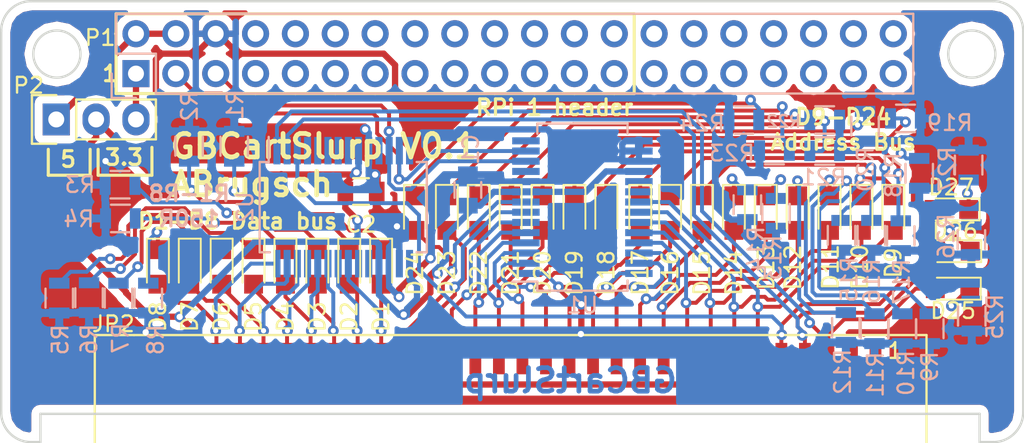
<source format=kicad_pcb>
(kicad_pcb (version 4) (host pcbnew 4.0.1-stable)

  (general
    (links 134)
    (no_connects 0)
    (area 82.774999 25.154999 148.052001 53.403001)
    (thickness 1.6)
    (drawings 33)
    (tracks 855)
    (zones 0)
    (modules 61)
    (nets 106)
  )

  (page A4)
  (layers
    (0 F.Cu signal hide)
    (31 B.Cu signal)
    (32 B.Adhes user hide)
    (33 F.Adhes user hide)
    (34 B.Paste user hide)
    (35 F.Paste user hide)
    (36 B.SilkS user)
    (37 F.SilkS user)
    (38 B.Mask user hide)
    (39 F.Mask user hide)
    (40 Dwgs.User user hide)
    (41 Cmts.User user hide)
    (42 Eco1.User user hide)
    (43 Eco2.User user hide)
    (44 Edge.Cuts user)
    (45 Margin user hide)
    (46 B.CrtYd user hide)
    (47 F.CrtYd user hide)
    (48 B.Fab user hide)
    (49 F.Fab user hide)
  )

  (setup
    (last_trace_width 0.25)
    (trace_clearance 0.1524)
    (zone_clearance 0.508)
    (zone_45_only yes)
    (trace_min 0.006)
    (segment_width 0.2)
    (edge_width 0.15)
    (via_size 0.6858)
    (via_drill 0.3302)
    (via_min_size 0.027)
    (via_min_drill 0.3302)
    (uvia_size 0.0762)
    (uvia_drill 0.0254)
    (uvias_allowed no)
    (uvia_min_size 0)
    (uvia_min_drill 0)
    (pcb_text_width 0.3)
    (pcb_text_size 1.5 1.5)
    (mod_edge_width 0.15)
    (mod_text_size 1 1)
    (mod_text_width 0.15)
    (pad_size 1.524 1.524)
    (pad_drill 0.762)
    (pad_to_mask_clearance 0.2)
    (aux_axis_origin 91.4 27.3)
    (visible_elements 7FFFFFFF)
    (pcbplotparams
      (layerselection 0x00030_80000001)
      (usegerberextensions false)
      (excludeedgelayer true)
      (linewidth 0.100000)
      (plotframeref false)
      (viasonmask false)
      (mode 1)
      (useauxorigin false)
      (hpglpennumber 1)
      (hpglpenspeed 20)
      (hpglpendiameter 15)
      (hpglpenoverlay 2)
      (psnegative false)
      (psa4output false)
      (plotreference true)
      (plotvalue true)
      (plotinvisibletext false)
      (padsonsilk false)
      (subtractmaskfromsilk false)
      (outputformat 1)
      (mirror false)
      (drillshape 1)
      (scaleselection 1)
      (outputdirectory ""))
  )

  (net 0 "")
  (net 1 /D0)
  (net 2 "Net-(D1-Pad1)")
  (net 3 /D1)
  (net 4 "Net-(D2-Pad1)")
  (net 5 /D2)
  (net 6 "Net-(D3-Pad1)")
  (net 7 /D3)
  (net 8 "Net-(D4-Pad1)")
  (net 9 /D4)
  (net 10 "Net-(D5-Pad1)")
  (net 11 /D5)
  (net 12 "Net-(D6-Pad1)")
  (net 13 /D6)
  (net 14 "Net-(D7-Pad1)")
  (net 15 /D7)
  (net 16 "Net-(D8-Pad1)")
  (net 17 /A0)
  (net 18 "Net-(D9-Pad1)")
  (net 19 /A1)
  (net 20 "Net-(D10-Pad1)")
  (net 21 /A2)
  (net 22 "Net-(D11-Pad1)")
  (net 23 /A3)
  (net 24 "Net-(D12-Pad1)")
  (net 25 /A4)
  (net 26 "Net-(D13-Pad1)")
  (net 27 /A5)
  (net 28 "Net-(D14-Pad1)")
  (net 29 /A6)
  (net 30 "Net-(D15-Pad1)")
  (net 31 /A7)
  (net 32 "Net-(D16-Pad1)")
  (net 33 /A8)
  (net 34 "Net-(D17-Pad1)")
  (net 35 /A9)
  (net 36 "Net-(D18-Pad1)")
  (net 37 /A10)
  (net 38 "Net-(D19-Pad1)")
  (net 39 /A11)
  (net 40 "Net-(D20-Pad1)")
  (net 41 /A12)
  (net 42 "Net-(D21-Pad1)")
  (net 43 /A13)
  (net 44 "Net-(D22-Pad1)")
  (net 45 /A14)
  (net 46 "Net-(D23-Pad1)")
  (net 47 /A15)
  (net 48 "Net-(D24-Pad1)")
  (net 49 /WR)
  (net 50 "Net-(D25-Pad1)")
  (net 51 /RD)
  (net 52 "Net-(D26-Pad1)")
  (net 53 /CS)
  (net 54 "Net-(D27-Pad1)")
  (net 55 Vsc)
  (net 56 ext_detect)
  (net 57 "Net-(JP2-Pad31)")
  (net 58 GND)
  (net 59 +3V3)
  (net 60 +5V)
  (net 61 SDA)
  (net 62 SCL)
  (net 63 "Net-(P1-Pad7)")
  (net 64 "Net-(P1-Pad8)")
  (net 65 "Net-(P1-Pad9)")
  (net 66 "Net-(P1-Pad10)")
  (net 67 "Net-(P1-Pad11)")
  (net 68 "Net-(P1-Pad12)")
  (net 69 "Net-(P1-Pad13)")
  (net 70 "Net-(P1-Pad14)")
  (net 71 "Net-(P1-Pad15)")
  (net 72 "Net-(P1-Pad16)")
  (net 73 "Net-(P1-Pad17)")
  (net 74 "Net-(P1-Pad18)")
  (net 75 "Net-(P1-Pad19)")
  (net 76 "Net-(P1-Pad20)")
  (net 77 "Net-(P1-Pad21)")
  (net 78 "Net-(P1-Pad22)")
  (net 79 "Net-(P1-Pad23)")
  (net 80 "Net-(P1-Pad24)")
  (net 81 "Net-(P1-Pad25)")
  (net 82 "Net-(P1-Pad26)")
  (net 83 "Net-(P1-Pad27)")
  (net 84 "Net-(P1-Pad28)")
  (net 85 "Net-(P1-Pad29)")
  (net 86 "Net-(P1-Pad30)")
  (net 87 "Net-(P1-Pad31)")
  (net 88 "Net-(P1-Pad32)")
  (net 89 "Net-(P1-Pad33)")
  (net 90 "Net-(P1-Pad34)")
  (net 91 "Net-(P1-Pad35)")
  (net 92 "Net-(P1-Pad36)")
  (net 93 "Net-(P1-Pad37)")
  (net 94 "Net-(P1-Pad38)")
  (net 95 "Net-(P1-Pad39)")
  (net 96 "Net-(P1-Pad40)")
  (net 97 "Net-(U1-Pad19)")
  (net 98 "Net-(U1-Pad20)")
  (net 99 "Net-(U2-Pad4)")
  (net 100 "Net-(U2-Pad5)")
  (net 101 "Net-(U2-Pad6)")
  (net 102 "Net-(U2-Pad7)")
  (net 103 "Net-(U2-Pad8)")
  (net 104 "Net-(U2-Pad19)")
  (net 105 "Net-(U2-Pad20)")

  (net_class Default "This is the default net class."
    (clearance 0.1524)
    (trace_width 0.25)
    (via_dia 0.6858)
    (via_drill 0.3302)
    (uvia_dia 0.0762)
    (uvia_drill 0.0254)
    (add_net /A0)
    (add_net /A1)
    (add_net /A10)
    (add_net /A11)
    (add_net /A12)
    (add_net /A13)
    (add_net /A14)
    (add_net /A15)
    (add_net /A2)
    (add_net /A3)
    (add_net /A4)
    (add_net /A5)
    (add_net /A6)
    (add_net /A7)
    (add_net /A8)
    (add_net /A9)
    (add_net /CS)
    (add_net /D0)
    (add_net /D1)
    (add_net /D2)
    (add_net /D3)
    (add_net /D4)
    (add_net /D5)
    (add_net /D6)
    (add_net /D7)
    (add_net /RD)
    (add_net /WR)
    (add_net "Net-(D1-Pad1)")
    (add_net "Net-(D10-Pad1)")
    (add_net "Net-(D11-Pad1)")
    (add_net "Net-(D12-Pad1)")
    (add_net "Net-(D13-Pad1)")
    (add_net "Net-(D14-Pad1)")
    (add_net "Net-(D15-Pad1)")
    (add_net "Net-(D16-Pad1)")
    (add_net "Net-(D17-Pad1)")
    (add_net "Net-(D18-Pad1)")
    (add_net "Net-(D19-Pad1)")
    (add_net "Net-(D2-Pad1)")
    (add_net "Net-(D20-Pad1)")
    (add_net "Net-(D21-Pad1)")
    (add_net "Net-(D22-Pad1)")
    (add_net "Net-(D23-Pad1)")
    (add_net "Net-(D24-Pad1)")
    (add_net "Net-(D25-Pad1)")
    (add_net "Net-(D26-Pad1)")
    (add_net "Net-(D27-Pad1)")
    (add_net "Net-(D3-Pad1)")
    (add_net "Net-(D4-Pad1)")
    (add_net "Net-(D5-Pad1)")
    (add_net "Net-(D6-Pad1)")
    (add_net "Net-(D7-Pad1)")
    (add_net "Net-(D8-Pad1)")
    (add_net "Net-(D9-Pad1)")
    (add_net "Net-(JP2-Pad31)")
    (add_net "Net-(P1-Pad10)")
    (add_net "Net-(P1-Pad11)")
    (add_net "Net-(P1-Pad12)")
    (add_net "Net-(P1-Pad13)")
    (add_net "Net-(P1-Pad14)")
    (add_net "Net-(P1-Pad15)")
    (add_net "Net-(P1-Pad16)")
    (add_net "Net-(P1-Pad17)")
    (add_net "Net-(P1-Pad18)")
    (add_net "Net-(P1-Pad19)")
    (add_net "Net-(P1-Pad20)")
    (add_net "Net-(P1-Pad21)")
    (add_net "Net-(P1-Pad22)")
    (add_net "Net-(P1-Pad23)")
    (add_net "Net-(P1-Pad24)")
    (add_net "Net-(P1-Pad25)")
    (add_net "Net-(P1-Pad26)")
    (add_net "Net-(P1-Pad27)")
    (add_net "Net-(P1-Pad28)")
    (add_net "Net-(P1-Pad29)")
    (add_net "Net-(P1-Pad30)")
    (add_net "Net-(P1-Pad31)")
    (add_net "Net-(P1-Pad32)")
    (add_net "Net-(P1-Pad33)")
    (add_net "Net-(P1-Pad34)")
    (add_net "Net-(P1-Pad35)")
    (add_net "Net-(P1-Pad36)")
    (add_net "Net-(P1-Pad37)")
    (add_net "Net-(P1-Pad38)")
    (add_net "Net-(P1-Pad39)")
    (add_net "Net-(P1-Pad40)")
    (add_net "Net-(P1-Pad7)")
    (add_net "Net-(P1-Pad8)")
    (add_net "Net-(P1-Pad9)")
    (add_net "Net-(U1-Pad19)")
    (add_net "Net-(U1-Pad20)")
    (add_net "Net-(U2-Pad19)")
    (add_net "Net-(U2-Pad20)")
    (add_net "Net-(U2-Pad4)")
    (add_net "Net-(U2-Pad5)")
    (add_net "Net-(U2-Pad6)")
    (add_net "Net-(U2-Pad7)")
    (add_net "Net-(U2-Pad8)")
    (add_net SCL)
    (add_net SDA)
    (add_net ext_detect)
  )

  (net_class power ""
    (clearance 0.1524)
    (trace_width 0.4)
    (via_dia 0.6858)
    (via_drill 0.4)
    (uvia_dia 0.3)
    (uvia_drill 0.1)
    (add_net +3V3)
    (add_net +5V)
    (add_net GND)
    (add_net Vsc)
  )

  (module LEDs:LED_0805 (layer F.Cu) (tedit 58705AE3) (tstamp 586F905B)
    (at 107.061 42.164 270)
    (descr "LED 0805 smd package")
    (tags "LED led 0805 SMD smd SMT smt smdled SMDLED smtled SMTLED")
    (path /58663C22)
    (attr smd)
    (fp_text reference D1 (at 3.175 0 270) (layer F.SilkS)
      (effects (font (size 1 1) (thickness 0.15)))
    )
    (fp_text value or_Led (at 0 1.55 270) (layer F.Fab) hide
      (effects (font (size 1 1) (thickness 0.15)))
    )
    (fp_line (start -1.8 -0.7) (end -1.8 0.7) (layer F.SilkS) (width 0.12))
    (fp_line (start -0.4 -0.4) (end -0.4 0.4) (layer F.Fab) (width 0.1))
    (fp_line (start -0.4 0) (end 0.2 -0.4) (layer F.Fab) (width 0.1))
    (fp_line (start 0.2 0.4) (end -0.4 0) (layer F.Fab) (width 0.1))
    (fp_line (start 0.2 -0.4) (end 0.2 0.4) (layer F.Fab) (width 0.1))
    (fp_line (start 1 0.6) (end -1 0.6) (layer F.Fab) (width 0.1))
    (fp_line (start 1 -0.6) (end 1 0.6) (layer F.Fab) (width 0.1))
    (fp_line (start -1 -0.6) (end 1 -0.6) (layer F.Fab) (width 0.1))
    (fp_line (start -1 0.6) (end -1 -0.6) (layer F.Fab) (width 0.1))
    (fp_line (start -1.8 0.7) (end 1 0.7) (layer F.SilkS) (width 0.12))
    (fp_line (start -1.8 -0.7) (end 1 -0.7) (layer F.SilkS) (width 0.12))
    (fp_line (start 1.95 -0.85) (end 1.95 0.85) (layer F.CrtYd) (width 0.05))
    (fp_line (start 1.95 0.85) (end -1.95 0.85) (layer F.CrtYd) (width 0.05))
    (fp_line (start -1.95 0.85) (end -1.95 -0.85) (layer F.CrtYd) (width 0.05))
    (fp_line (start -1.95 -0.85) (end 1.95 -0.85) (layer F.CrtYd) (width 0.05))
    (pad 2 smd rect (at 1.1 0 90) (size 1.2 1.2) (layers F.Cu F.Paste F.Mask)
      (net 1 /D0))
    (pad 1 smd rect (at -1.1 0 90) (size 1.2 1.2) (layers F.Cu F.Paste F.Mask)
      (net 2 "Net-(D1-Pad1)"))
    (model LEDs.3dshapes/LED_0805.wrl
      (at (xyz 0 0 0))
      (scale (xyz 1 1 1))
      (rotate (xyz 0 0 180))
    )
  )

  (module LEDs:LED_0805 (layer F.Cu) (tedit 58705AD8) (tstamp 586F9061)
    (at 105.029 42.164 270)
    (descr "LED 0805 smd package")
    (tags "LED led 0805 SMD smd SMT smt smdled SMDLED smtled SMTLED")
    (path /584A8799)
    (attr smd)
    (fp_text reference D2 (at 3.175 0 270) (layer F.SilkS)
      (effects (font (size 1 1) (thickness 0.15)))
    )
    (fp_text value or_Led (at 0 1.55 270) (layer F.Fab) hide
      (effects (font (size 1 1) (thickness 0.15)))
    )
    (fp_line (start -1.8 -0.7) (end -1.8 0.7) (layer F.SilkS) (width 0.12))
    (fp_line (start -0.4 -0.4) (end -0.4 0.4) (layer F.Fab) (width 0.1))
    (fp_line (start -0.4 0) (end 0.2 -0.4) (layer F.Fab) (width 0.1))
    (fp_line (start 0.2 0.4) (end -0.4 0) (layer F.Fab) (width 0.1))
    (fp_line (start 0.2 -0.4) (end 0.2 0.4) (layer F.Fab) (width 0.1))
    (fp_line (start 1 0.6) (end -1 0.6) (layer F.Fab) (width 0.1))
    (fp_line (start 1 -0.6) (end 1 0.6) (layer F.Fab) (width 0.1))
    (fp_line (start -1 -0.6) (end 1 -0.6) (layer F.Fab) (width 0.1))
    (fp_line (start -1 0.6) (end -1 -0.6) (layer F.Fab) (width 0.1))
    (fp_line (start -1.8 0.7) (end 1 0.7) (layer F.SilkS) (width 0.12))
    (fp_line (start -1.8 -0.7) (end 1 -0.7) (layer F.SilkS) (width 0.12))
    (fp_line (start 1.95 -0.85) (end 1.95 0.85) (layer F.CrtYd) (width 0.05))
    (fp_line (start 1.95 0.85) (end -1.95 0.85) (layer F.CrtYd) (width 0.05))
    (fp_line (start -1.95 0.85) (end -1.95 -0.85) (layer F.CrtYd) (width 0.05))
    (fp_line (start -1.95 -0.85) (end 1.95 -0.85) (layer F.CrtYd) (width 0.05))
    (pad 2 smd rect (at 1.1 0 90) (size 1.2 1.2) (layers F.Cu F.Paste F.Mask)
      (net 3 /D1))
    (pad 1 smd rect (at -1.1 0 90) (size 1.2 1.2) (layers F.Cu F.Paste F.Mask)
      (net 4 "Net-(D2-Pad1)"))
    (model LEDs.3dshapes/LED_0805.wrl
      (at (xyz 0 0 0))
      (scale (xyz 1 1 1))
      (rotate (xyz 0 0 180))
    )
  )

  (module LEDs:LED_0805 (layer F.Cu) (tedit 58705AD3) (tstamp 586F9067)
    (at 102.997 42.164 270)
    (descr "LED 0805 smd package")
    (tags "LED led 0805 SMD smd SMT smt smdled SMDLED smtled SMTLED")
    (path /584A8AF0)
    (attr smd)
    (fp_text reference D3 (at 3.175 0 270) (layer F.SilkS)
      (effects (font (size 1 1) (thickness 0.15)))
    )
    (fp_text value or_Led (at 0 1.55 270) (layer F.Fab) hide
      (effects (font (size 1 1) (thickness 0.15)))
    )
    (fp_line (start -1.8 -0.7) (end -1.8 0.7) (layer F.SilkS) (width 0.12))
    (fp_line (start -0.4 -0.4) (end -0.4 0.4) (layer F.Fab) (width 0.1))
    (fp_line (start -0.4 0) (end 0.2 -0.4) (layer F.Fab) (width 0.1))
    (fp_line (start 0.2 0.4) (end -0.4 0) (layer F.Fab) (width 0.1))
    (fp_line (start 0.2 -0.4) (end 0.2 0.4) (layer F.Fab) (width 0.1))
    (fp_line (start 1 0.6) (end -1 0.6) (layer F.Fab) (width 0.1))
    (fp_line (start 1 -0.6) (end 1 0.6) (layer F.Fab) (width 0.1))
    (fp_line (start -1 -0.6) (end 1 -0.6) (layer F.Fab) (width 0.1))
    (fp_line (start -1 0.6) (end -1 -0.6) (layer F.Fab) (width 0.1))
    (fp_line (start -1.8 0.7) (end 1 0.7) (layer F.SilkS) (width 0.12))
    (fp_line (start -1.8 -0.7) (end 1 -0.7) (layer F.SilkS) (width 0.12))
    (fp_line (start 1.95 -0.85) (end 1.95 0.85) (layer F.CrtYd) (width 0.05))
    (fp_line (start 1.95 0.85) (end -1.95 0.85) (layer F.CrtYd) (width 0.05))
    (fp_line (start -1.95 0.85) (end -1.95 -0.85) (layer F.CrtYd) (width 0.05))
    (fp_line (start -1.95 -0.85) (end 1.95 -0.85) (layer F.CrtYd) (width 0.05))
    (pad 2 smd rect (at 1.1 0 90) (size 1.2 1.2) (layers F.Cu F.Paste F.Mask)
      (net 5 /D2))
    (pad 1 smd rect (at -1.1 0 90) (size 1.2 1.2) (layers F.Cu F.Paste F.Mask)
      (net 6 "Net-(D3-Pad1)"))
    (model LEDs.3dshapes/LED_0805.wrl
      (at (xyz 0 0 0))
      (scale (xyz 1 1 1))
      (rotate (xyz 0 0 180))
    )
  )

  (module LEDs:LED_0805 (layer F.Cu) (tedit 58705AC7) (tstamp 586F906D)
    (at 100.965 42.164 270)
    (descr "LED 0805 smd package")
    (tags "LED led 0805 SMD smd SMT smt smdled SMDLED smtled SMTLED")
    (path /584A8B57)
    (attr smd)
    (fp_text reference D4 (at 3.175 0 270) (layer F.SilkS)
      (effects (font (size 1 1) (thickness 0.15)))
    )
    (fp_text value or_Led (at 0 1.55 270) (layer F.Fab) hide
      (effects (font (size 1 1) (thickness 0.15)))
    )
    (fp_line (start -1.8 -0.7) (end -1.8 0.7) (layer F.SilkS) (width 0.12))
    (fp_line (start -0.4 -0.4) (end -0.4 0.4) (layer F.Fab) (width 0.1))
    (fp_line (start -0.4 0) (end 0.2 -0.4) (layer F.Fab) (width 0.1))
    (fp_line (start 0.2 0.4) (end -0.4 0) (layer F.Fab) (width 0.1))
    (fp_line (start 0.2 -0.4) (end 0.2 0.4) (layer F.Fab) (width 0.1))
    (fp_line (start 1 0.6) (end -1 0.6) (layer F.Fab) (width 0.1))
    (fp_line (start 1 -0.6) (end 1 0.6) (layer F.Fab) (width 0.1))
    (fp_line (start -1 -0.6) (end 1 -0.6) (layer F.Fab) (width 0.1))
    (fp_line (start -1 0.6) (end -1 -0.6) (layer F.Fab) (width 0.1))
    (fp_line (start -1.8 0.7) (end 1 0.7) (layer F.SilkS) (width 0.12))
    (fp_line (start -1.8 -0.7) (end 1 -0.7) (layer F.SilkS) (width 0.12))
    (fp_line (start 1.95 -0.85) (end 1.95 0.85) (layer F.CrtYd) (width 0.05))
    (fp_line (start 1.95 0.85) (end -1.95 0.85) (layer F.CrtYd) (width 0.05))
    (fp_line (start -1.95 0.85) (end -1.95 -0.85) (layer F.CrtYd) (width 0.05))
    (fp_line (start -1.95 -0.85) (end 1.95 -0.85) (layer F.CrtYd) (width 0.05))
    (pad 2 smd rect (at 1.1 0 90) (size 1.2 1.2) (layers F.Cu F.Paste F.Mask)
      (net 7 /D3))
    (pad 1 smd rect (at -1.1 0 90) (size 1.2 1.2) (layers F.Cu F.Paste F.Mask)
      (net 8 "Net-(D4-Pad1)"))
    (model LEDs.3dshapes/LED_0805.wrl
      (at (xyz 0 0 0))
      (scale (xyz 1 1 1))
      (rotate (xyz 0 0 180))
    )
  )

  (module LEDs:LED_0805 (layer F.Cu) (tedit 58705AB8) (tstamp 586F9073)
    (at 98.933 42.164 270)
    (descr "LED 0805 smd package")
    (tags "LED led 0805 SMD smd SMT smt smdled SMDLED smtled SMTLED")
    (path /584A8C91)
    (attr smd)
    (fp_text reference D5 (at 3.175 0 270) (layer F.SilkS)
      (effects (font (size 1 1) (thickness 0.15)))
    )
    (fp_text value or_Led (at 0 1.55 270) (layer F.Fab) hide
      (effects (font (size 1 1) (thickness 0.15)))
    )
    (fp_line (start -1.8 -0.7) (end -1.8 0.7) (layer F.SilkS) (width 0.12))
    (fp_line (start -0.4 -0.4) (end -0.4 0.4) (layer F.Fab) (width 0.1))
    (fp_line (start -0.4 0) (end 0.2 -0.4) (layer F.Fab) (width 0.1))
    (fp_line (start 0.2 0.4) (end -0.4 0) (layer F.Fab) (width 0.1))
    (fp_line (start 0.2 -0.4) (end 0.2 0.4) (layer F.Fab) (width 0.1))
    (fp_line (start 1 0.6) (end -1 0.6) (layer F.Fab) (width 0.1))
    (fp_line (start 1 -0.6) (end 1 0.6) (layer F.Fab) (width 0.1))
    (fp_line (start -1 -0.6) (end 1 -0.6) (layer F.Fab) (width 0.1))
    (fp_line (start -1 0.6) (end -1 -0.6) (layer F.Fab) (width 0.1))
    (fp_line (start -1.8 0.7) (end 1 0.7) (layer F.SilkS) (width 0.12))
    (fp_line (start -1.8 -0.7) (end 1 -0.7) (layer F.SilkS) (width 0.12))
    (fp_line (start 1.95 -0.85) (end 1.95 0.85) (layer F.CrtYd) (width 0.05))
    (fp_line (start 1.95 0.85) (end -1.95 0.85) (layer F.CrtYd) (width 0.05))
    (fp_line (start -1.95 0.85) (end -1.95 -0.85) (layer F.CrtYd) (width 0.05))
    (fp_line (start -1.95 -0.85) (end 1.95 -0.85) (layer F.CrtYd) (width 0.05))
    (pad 2 smd rect (at 1.1 0 90) (size 1.2 1.2) (layers F.Cu F.Paste F.Mask)
      (net 9 /D4))
    (pad 1 smd rect (at -1.1 0 90) (size 1.2 1.2) (layers F.Cu F.Paste F.Mask)
      (net 10 "Net-(D5-Pad1)"))
    (model LEDs.3dshapes/LED_0805.wrl
      (at (xyz 0 0 0))
      (scale (xyz 1 1 1))
      (rotate (xyz 0 0 180))
    )
  )

  (module LEDs:LED_0805 (layer F.Cu) (tedit 58705AB2) (tstamp 586F9079)
    (at 96.901 42.164 270)
    (descr "LED 0805 smd package")
    (tags "LED led 0805 SMD smd SMT smt smdled SMDLED smtled SMTLED")
    (path /584A8CE2)
    (attr smd)
    (fp_text reference D6 (at 3.175 0 270) (layer F.SilkS)
      (effects (font (size 1 1) (thickness 0.15)))
    )
    (fp_text value or_Led (at 0 1.55 270) (layer F.Fab) hide
      (effects (font (size 1 1) (thickness 0.15)))
    )
    (fp_line (start -1.8 -0.7) (end -1.8 0.7) (layer F.SilkS) (width 0.12))
    (fp_line (start -0.4 -0.4) (end -0.4 0.4) (layer F.Fab) (width 0.1))
    (fp_line (start -0.4 0) (end 0.2 -0.4) (layer F.Fab) (width 0.1))
    (fp_line (start 0.2 0.4) (end -0.4 0) (layer F.Fab) (width 0.1))
    (fp_line (start 0.2 -0.4) (end 0.2 0.4) (layer F.Fab) (width 0.1))
    (fp_line (start 1 0.6) (end -1 0.6) (layer F.Fab) (width 0.1))
    (fp_line (start 1 -0.6) (end 1 0.6) (layer F.Fab) (width 0.1))
    (fp_line (start -1 -0.6) (end 1 -0.6) (layer F.Fab) (width 0.1))
    (fp_line (start -1 0.6) (end -1 -0.6) (layer F.Fab) (width 0.1))
    (fp_line (start -1.8 0.7) (end 1 0.7) (layer F.SilkS) (width 0.12))
    (fp_line (start -1.8 -0.7) (end 1 -0.7) (layer F.SilkS) (width 0.12))
    (fp_line (start 1.95 -0.85) (end 1.95 0.85) (layer F.CrtYd) (width 0.05))
    (fp_line (start 1.95 0.85) (end -1.95 0.85) (layer F.CrtYd) (width 0.05))
    (fp_line (start -1.95 0.85) (end -1.95 -0.85) (layer F.CrtYd) (width 0.05))
    (fp_line (start -1.95 -0.85) (end 1.95 -0.85) (layer F.CrtYd) (width 0.05))
    (pad 2 smd rect (at 1.1 0 90) (size 1.2 1.2) (layers F.Cu F.Paste F.Mask)
      (net 11 /D5))
    (pad 1 smd rect (at -1.1 0 90) (size 1.2 1.2) (layers F.Cu F.Paste F.Mask)
      (net 12 "Net-(D6-Pad1)"))
    (model LEDs.3dshapes/LED_0805.wrl
      (at (xyz 0 0 0))
      (scale (xyz 1 1 1))
      (rotate (xyz 0 0 180))
    )
  )

  (module LEDs:LED_0805 (layer F.Cu) (tedit 58705AA1) (tstamp 586F907F)
    (at 94.869 42.164 270)
    (descr "LED 0805 smd package")
    (tags "LED led 0805 SMD smd SMT smt smdled SMDLED smtled SMTLED")
    (path /584A8D31)
    (attr smd)
    (fp_text reference D7 (at 3.175 0 270) (layer F.SilkS)
      (effects (font (size 1 1) (thickness 0.15)))
    )
    (fp_text value or_Led (at 0 1.55 270) (layer F.Fab) hide
      (effects (font (size 1 1) (thickness 0.15)))
    )
    (fp_line (start -1.8 -0.7) (end -1.8 0.7) (layer F.SilkS) (width 0.12))
    (fp_line (start -0.4 -0.4) (end -0.4 0.4) (layer F.Fab) (width 0.1))
    (fp_line (start -0.4 0) (end 0.2 -0.4) (layer F.Fab) (width 0.1))
    (fp_line (start 0.2 0.4) (end -0.4 0) (layer F.Fab) (width 0.1))
    (fp_line (start 0.2 -0.4) (end 0.2 0.4) (layer F.Fab) (width 0.1))
    (fp_line (start 1 0.6) (end -1 0.6) (layer F.Fab) (width 0.1))
    (fp_line (start 1 -0.6) (end 1 0.6) (layer F.Fab) (width 0.1))
    (fp_line (start -1 -0.6) (end 1 -0.6) (layer F.Fab) (width 0.1))
    (fp_line (start -1 0.6) (end -1 -0.6) (layer F.Fab) (width 0.1))
    (fp_line (start -1.8 0.7) (end 1 0.7) (layer F.SilkS) (width 0.12))
    (fp_line (start -1.8 -0.7) (end 1 -0.7) (layer F.SilkS) (width 0.12))
    (fp_line (start 1.95 -0.85) (end 1.95 0.85) (layer F.CrtYd) (width 0.05))
    (fp_line (start 1.95 0.85) (end -1.95 0.85) (layer F.CrtYd) (width 0.05))
    (fp_line (start -1.95 0.85) (end -1.95 -0.85) (layer F.CrtYd) (width 0.05))
    (fp_line (start -1.95 -0.85) (end 1.95 -0.85) (layer F.CrtYd) (width 0.05))
    (pad 2 smd rect (at 1.1 0 90) (size 1.2 1.2) (layers F.Cu F.Paste F.Mask)
      (net 13 /D6))
    (pad 1 smd rect (at -1.1 0 90) (size 1.2 1.2) (layers F.Cu F.Paste F.Mask)
      (net 14 "Net-(D7-Pad1)"))
    (model LEDs.3dshapes/LED_0805.wrl
      (at (xyz 0 0 0))
      (scale (xyz 1 1 1))
      (rotate (xyz 0 0 180))
    )
  )

  (module LEDs:LED_0805 (layer F.Cu) (tedit 58705A9B) (tstamp 586F9085)
    (at 92.837 42.164 270)
    (descr "LED 0805 smd package")
    (tags "LED led 0805 SMD smd SMT smt smdled SMDLED smtled SMTLED")
    (path /584A8D88)
    (attr smd)
    (fp_text reference D8 (at 3.175 0 270) (layer F.SilkS)
      (effects (font (size 1 1) (thickness 0.15)))
    )
    (fp_text value or_Led (at 0 1.55 270) (layer F.Fab) hide
      (effects (font (size 1 1) (thickness 0.15)))
    )
    (fp_line (start -1.8 -0.7) (end -1.8 0.7) (layer F.SilkS) (width 0.12))
    (fp_line (start -0.4 -0.4) (end -0.4 0.4) (layer F.Fab) (width 0.1))
    (fp_line (start -0.4 0) (end 0.2 -0.4) (layer F.Fab) (width 0.1))
    (fp_line (start 0.2 0.4) (end -0.4 0) (layer F.Fab) (width 0.1))
    (fp_line (start 0.2 -0.4) (end 0.2 0.4) (layer F.Fab) (width 0.1))
    (fp_line (start 1 0.6) (end -1 0.6) (layer F.Fab) (width 0.1))
    (fp_line (start 1 -0.6) (end 1 0.6) (layer F.Fab) (width 0.1))
    (fp_line (start -1 -0.6) (end 1 -0.6) (layer F.Fab) (width 0.1))
    (fp_line (start -1 0.6) (end -1 -0.6) (layer F.Fab) (width 0.1))
    (fp_line (start -1.8 0.7) (end 1 0.7) (layer F.SilkS) (width 0.12))
    (fp_line (start -1.8 -0.7) (end 1 -0.7) (layer F.SilkS) (width 0.12))
    (fp_line (start 1.95 -0.85) (end 1.95 0.85) (layer F.CrtYd) (width 0.05))
    (fp_line (start 1.95 0.85) (end -1.95 0.85) (layer F.CrtYd) (width 0.05))
    (fp_line (start -1.95 0.85) (end -1.95 -0.85) (layer F.CrtYd) (width 0.05))
    (fp_line (start -1.95 -0.85) (end 1.95 -0.85) (layer F.CrtYd) (width 0.05))
    (pad 2 smd rect (at 1.1 0 90) (size 1.2 1.2) (layers F.Cu F.Paste F.Mask)
      (net 15 /D7))
    (pad 1 smd rect (at -1.1 0 90) (size 1.2 1.2) (layers F.Cu F.Paste F.Mask)
      (net 16 "Net-(D8-Pad1)"))
    (model LEDs.3dshapes/LED_0805.wrl
      (at (xyz 0 0 0))
      (scale (xyz 1 1 1))
      (rotate (xyz 0 0 180))
    )
  )

  (module LEDs:LED_0805 (layer F.Cu) (tedit 58700E3C) (tstamp 586F908B)
    (at 139.7 38.735 270)
    (descr "LED 0805 smd package")
    (tags "LED led 0805 SMD smd SMT smt smdled SMDLED smtled SMTLED")
    (path /58504E0B)
    (attr smd)
    (fp_text reference D9 (at 3.175 0 270) (layer F.SilkS)
      (effects (font (size 1 1) (thickness 0.15)))
    )
    (fp_text value gn_Led (at 0 1.55 270) (layer F.Fab)
      (effects (font (size 1 1) (thickness 0.15)))
    )
    (fp_line (start -1.8 -0.7) (end -1.8 0.7) (layer F.SilkS) (width 0.12))
    (fp_line (start -0.4 -0.4) (end -0.4 0.4) (layer F.Fab) (width 0.1))
    (fp_line (start -0.4 0) (end 0.2 -0.4) (layer F.Fab) (width 0.1))
    (fp_line (start 0.2 0.4) (end -0.4 0) (layer F.Fab) (width 0.1))
    (fp_line (start 0.2 -0.4) (end 0.2 0.4) (layer F.Fab) (width 0.1))
    (fp_line (start 1 0.6) (end -1 0.6) (layer F.Fab) (width 0.1))
    (fp_line (start 1 -0.6) (end 1 0.6) (layer F.Fab) (width 0.1))
    (fp_line (start -1 -0.6) (end 1 -0.6) (layer F.Fab) (width 0.1))
    (fp_line (start -1 0.6) (end -1 -0.6) (layer F.Fab) (width 0.1))
    (fp_line (start -1.8 0.7) (end 1 0.7) (layer F.SilkS) (width 0.12))
    (fp_line (start -1.8 -0.7) (end 1 -0.7) (layer F.SilkS) (width 0.12))
    (fp_line (start 1.95 -0.85) (end 1.95 0.85) (layer F.CrtYd) (width 0.05))
    (fp_line (start 1.95 0.85) (end -1.95 0.85) (layer F.CrtYd) (width 0.05))
    (fp_line (start -1.95 0.85) (end -1.95 -0.85) (layer F.CrtYd) (width 0.05))
    (fp_line (start -1.95 -0.85) (end 1.95 -0.85) (layer F.CrtYd) (width 0.05))
    (pad 2 smd rect (at 1.1 0 90) (size 1.2 1.2) (layers F.Cu F.Paste F.Mask)
      (net 17 /A0))
    (pad 1 smd rect (at -1.1 0 90) (size 1.2 1.2) (layers F.Cu F.Paste F.Mask)
      (net 18 "Net-(D9-Pad1)"))
    (model LEDs.3dshapes/LED_0805.wrl
      (at (xyz 0 0 0))
      (scale (xyz 1 1 1))
      (rotate (xyz 0 0 180))
    )
  )

  (module LEDs:LED_0805 (layer F.Cu) (tedit 5876BAFC) (tstamp 586F9091)
    (at 137.668 38.735 270)
    (descr "LED 0805 smd package")
    (tags "LED led 0805 SMD smd SMT smt smdled SMDLED smtled SMTLED")
    (path /58504E96)
    (attr smd)
    (fp_text reference D10 (at 3.435 0.098 270) (layer F.SilkS)
      (effects (font (size 1 1) (thickness 0.15)))
    )
    (fp_text value gn_Led (at 0 1.55 270) (layer F.Fab)
      (effects (font (size 1 1) (thickness 0.15)))
    )
    (fp_line (start -1.8 -0.7) (end -1.8 0.7) (layer F.SilkS) (width 0.12))
    (fp_line (start -0.4 -0.4) (end -0.4 0.4) (layer F.Fab) (width 0.1))
    (fp_line (start -0.4 0) (end 0.2 -0.4) (layer F.Fab) (width 0.1))
    (fp_line (start 0.2 0.4) (end -0.4 0) (layer F.Fab) (width 0.1))
    (fp_line (start 0.2 -0.4) (end 0.2 0.4) (layer F.Fab) (width 0.1))
    (fp_line (start 1 0.6) (end -1 0.6) (layer F.Fab) (width 0.1))
    (fp_line (start 1 -0.6) (end 1 0.6) (layer F.Fab) (width 0.1))
    (fp_line (start -1 -0.6) (end 1 -0.6) (layer F.Fab) (width 0.1))
    (fp_line (start -1 0.6) (end -1 -0.6) (layer F.Fab) (width 0.1))
    (fp_line (start -1.8 0.7) (end 1 0.7) (layer F.SilkS) (width 0.12))
    (fp_line (start -1.8 -0.7) (end 1 -0.7) (layer F.SilkS) (width 0.12))
    (fp_line (start 1.95 -0.85) (end 1.95 0.85) (layer F.CrtYd) (width 0.05))
    (fp_line (start 1.95 0.85) (end -1.95 0.85) (layer F.CrtYd) (width 0.05))
    (fp_line (start -1.95 0.85) (end -1.95 -0.85) (layer F.CrtYd) (width 0.05))
    (fp_line (start -1.95 -0.85) (end 1.95 -0.85) (layer F.CrtYd) (width 0.05))
    (pad 2 smd rect (at 1.1 0 90) (size 1.2 1.2) (layers F.Cu F.Paste F.Mask)
      (net 19 /A1))
    (pad 1 smd rect (at -1.1 0 90) (size 1.2 1.2) (layers F.Cu F.Paste F.Mask)
      (net 20 "Net-(D10-Pad1)"))
    (model LEDs.3dshapes/LED_0805.wrl
      (at (xyz 0 0 0))
      (scale (xyz 1 1 1))
      (rotate (xyz 0 0 180))
    )
  )

  (module LEDs:LED_0805 (layer F.Cu) (tedit 5876BAF3) (tstamp 586F9097)
    (at 135.636 38.735 270)
    (descr "LED 0805 smd package")
    (tags "LED led 0805 SMD smd SMT smt smdled SMDLED smtled SMTLED")
    (path /58504F05)
    (attr smd)
    (fp_text reference D11 (at 3.435 -0.064 270) (layer F.SilkS)
      (effects (font (size 1 1) (thickness 0.15)))
    )
    (fp_text value gn_Led (at 0 1.55 270) (layer F.Fab)
      (effects (font (size 1 1) (thickness 0.15)))
    )
    (fp_line (start -1.8 -0.7) (end -1.8 0.7) (layer F.SilkS) (width 0.12))
    (fp_line (start -0.4 -0.4) (end -0.4 0.4) (layer F.Fab) (width 0.1))
    (fp_line (start -0.4 0) (end 0.2 -0.4) (layer F.Fab) (width 0.1))
    (fp_line (start 0.2 0.4) (end -0.4 0) (layer F.Fab) (width 0.1))
    (fp_line (start 0.2 -0.4) (end 0.2 0.4) (layer F.Fab) (width 0.1))
    (fp_line (start 1 0.6) (end -1 0.6) (layer F.Fab) (width 0.1))
    (fp_line (start 1 -0.6) (end 1 0.6) (layer F.Fab) (width 0.1))
    (fp_line (start -1 -0.6) (end 1 -0.6) (layer F.Fab) (width 0.1))
    (fp_line (start -1 0.6) (end -1 -0.6) (layer F.Fab) (width 0.1))
    (fp_line (start -1.8 0.7) (end 1 0.7) (layer F.SilkS) (width 0.12))
    (fp_line (start -1.8 -0.7) (end 1 -0.7) (layer F.SilkS) (width 0.12))
    (fp_line (start 1.95 -0.85) (end 1.95 0.85) (layer F.CrtYd) (width 0.05))
    (fp_line (start 1.95 0.85) (end -1.95 0.85) (layer F.CrtYd) (width 0.05))
    (fp_line (start -1.95 0.85) (end -1.95 -0.85) (layer F.CrtYd) (width 0.05))
    (fp_line (start -1.95 -0.85) (end 1.95 -0.85) (layer F.CrtYd) (width 0.05))
    (pad 2 smd rect (at 1.1 0 90) (size 1.2 1.2) (layers F.Cu F.Paste F.Mask)
      (net 21 /A2))
    (pad 1 smd rect (at -1.1 0 90) (size 1.2 1.2) (layers F.Cu F.Paste F.Mask)
      (net 22 "Net-(D11-Pad1)"))
    (model LEDs.3dshapes/LED_0805.wrl
      (at (xyz 0 0 0))
      (scale (xyz 1 1 1))
      (rotate (xyz 0 0 180))
    )
  )

  (module LEDs:LED_0805 (layer F.Cu) (tedit 58756900) (tstamp 586F909D)
    (at 133.604 38.735 270)
    (descr "LED 0805 smd package")
    (tags "LED led 0805 SMD smd SMT smt smdled SMDLED smtled SMTLED")
    (path /5850504F)
    (attr smd)
    (fp_text reference D12 (at 3.465 0.304 270) (layer F.SilkS)
      (effects (font (size 1 1) (thickness 0.15)))
    )
    (fp_text value gn_Led (at 0 1.55 270) (layer F.Fab)
      (effects (font (size 1 1) (thickness 0.15)))
    )
    (fp_line (start -1.8 -0.7) (end -1.8 0.7) (layer F.SilkS) (width 0.12))
    (fp_line (start -0.4 -0.4) (end -0.4 0.4) (layer F.Fab) (width 0.1))
    (fp_line (start -0.4 0) (end 0.2 -0.4) (layer F.Fab) (width 0.1))
    (fp_line (start 0.2 0.4) (end -0.4 0) (layer F.Fab) (width 0.1))
    (fp_line (start 0.2 -0.4) (end 0.2 0.4) (layer F.Fab) (width 0.1))
    (fp_line (start 1 0.6) (end -1 0.6) (layer F.Fab) (width 0.1))
    (fp_line (start 1 -0.6) (end 1 0.6) (layer F.Fab) (width 0.1))
    (fp_line (start -1 -0.6) (end 1 -0.6) (layer F.Fab) (width 0.1))
    (fp_line (start -1 0.6) (end -1 -0.6) (layer F.Fab) (width 0.1))
    (fp_line (start -1.8 0.7) (end 1 0.7) (layer F.SilkS) (width 0.12))
    (fp_line (start -1.8 -0.7) (end 1 -0.7) (layer F.SilkS) (width 0.12))
    (fp_line (start 1.95 -0.85) (end 1.95 0.85) (layer F.CrtYd) (width 0.05))
    (fp_line (start 1.95 0.85) (end -1.95 0.85) (layer F.CrtYd) (width 0.05))
    (fp_line (start -1.95 0.85) (end -1.95 -0.85) (layer F.CrtYd) (width 0.05))
    (fp_line (start -1.95 -0.85) (end 1.95 -0.85) (layer F.CrtYd) (width 0.05))
    (pad 2 smd rect (at 1.1 0 90) (size 1.2 1.2) (layers F.Cu F.Paste F.Mask)
      (net 23 /A3))
    (pad 1 smd rect (at -1.1 0 90) (size 1.2 1.2) (layers F.Cu F.Paste F.Mask)
      (net 24 "Net-(D12-Pad1)"))
    (model LEDs.3dshapes/LED_0805.wrl
      (at (xyz 0 0 0))
      (scale (xyz 1 1 1))
      (rotate (xyz 0 0 180))
    )
  )

  (module LEDs:LED_0805 (layer F.Cu) (tedit 58756904) (tstamp 586F90A3)
    (at 131.572 38.735 270)
    (descr "LED 0805 smd package")
    (tags "LED led 0805 SMD smd SMT smt smdled SMDLED smtled SMTLED")
    (path /585050C4)
    (attr smd)
    (fp_text reference D13 (at 3.465 -0.028 270) (layer F.SilkS)
      (effects (font (size 1 1) (thickness 0.15)))
    )
    (fp_text value gn_Led (at 0 1.55 270) (layer F.Fab)
      (effects (font (size 1 1) (thickness 0.15)))
    )
    (fp_line (start -1.8 -0.7) (end -1.8 0.7) (layer F.SilkS) (width 0.12))
    (fp_line (start -0.4 -0.4) (end -0.4 0.4) (layer F.Fab) (width 0.1))
    (fp_line (start -0.4 0) (end 0.2 -0.4) (layer F.Fab) (width 0.1))
    (fp_line (start 0.2 0.4) (end -0.4 0) (layer F.Fab) (width 0.1))
    (fp_line (start 0.2 -0.4) (end 0.2 0.4) (layer F.Fab) (width 0.1))
    (fp_line (start 1 0.6) (end -1 0.6) (layer F.Fab) (width 0.1))
    (fp_line (start 1 -0.6) (end 1 0.6) (layer F.Fab) (width 0.1))
    (fp_line (start -1 -0.6) (end 1 -0.6) (layer F.Fab) (width 0.1))
    (fp_line (start -1 0.6) (end -1 -0.6) (layer F.Fab) (width 0.1))
    (fp_line (start -1.8 0.7) (end 1 0.7) (layer F.SilkS) (width 0.12))
    (fp_line (start -1.8 -0.7) (end 1 -0.7) (layer F.SilkS) (width 0.12))
    (fp_line (start 1.95 -0.85) (end 1.95 0.85) (layer F.CrtYd) (width 0.05))
    (fp_line (start 1.95 0.85) (end -1.95 0.85) (layer F.CrtYd) (width 0.05))
    (fp_line (start -1.95 0.85) (end -1.95 -0.85) (layer F.CrtYd) (width 0.05))
    (fp_line (start -1.95 -0.85) (end 1.95 -0.85) (layer F.CrtYd) (width 0.05))
    (pad 2 smd rect (at 1.1 0 90) (size 1.2 1.2) (layers F.Cu F.Paste F.Mask)
      (net 25 /A4))
    (pad 1 smd rect (at -1.1 0 90) (size 1.2 1.2) (layers F.Cu F.Paste F.Mask)
      (net 26 "Net-(D13-Pad1)"))
    (model LEDs.3dshapes/LED_0805.wrl
      (at (xyz 0 0 0))
      (scale (xyz 1 1 1))
      (rotate (xyz 0 0 180))
    )
  )

  (module LEDs:LED_0805 (layer F.Cu) (tedit 58700E57) (tstamp 586F90A9)
    (at 129.54 38.735 270)
    (descr "LED 0805 smd package")
    (tags "LED led 0805 SMD smd SMT smt smdled SMDLED smtled SMTLED")
    (path /58505139)
    (attr smd)
    (fp_text reference D14 (at 3.81 0 270) (layer F.SilkS)
      (effects (font (size 1 1) (thickness 0.15)))
    )
    (fp_text value gn_Led (at 0 1.55 270) (layer F.Fab)
      (effects (font (size 1 1) (thickness 0.15)))
    )
    (fp_line (start -1.8 -0.7) (end -1.8 0.7) (layer F.SilkS) (width 0.12))
    (fp_line (start -0.4 -0.4) (end -0.4 0.4) (layer F.Fab) (width 0.1))
    (fp_line (start -0.4 0) (end 0.2 -0.4) (layer F.Fab) (width 0.1))
    (fp_line (start 0.2 0.4) (end -0.4 0) (layer F.Fab) (width 0.1))
    (fp_line (start 0.2 -0.4) (end 0.2 0.4) (layer F.Fab) (width 0.1))
    (fp_line (start 1 0.6) (end -1 0.6) (layer F.Fab) (width 0.1))
    (fp_line (start 1 -0.6) (end 1 0.6) (layer F.Fab) (width 0.1))
    (fp_line (start -1 -0.6) (end 1 -0.6) (layer F.Fab) (width 0.1))
    (fp_line (start -1 0.6) (end -1 -0.6) (layer F.Fab) (width 0.1))
    (fp_line (start -1.8 0.7) (end 1 0.7) (layer F.SilkS) (width 0.12))
    (fp_line (start -1.8 -0.7) (end 1 -0.7) (layer F.SilkS) (width 0.12))
    (fp_line (start 1.95 -0.85) (end 1.95 0.85) (layer F.CrtYd) (width 0.05))
    (fp_line (start 1.95 0.85) (end -1.95 0.85) (layer F.CrtYd) (width 0.05))
    (fp_line (start -1.95 0.85) (end -1.95 -0.85) (layer F.CrtYd) (width 0.05))
    (fp_line (start -1.95 -0.85) (end 1.95 -0.85) (layer F.CrtYd) (width 0.05))
    (pad 2 smd rect (at 1.1 0 90) (size 1.2 1.2) (layers F.Cu F.Paste F.Mask)
      (net 27 /A5))
    (pad 1 smd rect (at -1.1 0 90) (size 1.2 1.2) (layers F.Cu F.Paste F.Mask)
      (net 28 "Net-(D14-Pad1)"))
    (model LEDs.3dshapes/LED_0805.wrl
      (at (xyz 0 0 0))
      (scale (xyz 1 1 1))
      (rotate (xyz 0 0 180))
    )
  )

  (module LEDs:LED_0805 (layer F.Cu) (tedit 58700E5C) (tstamp 586F90AF)
    (at 127.508 38.735 270)
    (descr "LED 0805 smd package")
    (tags "LED led 0805 SMD smd SMT smt smdled SMDLED smtled SMTLED")
    (path /585051B4)
    (attr smd)
    (fp_text reference D15 (at 3.81 0 270) (layer F.SilkS)
      (effects (font (size 1 1) (thickness 0.15)))
    )
    (fp_text value gn_Led (at 0 1.55 270) (layer F.Fab)
      (effects (font (size 1 1) (thickness 0.15)))
    )
    (fp_line (start -1.8 -0.7) (end -1.8 0.7) (layer F.SilkS) (width 0.12))
    (fp_line (start -0.4 -0.4) (end -0.4 0.4) (layer F.Fab) (width 0.1))
    (fp_line (start -0.4 0) (end 0.2 -0.4) (layer F.Fab) (width 0.1))
    (fp_line (start 0.2 0.4) (end -0.4 0) (layer F.Fab) (width 0.1))
    (fp_line (start 0.2 -0.4) (end 0.2 0.4) (layer F.Fab) (width 0.1))
    (fp_line (start 1 0.6) (end -1 0.6) (layer F.Fab) (width 0.1))
    (fp_line (start 1 -0.6) (end 1 0.6) (layer F.Fab) (width 0.1))
    (fp_line (start -1 -0.6) (end 1 -0.6) (layer F.Fab) (width 0.1))
    (fp_line (start -1 0.6) (end -1 -0.6) (layer F.Fab) (width 0.1))
    (fp_line (start -1.8 0.7) (end 1 0.7) (layer F.SilkS) (width 0.12))
    (fp_line (start -1.8 -0.7) (end 1 -0.7) (layer F.SilkS) (width 0.12))
    (fp_line (start 1.95 -0.85) (end 1.95 0.85) (layer F.CrtYd) (width 0.05))
    (fp_line (start 1.95 0.85) (end -1.95 0.85) (layer F.CrtYd) (width 0.05))
    (fp_line (start -1.95 0.85) (end -1.95 -0.85) (layer F.CrtYd) (width 0.05))
    (fp_line (start -1.95 -0.85) (end 1.95 -0.85) (layer F.CrtYd) (width 0.05))
    (pad 2 smd rect (at 1.1 0 90) (size 1.2 1.2) (layers F.Cu F.Paste F.Mask)
      (net 29 /A6))
    (pad 1 smd rect (at -1.1 0 90) (size 1.2 1.2) (layers F.Cu F.Paste F.Mask)
      (net 30 "Net-(D15-Pad1)"))
    (model LEDs.3dshapes/LED_0805.wrl
      (at (xyz 0 0 0))
      (scale (xyz 1 1 1))
      (rotate (xyz 0 0 180))
    )
  )

  (module LEDs:LED_0805 (layer F.Cu) (tedit 5875692E) (tstamp 586F90B5)
    (at 125.476 38.735 270)
    (descr "LED 0805 smd package")
    (tags "LED led 0805 SMD smd SMT smt smdled SMDLED smtled SMTLED")
    (path /5850522D)
    (attr smd)
    (fp_text reference D16 (at 3.81 0 270) (layer F.SilkS)
      (effects (font (size 1 1) (thickness 0.15)))
    )
    (fp_text value gn_Led (at 0 1.905 270) (layer F.Fab)
      (effects (font (size 1 1) (thickness 0.15)))
    )
    (fp_line (start -1.8 -0.7) (end -1.8 0.7) (layer F.SilkS) (width 0.12))
    (fp_line (start -0.4 -0.4) (end -0.4 0.4) (layer F.Fab) (width 0.1))
    (fp_line (start -0.4 0) (end 0.2 -0.4) (layer F.Fab) (width 0.1))
    (fp_line (start 0.2 0.4) (end -0.4 0) (layer F.Fab) (width 0.1))
    (fp_line (start 0.2 -0.4) (end 0.2 0.4) (layer F.Fab) (width 0.1))
    (fp_line (start 1 0.6) (end -1 0.6) (layer F.Fab) (width 0.1))
    (fp_line (start 1 -0.6) (end 1 0.6) (layer F.Fab) (width 0.1))
    (fp_line (start -1 -0.6) (end 1 -0.6) (layer F.Fab) (width 0.1))
    (fp_line (start -1 0.6) (end -1 -0.6) (layer F.Fab) (width 0.1))
    (fp_line (start -1.8 0.7) (end 1 0.7) (layer F.SilkS) (width 0.12))
    (fp_line (start -1.8 -0.7) (end 1 -0.7) (layer F.SilkS) (width 0.12))
    (fp_line (start 1.95 -0.85) (end 1.95 0.85) (layer F.CrtYd) (width 0.05))
    (fp_line (start 1.95 0.85) (end -1.95 0.85) (layer F.CrtYd) (width 0.05))
    (fp_line (start -1.95 0.85) (end -1.95 -0.85) (layer F.CrtYd) (width 0.05))
    (fp_line (start -1.95 -0.85) (end 1.95 -0.85) (layer F.CrtYd) (width 0.05))
    (pad 2 smd rect (at 1.1 0 90) (size 1.2 1.2) (layers F.Cu F.Paste F.Mask)
      (net 31 /A7))
    (pad 1 smd rect (at -1.1 0 90) (size 1.2 1.2) (layers F.Cu F.Paste F.Mask)
      (net 32 "Net-(D16-Pad1)"))
    (model LEDs.3dshapes/LED_0805.wrl
      (at (xyz 0 0 0))
      (scale (xyz 1 1 1))
      (rotate (xyz 0 0 180))
    )
  )

  (module LEDs:LED_0805 (layer F.Cu) (tedit 587019D2) (tstamp 586F90BB)
    (at 123.571 38.735 270)
    (descr "LED 0805 smd package")
    (tags "LED led 0805 SMD smd SMT smt smdled SMDLED smtled SMTLED")
    (path /58511A93)
    (attr smd)
    (fp_text reference D17 (at 3.81 0 270) (layer F.SilkS)
      (effects (font (size 1 1) (thickness 0.15)))
    )
    (fp_text value gn_Led (at 0 1.55 270) (layer F.Fab)
      (effects (font (size 1 1) (thickness 0.15)))
    )
    (fp_line (start -1.8 -0.7) (end -1.8 0.7) (layer F.SilkS) (width 0.12))
    (fp_line (start -0.4 -0.4) (end -0.4 0.4) (layer F.Fab) (width 0.1))
    (fp_line (start -0.4 0) (end 0.2 -0.4) (layer F.Fab) (width 0.1))
    (fp_line (start 0.2 0.4) (end -0.4 0) (layer F.Fab) (width 0.1))
    (fp_line (start 0.2 -0.4) (end 0.2 0.4) (layer F.Fab) (width 0.1))
    (fp_line (start 1 0.6) (end -1 0.6) (layer F.Fab) (width 0.1))
    (fp_line (start 1 -0.6) (end 1 0.6) (layer F.Fab) (width 0.1))
    (fp_line (start -1 -0.6) (end 1 -0.6) (layer F.Fab) (width 0.1))
    (fp_line (start -1 0.6) (end -1 -0.6) (layer F.Fab) (width 0.1))
    (fp_line (start -1.8 0.7) (end 1 0.7) (layer F.SilkS) (width 0.12))
    (fp_line (start -1.8 -0.7) (end 1 -0.7) (layer F.SilkS) (width 0.12))
    (fp_line (start 1.95 -0.85) (end 1.95 0.85) (layer F.CrtYd) (width 0.05))
    (fp_line (start 1.95 0.85) (end -1.95 0.85) (layer F.CrtYd) (width 0.05))
    (fp_line (start -1.95 0.85) (end -1.95 -0.85) (layer F.CrtYd) (width 0.05))
    (fp_line (start -1.95 -0.85) (end 1.95 -0.85) (layer F.CrtYd) (width 0.05))
    (pad 2 smd rect (at 1.1 0 90) (size 1.2 1.2) (layers F.Cu F.Paste F.Mask)
      (net 33 /A8))
    (pad 1 smd rect (at -1.1 0 90) (size 1.2 1.2) (layers F.Cu F.Paste F.Mask)
      (net 34 "Net-(D17-Pad1)"))
    (model LEDs.3dshapes/LED_0805.wrl
      (at (xyz 0 0 0))
      (scale (xyz 1 1 1))
      (rotate (xyz 0 0 180))
    )
  )

  (module LEDs:LED_0805 (layer F.Cu) (tedit 587019D9) (tstamp 586F90C1)
    (at 121.412 38.735 270)
    (descr "LED 0805 smd package")
    (tags "LED led 0805 SMD smd SMT smt smdled SMDLED smtled SMTLED")
    (path /58511C46)
    (attr smd)
    (fp_text reference D18 (at 3.81 0 270) (layer F.SilkS)
      (effects (font (size 1 1) (thickness 0.15)))
    )
    (fp_text value gn_Led (at 0 1.55 270) (layer F.Fab)
      (effects (font (size 1 1) (thickness 0.15)))
    )
    (fp_line (start -1.8 -0.7) (end -1.8 0.7) (layer F.SilkS) (width 0.12))
    (fp_line (start -0.4 -0.4) (end -0.4 0.4) (layer F.Fab) (width 0.1))
    (fp_line (start -0.4 0) (end 0.2 -0.4) (layer F.Fab) (width 0.1))
    (fp_line (start 0.2 0.4) (end -0.4 0) (layer F.Fab) (width 0.1))
    (fp_line (start 0.2 -0.4) (end 0.2 0.4) (layer F.Fab) (width 0.1))
    (fp_line (start 1 0.6) (end -1 0.6) (layer F.Fab) (width 0.1))
    (fp_line (start 1 -0.6) (end 1 0.6) (layer F.Fab) (width 0.1))
    (fp_line (start -1 -0.6) (end 1 -0.6) (layer F.Fab) (width 0.1))
    (fp_line (start -1 0.6) (end -1 -0.6) (layer F.Fab) (width 0.1))
    (fp_line (start -1.8 0.7) (end 1 0.7) (layer F.SilkS) (width 0.12))
    (fp_line (start -1.8 -0.7) (end 1 -0.7) (layer F.SilkS) (width 0.12))
    (fp_line (start 1.95 -0.85) (end 1.95 0.85) (layer F.CrtYd) (width 0.05))
    (fp_line (start 1.95 0.85) (end -1.95 0.85) (layer F.CrtYd) (width 0.05))
    (fp_line (start -1.95 0.85) (end -1.95 -0.85) (layer F.CrtYd) (width 0.05))
    (fp_line (start -1.95 -0.85) (end 1.95 -0.85) (layer F.CrtYd) (width 0.05))
    (pad 2 smd rect (at 1.1 0 90) (size 1.2 1.2) (layers F.Cu F.Paste F.Mask)
      (net 35 /A9))
    (pad 1 smd rect (at -1.1 0 90) (size 1.2 1.2) (layers F.Cu F.Paste F.Mask)
      (net 36 "Net-(D18-Pad1)"))
    (model LEDs.3dshapes/LED_0805.wrl
      (at (xyz 0 0 0))
      (scale (xyz 1 1 1))
      (rotate (xyz 0 0 180))
    )
  )

  (module LEDs:LED_0805 (layer F.Cu) (tedit 587019E1) (tstamp 586F90C7)
    (at 119.38 38.735 270)
    (descr "LED 0805 smd package")
    (tags "LED led 0805 SMD smd SMT smt smdled SMDLED smtled SMTLED")
    (path /585121CD)
    (attr smd)
    (fp_text reference D19 (at 3.81 0 270) (layer F.SilkS)
      (effects (font (size 1 1) (thickness 0.15)))
    )
    (fp_text value gn_Led (at 0 1.55 270) (layer F.Fab)
      (effects (font (size 1 1) (thickness 0.15)))
    )
    (fp_line (start -1.8 -0.7) (end -1.8 0.7) (layer F.SilkS) (width 0.12))
    (fp_line (start -0.4 -0.4) (end -0.4 0.4) (layer F.Fab) (width 0.1))
    (fp_line (start -0.4 0) (end 0.2 -0.4) (layer F.Fab) (width 0.1))
    (fp_line (start 0.2 0.4) (end -0.4 0) (layer F.Fab) (width 0.1))
    (fp_line (start 0.2 -0.4) (end 0.2 0.4) (layer F.Fab) (width 0.1))
    (fp_line (start 1 0.6) (end -1 0.6) (layer F.Fab) (width 0.1))
    (fp_line (start 1 -0.6) (end 1 0.6) (layer F.Fab) (width 0.1))
    (fp_line (start -1 -0.6) (end 1 -0.6) (layer F.Fab) (width 0.1))
    (fp_line (start -1 0.6) (end -1 -0.6) (layer F.Fab) (width 0.1))
    (fp_line (start -1.8 0.7) (end 1 0.7) (layer F.SilkS) (width 0.12))
    (fp_line (start -1.8 -0.7) (end 1 -0.7) (layer F.SilkS) (width 0.12))
    (fp_line (start 1.95 -0.85) (end 1.95 0.85) (layer F.CrtYd) (width 0.05))
    (fp_line (start 1.95 0.85) (end -1.95 0.85) (layer F.CrtYd) (width 0.05))
    (fp_line (start -1.95 0.85) (end -1.95 -0.85) (layer F.CrtYd) (width 0.05))
    (fp_line (start -1.95 -0.85) (end 1.95 -0.85) (layer F.CrtYd) (width 0.05))
    (pad 2 smd rect (at 1.1 0 90) (size 1.2 1.2) (layers F.Cu F.Paste F.Mask)
      (net 37 /A10))
    (pad 1 smd rect (at -1.1 0 90) (size 1.2 1.2) (layers F.Cu F.Paste F.Mask)
      (net 38 "Net-(D19-Pad1)"))
    (model LEDs.3dshapes/LED_0805.wrl
      (at (xyz 0 0 0))
      (scale (xyz 1 1 1))
      (rotate (xyz 0 0 180))
    )
  )

  (module LEDs:LED_0805 (layer F.Cu) (tedit 587019E8) (tstamp 586F90CD)
    (at 117.348 38.735 270)
    (descr "LED 0805 smd package")
    (tags "LED led 0805 SMD smd SMT smt smdled SMDLED smtled SMTLED")
    (path /5851225A)
    (attr smd)
    (fp_text reference D20 (at 3.81 0 270) (layer F.SilkS)
      (effects (font (size 1 1) (thickness 0.15)))
    )
    (fp_text value gn_Led (at 0 1.55 270) (layer F.Fab)
      (effects (font (size 1 1) (thickness 0.15)))
    )
    (fp_line (start -1.8 -0.7) (end -1.8 0.7) (layer F.SilkS) (width 0.12))
    (fp_line (start -0.4 -0.4) (end -0.4 0.4) (layer F.Fab) (width 0.1))
    (fp_line (start -0.4 0) (end 0.2 -0.4) (layer F.Fab) (width 0.1))
    (fp_line (start 0.2 0.4) (end -0.4 0) (layer F.Fab) (width 0.1))
    (fp_line (start 0.2 -0.4) (end 0.2 0.4) (layer F.Fab) (width 0.1))
    (fp_line (start 1 0.6) (end -1 0.6) (layer F.Fab) (width 0.1))
    (fp_line (start 1 -0.6) (end 1 0.6) (layer F.Fab) (width 0.1))
    (fp_line (start -1 -0.6) (end 1 -0.6) (layer F.Fab) (width 0.1))
    (fp_line (start -1 0.6) (end -1 -0.6) (layer F.Fab) (width 0.1))
    (fp_line (start -1.8 0.7) (end 1 0.7) (layer F.SilkS) (width 0.12))
    (fp_line (start -1.8 -0.7) (end 1 -0.7) (layer F.SilkS) (width 0.12))
    (fp_line (start 1.95 -0.85) (end 1.95 0.85) (layer F.CrtYd) (width 0.05))
    (fp_line (start 1.95 0.85) (end -1.95 0.85) (layer F.CrtYd) (width 0.05))
    (fp_line (start -1.95 0.85) (end -1.95 -0.85) (layer F.CrtYd) (width 0.05))
    (fp_line (start -1.95 -0.85) (end 1.95 -0.85) (layer F.CrtYd) (width 0.05))
    (pad 2 smd rect (at 1.1 0 90) (size 1.2 1.2) (layers F.Cu F.Paste F.Mask)
      (net 39 /A11))
    (pad 1 smd rect (at -1.1 0 90) (size 1.2 1.2) (layers F.Cu F.Paste F.Mask)
      (net 40 "Net-(D20-Pad1)"))
    (model LEDs.3dshapes/LED_0805.wrl
      (at (xyz 0 0 0))
      (scale (xyz 1 1 1))
      (rotate (xyz 0 0 180))
    )
  )

  (module LEDs:LED_0805 (layer F.Cu) (tedit 587019F4) (tstamp 586F90D3)
    (at 115.316 38.735 270)
    (descr "LED 0805 smd package")
    (tags "LED led 0805 SMD smd SMT smt smdled SMDLED smtled SMTLED")
    (path /585122F1)
    (attr smd)
    (fp_text reference D21 (at 3.81 0 270) (layer F.SilkS)
      (effects (font (size 1 1) (thickness 0.15)))
    )
    (fp_text value gn_Led (at 0 1.55 270) (layer F.Fab)
      (effects (font (size 1 1) (thickness 0.15)))
    )
    (fp_line (start -1.8 -0.7) (end -1.8 0.7) (layer F.SilkS) (width 0.12))
    (fp_line (start -0.4 -0.4) (end -0.4 0.4) (layer F.Fab) (width 0.1))
    (fp_line (start -0.4 0) (end 0.2 -0.4) (layer F.Fab) (width 0.1))
    (fp_line (start 0.2 0.4) (end -0.4 0) (layer F.Fab) (width 0.1))
    (fp_line (start 0.2 -0.4) (end 0.2 0.4) (layer F.Fab) (width 0.1))
    (fp_line (start 1 0.6) (end -1 0.6) (layer F.Fab) (width 0.1))
    (fp_line (start 1 -0.6) (end 1 0.6) (layer F.Fab) (width 0.1))
    (fp_line (start -1 -0.6) (end 1 -0.6) (layer F.Fab) (width 0.1))
    (fp_line (start -1 0.6) (end -1 -0.6) (layer F.Fab) (width 0.1))
    (fp_line (start -1.8 0.7) (end 1 0.7) (layer F.SilkS) (width 0.12))
    (fp_line (start -1.8 -0.7) (end 1 -0.7) (layer F.SilkS) (width 0.12))
    (fp_line (start 1.95 -0.85) (end 1.95 0.85) (layer F.CrtYd) (width 0.05))
    (fp_line (start 1.95 0.85) (end -1.95 0.85) (layer F.CrtYd) (width 0.05))
    (fp_line (start -1.95 0.85) (end -1.95 -0.85) (layer F.CrtYd) (width 0.05))
    (fp_line (start -1.95 -0.85) (end 1.95 -0.85) (layer F.CrtYd) (width 0.05))
    (pad 2 smd rect (at 1.1 0 90) (size 1.2 1.2) (layers F.Cu F.Paste F.Mask)
      (net 41 /A12))
    (pad 1 smd rect (at -1.1 0 90) (size 1.2 1.2) (layers F.Cu F.Paste F.Mask)
      (net 42 "Net-(D21-Pad1)"))
    (model LEDs.3dshapes/LED_0805.wrl
      (at (xyz 0 0 0))
      (scale (xyz 1 1 1))
      (rotate (xyz 0 0 180))
    )
  )

  (module LEDs:LED_0805 (layer F.Cu) (tedit 587019F9) (tstamp 586F90D9)
    (at 113.284 38.735 270)
    (descr "LED 0805 smd package")
    (tags "LED led 0805 SMD smd SMT smt smdled SMDLED smtled SMTLED")
    (path /58512E77)
    (attr smd)
    (fp_text reference D22 (at 3.81 0 270) (layer F.SilkS)
      (effects (font (size 1 1) (thickness 0.15)))
    )
    (fp_text value gn_Led (at 0 1.55 270) (layer F.Fab)
      (effects (font (size 1 1) (thickness 0.15)))
    )
    (fp_line (start -1.8 -0.7) (end -1.8 0.7) (layer F.SilkS) (width 0.12))
    (fp_line (start -0.4 -0.4) (end -0.4 0.4) (layer F.Fab) (width 0.1))
    (fp_line (start -0.4 0) (end 0.2 -0.4) (layer F.Fab) (width 0.1))
    (fp_line (start 0.2 0.4) (end -0.4 0) (layer F.Fab) (width 0.1))
    (fp_line (start 0.2 -0.4) (end 0.2 0.4) (layer F.Fab) (width 0.1))
    (fp_line (start 1 0.6) (end -1 0.6) (layer F.Fab) (width 0.1))
    (fp_line (start 1 -0.6) (end 1 0.6) (layer F.Fab) (width 0.1))
    (fp_line (start -1 -0.6) (end 1 -0.6) (layer F.Fab) (width 0.1))
    (fp_line (start -1 0.6) (end -1 -0.6) (layer F.Fab) (width 0.1))
    (fp_line (start -1.8 0.7) (end 1 0.7) (layer F.SilkS) (width 0.12))
    (fp_line (start -1.8 -0.7) (end 1 -0.7) (layer F.SilkS) (width 0.12))
    (fp_line (start 1.95 -0.85) (end 1.95 0.85) (layer F.CrtYd) (width 0.05))
    (fp_line (start 1.95 0.85) (end -1.95 0.85) (layer F.CrtYd) (width 0.05))
    (fp_line (start -1.95 0.85) (end -1.95 -0.85) (layer F.CrtYd) (width 0.05))
    (fp_line (start -1.95 -0.85) (end 1.95 -0.85) (layer F.CrtYd) (width 0.05))
    (pad 2 smd rect (at 1.1 0 90) (size 1.2 1.2) (layers F.Cu F.Paste F.Mask)
      (net 43 /A13))
    (pad 1 smd rect (at -1.1 0 90) (size 1.2 1.2) (layers F.Cu F.Paste F.Mask)
      (net 44 "Net-(D22-Pad1)"))
    (model LEDs.3dshapes/LED_0805.wrl
      (at (xyz 0 0 0))
      (scale (xyz 1 1 1))
      (rotate (xyz 0 0 180))
    )
  )

  (module LEDs:LED_0805 (layer F.Cu) (tedit 587019FE) (tstamp 586F90DF)
    (at 111.252 38.735 270)
    (descr "LED 0805 smd package")
    (tags "LED led 0805 SMD smd SMT smt smdled SMDLED smtled SMTLED")
    (path /58512F0E)
    (attr smd)
    (fp_text reference D23 (at 3.81 0 270) (layer F.SilkS)
      (effects (font (size 1 1) (thickness 0.15)))
    )
    (fp_text value gn_Led (at 0 1.55 270) (layer F.Fab)
      (effects (font (size 1 1) (thickness 0.15)))
    )
    (fp_line (start -1.8 -0.7) (end -1.8 0.7) (layer F.SilkS) (width 0.12))
    (fp_line (start -0.4 -0.4) (end -0.4 0.4) (layer F.Fab) (width 0.1))
    (fp_line (start -0.4 0) (end 0.2 -0.4) (layer F.Fab) (width 0.1))
    (fp_line (start 0.2 0.4) (end -0.4 0) (layer F.Fab) (width 0.1))
    (fp_line (start 0.2 -0.4) (end 0.2 0.4) (layer F.Fab) (width 0.1))
    (fp_line (start 1 0.6) (end -1 0.6) (layer F.Fab) (width 0.1))
    (fp_line (start 1 -0.6) (end 1 0.6) (layer F.Fab) (width 0.1))
    (fp_line (start -1 -0.6) (end 1 -0.6) (layer F.Fab) (width 0.1))
    (fp_line (start -1 0.6) (end -1 -0.6) (layer F.Fab) (width 0.1))
    (fp_line (start -1.8 0.7) (end 1 0.7) (layer F.SilkS) (width 0.12))
    (fp_line (start -1.8 -0.7) (end 1 -0.7) (layer F.SilkS) (width 0.12))
    (fp_line (start 1.95 -0.85) (end 1.95 0.85) (layer F.CrtYd) (width 0.05))
    (fp_line (start 1.95 0.85) (end -1.95 0.85) (layer F.CrtYd) (width 0.05))
    (fp_line (start -1.95 0.85) (end -1.95 -0.85) (layer F.CrtYd) (width 0.05))
    (fp_line (start -1.95 -0.85) (end 1.95 -0.85) (layer F.CrtYd) (width 0.05))
    (pad 2 smd rect (at 1.1 0 90) (size 1.2 1.2) (layers F.Cu F.Paste F.Mask)
      (net 45 /A14))
    (pad 1 smd rect (at -1.1 0 90) (size 1.2 1.2) (layers F.Cu F.Paste F.Mask)
      (net 46 "Net-(D23-Pad1)"))
    (model LEDs.3dshapes/LED_0805.wrl
      (at (xyz 0 0 0))
      (scale (xyz 1 1 1))
      (rotate (xyz 0 0 180))
    )
  )

  (module LEDs:LED_0805 (layer F.Cu) (tedit 5875682A) (tstamp 586F90E5)
    (at 109.22 38.735 270)
    (descr "LED 0805 smd package")
    (tags "LED led 0805 SMD smd SMT smt smdled SMDLED smtled SMTLED")
    (path /58514227)
    (attr smd)
    (fp_text reference D24 (at 3.81 0 270) (layer F.SilkS)
      (effects (font (size 1 1) (thickness 0.15)))
    )
    (fp_text value gn_Led (at 6.365 -1.18 270) (layer F.Fab)
      (effects (font (size 1 1) (thickness 0.15)))
    )
    (fp_line (start -1.8 -0.7) (end -1.8 0.7) (layer F.SilkS) (width 0.12))
    (fp_line (start -0.4 -0.4) (end -0.4 0.4) (layer F.Fab) (width 0.1))
    (fp_line (start -0.4 0) (end 0.2 -0.4) (layer F.Fab) (width 0.1))
    (fp_line (start 0.2 0.4) (end -0.4 0) (layer F.Fab) (width 0.1))
    (fp_line (start 0.2 -0.4) (end 0.2 0.4) (layer F.Fab) (width 0.1))
    (fp_line (start 1 0.6) (end -1 0.6) (layer F.Fab) (width 0.1))
    (fp_line (start 1 -0.6) (end 1 0.6) (layer F.Fab) (width 0.1))
    (fp_line (start -1 -0.6) (end 1 -0.6) (layer F.Fab) (width 0.1))
    (fp_line (start -1 0.6) (end -1 -0.6) (layer F.Fab) (width 0.1))
    (fp_line (start -1.8 0.7) (end 1 0.7) (layer F.SilkS) (width 0.12))
    (fp_line (start -1.8 -0.7) (end 1 -0.7) (layer F.SilkS) (width 0.12))
    (fp_line (start 1.95 -0.85) (end 1.95 0.85) (layer F.CrtYd) (width 0.05))
    (fp_line (start 1.95 0.85) (end -1.95 0.85) (layer F.CrtYd) (width 0.05))
    (fp_line (start -1.95 0.85) (end -1.95 -0.85) (layer F.CrtYd) (width 0.05))
    (fp_line (start -1.95 -0.85) (end 1.95 -0.85) (layer F.CrtYd) (width 0.05))
    (pad 2 smd rect (at 1.1 0 90) (size 1.2 1.2) (layers F.Cu F.Paste F.Mask)
      (net 47 /A15))
    (pad 1 smd rect (at -1.1 0 90) (size 1.2 1.2) (layers F.Cu F.Paste F.Mask)
      (net 48 "Net-(D24-Pad1)"))
    (model LEDs.3dshapes/LED_0805.wrl
      (at (xyz 0 0 0))
      (scale (xyz 1 1 1))
      (rotate (xyz 0 0 180))
    )
  )

  (module LEDs:LED_0805 (layer F.Cu) (tedit 5878063C) (tstamp 586F90EB)
    (at 143.475 43.55 180)
    (descr "LED 0805 smd package")
    (tags "LED led 0805 SMD smd SMT smt smdled SMDLED smtled SMTLED")
    (path /585FDC47)
    (attr smd)
    (fp_text reference D25 (at -0.035 -1.408 180) (layer F.SilkS)
      (effects (font (size 1 1) (thickness 0.15)))
    )
    (fp_text value rd_Led (at 2.54 0 270) (layer F.Fab)
      (effects (font (size 1 1) (thickness 0.15)))
    )
    (fp_line (start -1.8 -0.7) (end -1.8 0.7) (layer F.SilkS) (width 0.12))
    (fp_line (start -0.4 -0.4) (end -0.4 0.4) (layer F.Fab) (width 0.1))
    (fp_line (start -0.4 0) (end 0.2 -0.4) (layer F.Fab) (width 0.1))
    (fp_line (start 0.2 0.4) (end -0.4 0) (layer F.Fab) (width 0.1))
    (fp_line (start 0.2 -0.4) (end 0.2 0.4) (layer F.Fab) (width 0.1))
    (fp_line (start 1 0.6) (end -1 0.6) (layer F.Fab) (width 0.1))
    (fp_line (start 1 -0.6) (end 1 0.6) (layer F.Fab) (width 0.1))
    (fp_line (start -1 -0.6) (end 1 -0.6) (layer F.Fab) (width 0.1))
    (fp_line (start -1 0.6) (end -1 -0.6) (layer F.Fab) (width 0.1))
    (fp_line (start -1.8 0.7) (end 1 0.7) (layer F.SilkS) (width 0.12))
    (fp_line (start -1.8 -0.7) (end 1 -0.7) (layer F.SilkS) (width 0.12))
    (fp_line (start 1.95 -0.85) (end 1.95 0.85) (layer F.CrtYd) (width 0.05))
    (fp_line (start 1.95 0.85) (end -1.95 0.85) (layer F.CrtYd) (width 0.05))
    (fp_line (start -1.95 0.85) (end -1.95 -0.85) (layer F.CrtYd) (width 0.05))
    (fp_line (start -1.95 -0.85) (end 1.95 -0.85) (layer F.CrtYd) (width 0.05))
    (pad 2 smd rect (at 1.1 0) (size 1.2 1.2) (layers F.Cu F.Paste F.Mask)
      (net 49 /WR))
    (pad 1 smd rect (at -1.1 0) (size 1.2 1.2) (layers F.Cu F.Paste F.Mask)
      (net 50 "Net-(D25-Pad1)"))
    (model LEDs.3dshapes/LED_0805.wrl
      (at (xyz 0 0 0))
      (scale (xyz 1 1 1))
      (rotate (xyz 0 0 180))
    )
  )

  (module LEDs:LED_0805 (layer F.Cu) (tedit 58780630) (tstamp 586F90F1)
    (at 143.5 41.16 180)
    (descr "LED 0805 smd package")
    (tags "LED led 0805 SMD smd SMT smt smdled SMDLED smtled SMTLED")
    (path /585FDC4D)
    (attr smd)
    (fp_text reference D26 (at -0.137 1.282 180) (layer F.SilkS)
      (effects (font (size 1 1) (thickness 0.15)))
    )
    (fp_text value rd_Led (at 2.54 0 270) (layer F.Fab)
      (effects (font (size 1 1) (thickness 0.15)))
    )
    (fp_line (start -1.8 -0.7) (end -1.8 0.7) (layer F.SilkS) (width 0.12))
    (fp_line (start -0.4 -0.4) (end -0.4 0.4) (layer F.Fab) (width 0.1))
    (fp_line (start -0.4 0) (end 0.2 -0.4) (layer F.Fab) (width 0.1))
    (fp_line (start 0.2 0.4) (end -0.4 0) (layer F.Fab) (width 0.1))
    (fp_line (start 0.2 -0.4) (end 0.2 0.4) (layer F.Fab) (width 0.1))
    (fp_line (start 1 0.6) (end -1 0.6) (layer F.Fab) (width 0.1))
    (fp_line (start 1 -0.6) (end 1 0.6) (layer F.Fab) (width 0.1))
    (fp_line (start -1 -0.6) (end 1 -0.6) (layer F.Fab) (width 0.1))
    (fp_line (start -1 0.6) (end -1 -0.6) (layer F.Fab) (width 0.1))
    (fp_line (start -1.8 0.7) (end 1 0.7) (layer F.SilkS) (width 0.12))
    (fp_line (start -1.8 -0.7) (end 1 -0.7) (layer F.SilkS) (width 0.12))
    (fp_line (start 1.95 -0.85) (end 1.95 0.85) (layer F.CrtYd) (width 0.05))
    (fp_line (start 1.95 0.85) (end -1.95 0.85) (layer F.CrtYd) (width 0.05))
    (fp_line (start -1.95 0.85) (end -1.95 -0.85) (layer F.CrtYd) (width 0.05))
    (fp_line (start -1.95 -0.85) (end 1.95 -0.85) (layer F.CrtYd) (width 0.05))
    (pad 2 smd rect (at 1.1 0) (size 1.2 1.2) (layers F.Cu F.Paste F.Mask)
      (net 51 /RD))
    (pad 1 smd rect (at -1.1 0) (size 1.2 1.2) (layers F.Cu F.Paste F.Mask)
      (net 52 "Net-(D26-Pad1)"))
    (model LEDs.3dshapes/LED_0805.wrl
      (at (xyz 0 0 0))
      (scale (xyz 1 1 1))
      (rotate (xyz 0 0 180))
    )
  )

  (module LEDs:LED_0805 (layer F.Cu) (tedit 58780615) (tstamp 586F90F7)
    (at 143.4 38.5 180)
    (descr "LED 0805 smd package")
    (tags "LED led 0805 SMD smd SMT smt smdled SMDLED smtled SMTLED")
    (path /585FDF4B)
    (attr smd)
    (fp_text reference D27 (at 0.017 1.416 180) (layer F.SilkS)
      (effects (font (size 1 1) (thickness 0.15)))
    )
    (fp_text value rd_Led (at 1.37 -2.387 270) (layer F.Fab)
      (effects (font (size 1 1) (thickness 0.15)))
    )
    (fp_line (start -1.8 -0.7) (end -1.8 0.7) (layer F.SilkS) (width 0.12))
    (fp_line (start -0.4 -0.4) (end -0.4 0.4) (layer F.Fab) (width 0.1))
    (fp_line (start -0.4 0) (end 0.2 -0.4) (layer F.Fab) (width 0.1))
    (fp_line (start 0.2 0.4) (end -0.4 0) (layer F.Fab) (width 0.1))
    (fp_line (start 0.2 -0.4) (end 0.2 0.4) (layer F.Fab) (width 0.1))
    (fp_line (start 1 0.6) (end -1 0.6) (layer F.Fab) (width 0.1))
    (fp_line (start 1 -0.6) (end 1 0.6) (layer F.Fab) (width 0.1))
    (fp_line (start -1 -0.6) (end 1 -0.6) (layer F.Fab) (width 0.1))
    (fp_line (start -1 0.6) (end -1 -0.6) (layer F.Fab) (width 0.1))
    (fp_line (start -1.8 0.7) (end 1 0.7) (layer F.SilkS) (width 0.12))
    (fp_line (start -1.8 -0.7) (end 1 -0.7) (layer F.SilkS) (width 0.12))
    (fp_line (start 1.95 -0.85) (end 1.95 0.85) (layer F.CrtYd) (width 0.05))
    (fp_line (start 1.95 0.85) (end -1.95 0.85) (layer F.CrtYd) (width 0.05))
    (fp_line (start -1.95 0.85) (end -1.95 -0.85) (layer F.CrtYd) (width 0.05))
    (fp_line (start -1.95 -0.85) (end 1.95 -0.85) (layer F.CrtYd) (width 0.05))
    (pad 2 smd rect (at 1.1 0) (size 1.2 1.2) (layers F.Cu F.Paste F.Mask)
      (net 53 /CS))
    (pad 1 smd rect (at -1.1 0) (size 1.2 1.2) (layers F.Cu F.Paste F.Mask)
      (net 54 "Net-(D27-Pad1)"))
    (model LEDs.3dshapes/LED_0805.wrl
      (at (xyz 0 0 0))
      (scale (xyz 1 1 1))
      (rotate (xyz 0 0 180))
    )
  )

  (module Socket_Strips:Socket_Strip_Straight_2x20 (layer B.Cu) (tedit 58741841) (tstamp 586F9147)
    (at 91.44 29.845)
    (descr "Through hole socket strip")
    (tags "socket strip")
    (path /58460616)
    (fp_text reference P1 (at -2.286 -2.286) (layer F.SilkS)
      (effects (font (size 1 1) (thickness 0.15)))
    )
    (fp_text value CONN_02X20 (at 0 3.1) (layer B.Fab)
      (effects (font (size 1 1) (thickness 0.15)) (justify mirror))
    )
    (fp_line (start -1.75 1.75) (end -1.75 -4.3) (layer B.CrtYd) (width 0.05))
    (fp_line (start 50.05 1.75) (end 50.05 -4.3) (layer B.CrtYd) (width 0.05))
    (fp_line (start -1.75 1.75) (end 50.05 1.75) (layer B.CrtYd) (width 0.05))
    (fp_line (start -1.75 -4.3) (end 50.05 -4.3) (layer B.CrtYd) (width 0.05))
    (fp_line (start 49.53 -3.81) (end -1.27 -3.81) (layer B.SilkS) (width 0.15))
    (fp_line (start 1.27 1.27) (end 49.53 1.27) (layer B.SilkS) (width 0.15))
    (fp_line (start 49.53 -3.81) (end 49.53 1.27) (layer B.SilkS) (width 0.15))
    (fp_line (start -1.27 -3.81) (end -1.27 -1.27) (layer B.SilkS) (width 0.15))
    (fp_line (start 0 1.55) (end -1.55 1.55) (layer B.SilkS) (width 0.15))
    (fp_line (start -1.27 -1.27) (end 1.27 -1.27) (layer B.SilkS) (width 0.15))
    (fp_line (start 1.27 -1.27) (end 1.27 1.27) (layer B.SilkS) (width 0.15))
    (fp_line (start -1.55 1.55) (end -1.55 0) (layer B.SilkS) (width 0.15))
    (pad 1 thru_hole rect (at 0 0) (size 1.7272 1.7272) (drill 1.016) (layers *.Cu *.Mask)
      (net 59 +3V3))
    (pad 2 thru_hole oval (at 0 -2.54) (size 1.7272 1.7272) (drill 1.016) (layers *.Cu *.Mask)
      (net 60 +5V))
    (pad 3 thru_hole oval (at 2.54 0) (size 1.7272 1.7272) (drill 1.016) (layers *.Cu *.Mask)
      (net 61 SDA))
    (pad 4 thru_hole oval (at 2.54 -2.54) (size 1.7272 1.7272) (drill 1.016) (layers *.Cu *.Mask)
      (net 60 +5V))
    (pad 5 thru_hole oval (at 5.08 0) (size 1.7272 1.7272) (drill 1.016) (layers *.Cu *.Mask)
      (net 62 SCL))
    (pad 6 thru_hole oval (at 5.08 -2.54) (size 1.7272 1.7272) (drill 1.016) (layers *.Cu *.Mask)
      (net 58 GND))
    (pad 7 thru_hole oval (at 7.62 0) (size 1.7272 1.7272) (drill 1.016) (layers *.Cu *.Mask)
      (net 63 "Net-(P1-Pad7)"))
    (pad 8 thru_hole oval (at 7.62 -2.54) (size 1.7272 1.7272) (drill 1.016) (layers *.Cu *.Mask)
      (net 64 "Net-(P1-Pad8)"))
    (pad 9 thru_hole oval (at 10.16 0) (size 1.7272 1.7272) (drill 1.016) (layers *.Cu *.Mask)
      (net 65 "Net-(P1-Pad9)"))
    (pad 10 thru_hole oval (at 10.16 -2.54) (size 1.7272 1.7272) (drill 1.016) (layers *.Cu *.Mask)
      (net 66 "Net-(P1-Pad10)"))
    (pad 11 thru_hole oval (at 12.7 0) (size 1.7272 1.7272) (drill 1.016) (layers *.Cu *.Mask)
      (net 67 "Net-(P1-Pad11)"))
    (pad 12 thru_hole oval (at 12.7 -2.54) (size 1.7272 1.7272) (drill 1.016) (layers *.Cu *.Mask)
      (net 68 "Net-(P1-Pad12)"))
    (pad 13 thru_hole oval (at 15.24 0) (size 1.7272 1.7272) (drill 1.016) (layers *.Cu *.Mask)
      (net 69 "Net-(P1-Pad13)"))
    (pad 14 thru_hole oval (at 15.24 -2.54) (size 1.7272 1.7272) (drill 1.016) (layers *.Cu *.Mask)
      (net 70 "Net-(P1-Pad14)"))
    (pad 15 thru_hole oval (at 17.78 0) (size 1.7272 1.7272) (drill 1.016) (layers *.Cu *.Mask)
      (net 71 "Net-(P1-Pad15)"))
    (pad 16 thru_hole oval (at 17.78 -2.54) (size 1.7272 1.7272) (drill 1.016) (layers *.Cu *.Mask)
      (net 72 "Net-(P1-Pad16)"))
    (pad 17 thru_hole oval (at 20.32 0) (size 1.7272 1.7272) (drill 1.016) (layers *.Cu *.Mask)
      (net 73 "Net-(P1-Pad17)"))
    (pad 18 thru_hole oval (at 20.32 -2.54) (size 1.7272 1.7272) (drill 1.016) (layers *.Cu *.Mask)
      (net 74 "Net-(P1-Pad18)"))
    (pad 19 thru_hole oval (at 22.86 0) (size 1.7272 1.7272) (drill 1.016) (layers *.Cu *.Mask)
      (net 75 "Net-(P1-Pad19)"))
    (pad 20 thru_hole oval (at 22.86 -2.54) (size 1.7272 1.7272) (drill 1.016) (layers *.Cu *.Mask)
      (net 76 "Net-(P1-Pad20)"))
    (pad 21 thru_hole oval (at 25.4 0) (size 1.7272 1.7272) (drill 1.016) (layers *.Cu *.Mask)
      (net 77 "Net-(P1-Pad21)"))
    (pad 22 thru_hole oval (at 25.4 -2.54) (size 1.7272 1.7272) (drill 1.016) (layers *.Cu *.Mask)
      (net 78 "Net-(P1-Pad22)"))
    (pad 23 thru_hole oval (at 27.94 0) (size 1.7272 1.7272) (drill 1.016) (layers *.Cu *.Mask)
      (net 79 "Net-(P1-Pad23)"))
    (pad 24 thru_hole oval (at 27.94 -2.54) (size 1.7272 1.7272) (drill 1.016) (layers *.Cu *.Mask)
      (net 80 "Net-(P1-Pad24)"))
    (pad 25 thru_hole oval (at 30.48 0) (size 1.7272 1.7272) (drill 1.016) (layers *.Cu *.Mask)
      (net 81 "Net-(P1-Pad25)"))
    (pad 26 thru_hole oval (at 30.48 -2.54) (size 1.7272 1.7272) (drill 1.016) (layers *.Cu *.Mask)
      (net 82 "Net-(P1-Pad26)"))
    (pad 27 thru_hole oval (at 33.02 0) (size 1.7272 1.7272) (drill 1.016) (layers *.Cu *.Mask)
      (net 83 "Net-(P1-Pad27)"))
    (pad 28 thru_hole oval (at 33.02 -2.54) (size 1.7272 1.7272) (drill 1.016) (layers *.Cu *.Mask)
      (net 84 "Net-(P1-Pad28)"))
    (pad 29 thru_hole oval (at 35.56 0) (size 1.7272 1.7272) (drill 1.016) (layers *.Cu *.Mask)
      (net 85 "Net-(P1-Pad29)"))
    (pad 30 thru_hole oval (at 35.56 -2.54) (size 1.7272 1.7272) (drill 1.016) (layers *.Cu *.Mask)
      (net 86 "Net-(P1-Pad30)"))
    (pad 31 thru_hole oval (at 38.1 0) (size 1.7272 1.7272) (drill 1.016) (layers *.Cu *.Mask)
      (net 87 "Net-(P1-Pad31)"))
    (pad 32 thru_hole oval (at 38.1 -2.54) (size 1.7272 1.7272) (drill 1.016) (layers *.Cu *.Mask)
      (net 88 "Net-(P1-Pad32)"))
    (pad 33 thru_hole oval (at 40.64 0) (size 1.7272 1.7272) (drill 1.016) (layers *.Cu *.Mask)
      (net 89 "Net-(P1-Pad33)"))
    (pad 34 thru_hole oval (at 40.64 -2.54) (size 1.7272 1.7272) (drill 1.016) (layers *.Cu *.Mask)
      (net 90 "Net-(P1-Pad34)"))
    (pad 35 thru_hole oval (at 43.18 0) (size 1.7272 1.7272) (drill 1.016) (layers *.Cu *.Mask)
      (net 91 "Net-(P1-Pad35)"))
    (pad 36 thru_hole oval (at 43.18 -2.54) (size 1.7272 1.7272) (drill 1.016) (layers *.Cu *.Mask)
      (net 92 "Net-(P1-Pad36)"))
    (pad 37 thru_hole oval (at 45.72 0) (size 1.7272 1.7272) (drill 1.016) (layers *.Cu *.Mask)
      (net 93 "Net-(P1-Pad37)"))
    (pad 38 thru_hole oval (at 45.72 -2.54) (size 1.7272 1.7272) (drill 1.016) (layers *.Cu *.Mask)
      (net 94 "Net-(P1-Pad38)"))
    (pad 39 thru_hole oval (at 48.26 0) (size 1.7272 1.7272) (drill 1.016) (layers *.Cu *.Mask)
      (net 95 "Net-(P1-Pad39)"))
    (pad 40 thru_hole oval (at 48.26 -2.54) (size 1.7272 1.7272) (drill 1.016) (layers *.Cu *.Mask)
      (net 96 "Net-(P1-Pad40)"))
    (model Socket_Strips.3dshapes/Socket_Strip_Straight_2x20.wrl
      (at (xyz 0.95 -0.05 0))
      (scale (xyz 1 1 1))
      (rotate (xyz 0 0 180))
    )
  )

  (module Socket_Strips:Socket_Strip_Straight_1x03 (layer F.Cu) (tedit 58755CDD) (tstamp 586F914E)
    (at 86.36 32.766)
    (descr "Through hole socket strip")
    (tags "socket strip")
    (path /586D62FD)
    (fp_text reference P2 (at -1.76 -2.166 180) (layer F.SilkS)
      (effects (font (size 1 1) (thickness 0.15)))
    )
    (fp_text value "" (at 13.97 -0.635) (layer F.Fab)
      (effects (font (size 1 1) (thickness 0.15)))
    )
    (fp_line (start 0 -1.55) (end -1.55 -1.55) (layer F.SilkS) (width 0.15))
    (fp_line (start -1.55 -1.55) (end -1.55 1.55) (layer F.SilkS) (width 0.15))
    (fp_line (start -1.55 1.55) (end 0 1.55) (layer F.SilkS) (width 0.15))
    (fp_line (start -1.75 -1.75) (end -1.75 1.75) (layer F.CrtYd) (width 0.05))
    (fp_line (start 6.85 -1.75) (end 6.85 1.75) (layer F.CrtYd) (width 0.05))
    (fp_line (start -1.75 -1.75) (end 6.85 -1.75) (layer F.CrtYd) (width 0.05))
    (fp_line (start -1.75 1.75) (end 6.85 1.75) (layer F.CrtYd) (width 0.05))
    (fp_line (start 1.27 -1.27) (end 6.35 -1.27) (layer F.SilkS) (width 0.15))
    (fp_line (start 6.35 -1.27) (end 6.35 1.27) (layer F.SilkS) (width 0.15))
    (fp_line (start 6.35 1.27) (end 1.27 1.27) (layer F.SilkS) (width 0.15))
    (fp_line (start 1.27 1.27) (end 1.27 -1.27) (layer F.SilkS) (width 0.15))
    (pad 1 thru_hole rect (at 0 0) (size 1.7272 2.032) (drill 1.016) (layers *.Cu *.Mask)
      (net 60 +5V))
    (pad 2 thru_hole oval (at 2.54 0) (size 1.7272 2.032) (drill 1.016) (layers *.Cu *.Mask)
      (net 55 Vsc))
    (pad 3 thru_hole oval (at 5.08 0) (size 1.7272 2.032) (drill 1.016) (layers *.Cu *.Mask)
      (net 59 +3V3))
    (model Socket_Strips.3dshapes/Socket_Strip_Straight_1x03.wrl
      (at (xyz 0.1 0 0))
      (scale (xyz 1 1 1))
      (rotate (xyz 0 0 180))
    )
  )

  (module Resistors_SMD:R_0805 (layer B.Cu) (tedit 587568A1) (tstamp 586F9154)
    (at 97.7 34.475 90)
    (descr "Resistor SMD 0805, reflow soldering, Vishay (see dcrcw.pdf)")
    (tags "resistor 0805")
    (path /584A9491)
    (attr smd)
    (fp_text reference R1 (at 2.654 0.061 90) (layer B.SilkS)
      (effects (font (size 1 1) (thickness 0.15)) (justify mirror))
    )
    (fp_text value R (at 6.35 0 90) (layer B.Fab)
      (effects (font (size 1 1) (thickness 0.15)) (justify mirror))
    )
    (fp_line (start -1 -0.625) (end -1 0.625) (layer B.Fab) (width 0.1))
    (fp_line (start 1 -0.625) (end -1 -0.625) (layer B.Fab) (width 0.1))
    (fp_line (start 1 0.625) (end 1 -0.625) (layer B.Fab) (width 0.1))
    (fp_line (start -1 0.625) (end 1 0.625) (layer B.Fab) (width 0.1))
    (fp_line (start -1.6 1) (end 1.6 1) (layer B.CrtYd) (width 0.05))
    (fp_line (start -1.6 -1) (end 1.6 -1) (layer B.CrtYd) (width 0.05))
    (fp_line (start -1.6 1) (end -1.6 -1) (layer B.CrtYd) (width 0.05))
    (fp_line (start 1.6 1) (end 1.6 -1) (layer B.CrtYd) (width 0.05))
    (fp_line (start 0.6 -0.875) (end -0.6 -0.875) (layer B.SilkS) (width 0.15))
    (fp_line (start -0.6 0.875) (end 0.6 0.875) (layer B.SilkS) (width 0.15))
    (pad 1 smd rect (at -0.95 0 90) (size 0.7 1.3) (layers B.Cu B.Paste B.Mask)
      (net 2 "Net-(D1-Pad1)"))
    (pad 2 smd rect (at 0.95 0 90) (size 0.7 1.3) (layers B.Cu B.Paste B.Mask)
      (net 58 GND))
    (model Resistors_SMD.3dshapes/R_0805.wrl
      (at (xyz 0 0 0))
      (scale (xyz 1 1 1))
      (rotate (xyz 0 0 0))
    )
  )

  (module Resistors_SMD:R_0805 (layer B.Cu) (tedit 5875689D) (tstamp 586F915A)
    (at 94.825 34.475 90)
    (descr "Resistor SMD 0805, reflow soldering, Vishay (see dcrcw.pdf)")
    (tags "resistor 0805")
    (path /584A991A)
    (attr smd)
    (fp_text reference R2 (at 2.554 0.029 90) (layer B.SilkS)
      (effects (font (size 1 1) (thickness 0.15)) (justify mirror))
    )
    (fp_text value R (at 6.35 0 90) (layer B.Fab)
      (effects (font (size 1 1) (thickness 0.15)) (justify mirror))
    )
    (fp_line (start -1 -0.625) (end -1 0.625) (layer B.Fab) (width 0.1))
    (fp_line (start 1 -0.625) (end -1 -0.625) (layer B.Fab) (width 0.1))
    (fp_line (start 1 0.625) (end 1 -0.625) (layer B.Fab) (width 0.1))
    (fp_line (start -1 0.625) (end 1 0.625) (layer B.Fab) (width 0.1))
    (fp_line (start -1.6 1) (end 1.6 1) (layer B.CrtYd) (width 0.05))
    (fp_line (start -1.6 -1) (end 1.6 -1) (layer B.CrtYd) (width 0.05))
    (fp_line (start -1.6 1) (end -1.6 -1) (layer B.CrtYd) (width 0.05))
    (fp_line (start 1.6 1) (end 1.6 -1) (layer B.CrtYd) (width 0.05))
    (fp_line (start 0.6 -0.875) (end -0.6 -0.875) (layer B.SilkS) (width 0.15))
    (fp_line (start -0.6 0.875) (end 0.6 0.875) (layer B.SilkS) (width 0.15))
    (pad 1 smd rect (at -0.95 0 90) (size 0.7 1.3) (layers B.Cu B.Paste B.Mask)
      (net 4 "Net-(D2-Pad1)"))
    (pad 2 smd rect (at 0.95 0 90) (size 0.7 1.3) (layers B.Cu B.Paste B.Mask)
      (net 58 GND))
    (model Resistors_SMD.3dshapes/R_0805.wrl
      (at (xyz 0 0 0))
      (scale (xyz 1 1 1))
      (rotate (xyz 0 0 0))
    )
  )

  (module Resistors_SMD:R_0805 (layer B.Cu) (tedit 58756899) (tstamp 586F9160)
    (at 90.425 36.925 180)
    (descr "Resistor SMD 0805, reflow soldering, Vishay (see dcrcw.pdf)")
    (tags "resistor 0805")
    (path /584A998D)
    (attr smd)
    (fp_text reference R3 (at 2.554 -0.003 180) (layer B.SilkS)
      (effects (font (size 1 1) (thickness 0.15)) (justify mirror))
    )
    (fp_text value R (at 6.35 0 180) (layer B.Fab)
      (effects (font (size 1 1) (thickness 0.15)) (justify mirror))
    )
    (fp_line (start -1 -0.625) (end -1 0.625) (layer B.Fab) (width 0.1))
    (fp_line (start 1 -0.625) (end -1 -0.625) (layer B.Fab) (width 0.1))
    (fp_line (start 1 0.625) (end 1 -0.625) (layer B.Fab) (width 0.1))
    (fp_line (start -1 0.625) (end 1 0.625) (layer B.Fab) (width 0.1))
    (fp_line (start -1.6 1) (end 1.6 1) (layer B.CrtYd) (width 0.05))
    (fp_line (start -1.6 -1) (end 1.6 -1) (layer B.CrtYd) (width 0.05))
    (fp_line (start -1.6 1) (end -1.6 -1) (layer B.CrtYd) (width 0.05))
    (fp_line (start 1.6 1) (end 1.6 -1) (layer B.CrtYd) (width 0.05))
    (fp_line (start 0.6 -0.875) (end -0.6 -0.875) (layer B.SilkS) (width 0.15))
    (fp_line (start -0.6 0.875) (end 0.6 0.875) (layer B.SilkS) (width 0.15))
    (pad 1 smd rect (at -0.95 0 180) (size 0.7 1.3) (layers B.Cu B.Paste B.Mask)
      (net 6 "Net-(D3-Pad1)"))
    (pad 2 smd rect (at 0.95 0 180) (size 0.7 1.3) (layers B.Cu B.Paste B.Mask)
      (net 58 GND))
    (model Resistors_SMD.3dshapes/R_0805.wrl
      (at (xyz 0 0 0))
      (scale (xyz 1 1 1))
      (rotate (xyz 0 0 0))
    )
  )

  (module Resistors_SMD:R_0805 (layer B.Cu) (tedit 58756893) (tstamp 586F9166)
    (at 90.45 39.075 180)
    (descr "Resistor SMD 0805, reflow soldering, Vishay (see dcrcw.pdf)")
    (tags "resistor 0805")
    (path /584A99E8)
    (attr smd)
    (fp_text reference R4 (at 2.654 -0.035 180) (layer B.SilkS)
      (effects (font (size 1 1) (thickness 0.15)) (justify mirror))
    )
    (fp_text value R (at 6.35 0 180) (layer B.Fab)
      (effects (font (size 1 1) (thickness 0.15)) (justify mirror))
    )
    (fp_line (start -1 -0.625) (end -1 0.625) (layer B.Fab) (width 0.1))
    (fp_line (start 1 -0.625) (end -1 -0.625) (layer B.Fab) (width 0.1))
    (fp_line (start 1 0.625) (end 1 -0.625) (layer B.Fab) (width 0.1))
    (fp_line (start -1 0.625) (end 1 0.625) (layer B.Fab) (width 0.1))
    (fp_line (start -1.6 1) (end 1.6 1) (layer B.CrtYd) (width 0.05))
    (fp_line (start -1.6 -1) (end 1.6 -1) (layer B.CrtYd) (width 0.05))
    (fp_line (start -1.6 1) (end -1.6 -1) (layer B.CrtYd) (width 0.05))
    (fp_line (start 1.6 1) (end 1.6 -1) (layer B.CrtYd) (width 0.05))
    (fp_line (start 0.6 -0.875) (end -0.6 -0.875) (layer B.SilkS) (width 0.15))
    (fp_line (start -0.6 0.875) (end 0.6 0.875) (layer B.SilkS) (width 0.15))
    (pad 1 smd rect (at -0.95 0 180) (size 0.7 1.3) (layers B.Cu B.Paste B.Mask)
      (net 8 "Net-(D4-Pad1)"))
    (pad 2 smd rect (at 0.95 0 180) (size 0.7 1.3) (layers B.Cu B.Paste B.Mask)
      (net 58 GND))
    (model Resistors_SMD.3dshapes/R_0805.wrl
      (at (xyz 0 0 0))
      (scale (xyz 1 1 1))
      (rotate (xyz 0 0 0))
    )
  )

  (module Resistors_SMD:R_0805 (layer B.Cu) (tedit 5875688D) (tstamp 586F916C)
    (at 86.55 44.15 270)
    (descr "Resistor SMD 0805, reflow soldering, Vishay (see dcrcw.pdf)")
    (tags "resistor 0805")
    (path /584A9A51)
    (attr smd)
    (fp_text reference R5 (at 2.654 -0.067 270) (layer B.SilkS)
      (effects (font (size 1 1) (thickness 0.15)) (justify mirror))
    )
    (fp_text value R (at 6.35 0 270) (layer B.Fab)
      (effects (font (size 1 1) (thickness 0.15)) (justify mirror))
    )
    (fp_line (start -1 -0.625) (end -1 0.625) (layer B.Fab) (width 0.1))
    (fp_line (start 1 -0.625) (end -1 -0.625) (layer B.Fab) (width 0.1))
    (fp_line (start 1 0.625) (end 1 -0.625) (layer B.Fab) (width 0.1))
    (fp_line (start -1 0.625) (end 1 0.625) (layer B.Fab) (width 0.1))
    (fp_line (start -1.6 1) (end 1.6 1) (layer B.CrtYd) (width 0.05))
    (fp_line (start -1.6 -1) (end 1.6 -1) (layer B.CrtYd) (width 0.05))
    (fp_line (start -1.6 1) (end -1.6 -1) (layer B.CrtYd) (width 0.05))
    (fp_line (start 1.6 1) (end 1.6 -1) (layer B.CrtYd) (width 0.05))
    (fp_line (start 0.6 -0.875) (end -0.6 -0.875) (layer B.SilkS) (width 0.15))
    (fp_line (start -0.6 0.875) (end 0.6 0.875) (layer B.SilkS) (width 0.15))
    (pad 1 smd rect (at -0.95 0 270) (size 0.7 1.3) (layers B.Cu B.Paste B.Mask)
      (net 10 "Net-(D5-Pad1)"))
    (pad 2 smd rect (at 0.95 0 270) (size 0.7 1.3) (layers B.Cu B.Paste B.Mask)
      (net 58 GND))
    (model Resistors_SMD.3dshapes/R_0805.wrl
      (at (xyz 0 0 0))
      (scale (xyz 1 1 1))
      (rotate (xyz 0 0 0))
    )
  )

  (module Resistors_SMD:R_0805 (layer B.Cu) (tedit 5875688A) (tstamp 586F9172)
    (at 88.45 44.125 270)
    (descr "Resistor SMD 0805, reflow soldering, Vishay (see dcrcw.pdf)")
    (tags "resistor 0805")
    (path /584A9AAE)
    (attr smd)
    (fp_text reference R6 (at 2.654 0.001 270) (layer B.SilkS)
      (effects (font (size 1 1) (thickness 0.15)) (justify mirror))
    )
    (fp_text value R (at 6.35 0 270) (layer B.Fab)
      (effects (font (size 1 1) (thickness 0.15)) (justify mirror))
    )
    (fp_line (start -1 -0.625) (end -1 0.625) (layer B.Fab) (width 0.1))
    (fp_line (start 1 -0.625) (end -1 -0.625) (layer B.Fab) (width 0.1))
    (fp_line (start 1 0.625) (end 1 -0.625) (layer B.Fab) (width 0.1))
    (fp_line (start -1 0.625) (end 1 0.625) (layer B.Fab) (width 0.1))
    (fp_line (start -1.6 1) (end 1.6 1) (layer B.CrtYd) (width 0.05))
    (fp_line (start -1.6 -1) (end 1.6 -1) (layer B.CrtYd) (width 0.05))
    (fp_line (start -1.6 1) (end -1.6 -1) (layer B.CrtYd) (width 0.05))
    (fp_line (start 1.6 1) (end 1.6 -1) (layer B.CrtYd) (width 0.05))
    (fp_line (start 0.6 -0.875) (end -0.6 -0.875) (layer B.SilkS) (width 0.15))
    (fp_line (start -0.6 0.875) (end 0.6 0.875) (layer B.SilkS) (width 0.15))
    (pad 1 smd rect (at -0.95 0 270) (size 0.7 1.3) (layers B.Cu B.Paste B.Mask)
      (net 12 "Net-(D6-Pad1)"))
    (pad 2 smd rect (at 0.95 0 270) (size 0.7 1.3) (layers B.Cu B.Paste B.Mask)
      (net 58 GND))
    (model Resistors_SMD.3dshapes/R_0805.wrl
      (at (xyz 0 0 0))
      (scale (xyz 1 1 1))
      (rotate (xyz 0 0 0))
    )
  )

  (module Resistors_SMD:R_0805 (layer B.Cu) (tedit 58756876) (tstamp 586F9178)
    (at 90.325 44.15 270)
    (descr "Resistor SMD 0805, reflow soldering, Vishay (see dcrcw.pdf)")
    (tags "resistor 0805")
    (path /584A9B19)
    (attr smd)
    (fp_text reference R7 (at 2.554 -0.131 270) (layer B.SilkS)
      (effects (font (size 1 1) (thickness 0.15)) (justify mirror))
    )
    (fp_text value R (at -3.446 4.469 270) (layer B.Fab)
      (effects (font (size 1 1) (thickness 0.15)) (justify mirror))
    )
    (fp_line (start -1 -0.625) (end -1 0.625) (layer B.Fab) (width 0.1))
    (fp_line (start 1 -0.625) (end -1 -0.625) (layer B.Fab) (width 0.1))
    (fp_line (start 1 0.625) (end 1 -0.625) (layer B.Fab) (width 0.1))
    (fp_line (start -1 0.625) (end 1 0.625) (layer B.Fab) (width 0.1))
    (fp_line (start -1.6 1) (end 1.6 1) (layer B.CrtYd) (width 0.05))
    (fp_line (start -1.6 -1) (end 1.6 -1) (layer B.CrtYd) (width 0.05))
    (fp_line (start -1.6 1) (end -1.6 -1) (layer B.CrtYd) (width 0.05))
    (fp_line (start 1.6 1) (end 1.6 -1) (layer B.CrtYd) (width 0.05))
    (fp_line (start 0.6 -0.875) (end -0.6 -0.875) (layer B.SilkS) (width 0.15))
    (fp_line (start -0.6 0.875) (end 0.6 0.875) (layer B.SilkS) (width 0.15))
    (pad 1 smd rect (at -0.95 0 270) (size 0.7 1.3) (layers B.Cu B.Paste B.Mask)
      (net 14 "Net-(D7-Pad1)"))
    (pad 2 smd rect (at 0.95 0 270) (size 0.7 1.3) (layers B.Cu B.Paste B.Mask)
      (net 58 GND))
    (model Resistors_SMD.3dshapes/R_0805.wrl
      (at (xyz 0 0 0))
      (scale (xyz 1 1 1))
      (rotate (xyz 0 0 0))
    )
  )

  (module Resistors_SMD:R_0805 (layer B.Cu) (tedit 58756874) (tstamp 586F917E)
    (at 92.225 44.15 270)
    (descr "Resistor SMD 0805, reflow soldering, Vishay (see dcrcw.pdf)")
    (tags "resistor 0805")
    (path /584A9B90)
    (attr smd)
    (fp_text reference R8 (at 2.654 -0.463 270) (layer B.SilkS)
      (effects (font (size 1 1) (thickness 0.15)) (justify mirror))
    )
    (fp_text value R (at -3.646 3.937 270) (layer B.Fab)
      (effects (font (size 1 1) (thickness 0.15)) (justify mirror))
    )
    (fp_line (start -1 -0.625) (end -1 0.625) (layer B.Fab) (width 0.1))
    (fp_line (start 1 -0.625) (end -1 -0.625) (layer B.Fab) (width 0.1))
    (fp_line (start 1 0.625) (end 1 -0.625) (layer B.Fab) (width 0.1))
    (fp_line (start -1 0.625) (end 1 0.625) (layer B.Fab) (width 0.1))
    (fp_line (start -1.6 1) (end 1.6 1) (layer B.CrtYd) (width 0.05))
    (fp_line (start -1.6 -1) (end 1.6 -1) (layer B.CrtYd) (width 0.05))
    (fp_line (start -1.6 1) (end -1.6 -1) (layer B.CrtYd) (width 0.05))
    (fp_line (start 1.6 1) (end 1.6 -1) (layer B.CrtYd) (width 0.05))
    (fp_line (start 0.6 -0.875) (end -0.6 -0.875) (layer B.SilkS) (width 0.15))
    (fp_line (start -0.6 0.875) (end 0.6 0.875) (layer B.SilkS) (width 0.15))
    (pad 1 smd rect (at -0.95 0 270) (size 0.7 1.3) (layers B.Cu B.Paste B.Mask)
      (net 16 "Net-(D8-Pad1)"))
    (pad 2 smd rect (at 0.95 0 270) (size 0.7 1.3) (layers B.Cu B.Paste B.Mask)
      (net 58 GND))
    (model Resistors_SMD.3dshapes/R_0805.wrl
      (at (xyz 0 0 0))
      (scale (xyz 1 1 1))
      (rotate (xyz 0 0 0))
    )
  )

  (module Resistors_SMD:R_0805 (layer B.Cu) (tedit 587566D9) (tstamp 586F9184)
    (at 142.025 46.1 270)
    (descr "Resistor SMD 0805, reflow soldering, Vishay (see dcrcw.pdf)")
    (tags "resistor 0805")
    (path /585036E7)
    (attr smd)
    (fp_text reference R9 (at 2.425 0 270) (layer B.SilkS)
      (effects (font (size 1 1) (thickness 0.15)) (justify mirror))
    )
    (fp_text value R (at 0 -2.1 270) (layer B.Fab)
      (effects (font (size 1 1) (thickness 0.15)) (justify mirror))
    )
    (fp_line (start -1 -0.625) (end -1 0.625) (layer B.Fab) (width 0.1))
    (fp_line (start 1 -0.625) (end -1 -0.625) (layer B.Fab) (width 0.1))
    (fp_line (start 1 0.625) (end 1 -0.625) (layer B.Fab) (width 0.1))
    (fp_line (start -1 0.625) (end 1 0.625) (layer B.Fab) (width 0.1))
    (fp_line (start -1.6 1) (end 1.6 1) (layer B.CrtYd) (width 0.05))
    (fp_line (start -1.6 -1) (end 1.6 -1) (layer B.CrtYd) (width 0.05))
    (fp_line (start -1.6 1) (end -1.6 -1) (layer B.CrtYd) (width 0.05))
    (fp_line (start 1.6 1) (end 1.6 -1) (layer B.CrtYd) (width 0.05))
    (fp_line (start 0.6 -0.875) (end -0.6 -0.875) (layer B.SilkS) (width 0.15))
    (fp_line (start -0.6 0.875) (end 0.6 0.875) (layer B.SilkS) (width 0.15))
    (pad 1 smd rect (at -0.95 0 270) (size 0.7 1.3) (layers B.Cu B.Paste B.Mask)
      (net 18 "Net-(D9-Pad1)"))
    (pad 2 smd rect (at 0.95 0 270) (size 0.7 1.3) (layers B.Cu B.Paste B.Mask)
      (net 58 GND))
    (model Resistors_SMD.3dshapes/R_0805.wrl
      (at (xyz 0 0 0))
      (scale (xyz 1 1 1))
      (rotate (xyz 0 0 0))
    )
  )

  (module Resistors_SMD:R_0805 (layer B.Cu) (tedit 58756785) (tstamp 586F918A)
    (at 140.275 46.1 270)
    (descr "Resistor SMD 0805, reflow soldering, Vishay (see dcrcw.pdf)")
    (tags "resistor 0805")
    (path /585037D2)
    (attr smd)
    (fp_text reference R10 (at 2.825 -0.232 270) (layer B.SilkS)
      (effects (font (size 1 1) (thickness 0.15)) (justify mirror))
    )
    (fp_text value R (at 0 -2.1 270) (layer B.Fab)
      (effects (font (size 1 1) (thickness 0.15)) (justify mirror))
    )
    (fp_line (start -1 -0.625) (end -1 0.625) (layer B.Fab) (width 0.1))
    (fp_line (start 1 -0.625) (end -1 -0.625) (layer B.Fab) (width 0.1))
    (fp_line (start 1 0.625) (end 1 -0.625) (layer B.Fab) (width 0.1))
    (fp_line (start -1 0.625) (end 1 0.625) (layer B.Fab) (width 0.1))
    (fp_line (start -1.6 1) (end 1.6 1) (layer B.CrtYd) (width 0.05))
    (fp_line (start -1.6 -1) (end 1.6 -1) (layer B.CrtYd) (width 0.05))
    (fp_line (start -1.6 1) (end -1.6 -1) (layer B.CrtYd) (width 0.05))
    (fp_line (start 1.6 1) (end 1.6 -1) (layer B.CrtYd) (width 0.05))
    (fp_line (start 0.6 -0.875) (end -0.6 -0.875) (layer B.SilkS) (width 0.15))
    (fp_line (start -0.6 0.875) (end 0.6 0.875) (layer B.SilkS) (width 0.15))
    (pad 1 smd rect (at -0.95 0 270) (size 0.7 1.3) (layers B.Cu B.Paste B.Mask)
      (net 20 "Net-(D10-Pad1)"))
    (pad 2 smd rect (at 0.95 0 270) (size 0.7 1.3) (layers B.Cu B.Paste B.Mask)
      (net 58 GND))
    (model Resistors_SMD.3dshapes/R_0805.wrl
      (at (xyz 0 0 0))
      (scale (xyz 1 1 1))
      (rotate (xyz 0 0 0))
    )
  )

  (module Resistors_SMD:R_0805 (layer B.Cu) (tedit 587566EB) (tstamp 586F9190)
    (at 138.5 46.1 270)
    (descr "Resistor SMD 0805, reflow soldering, Vishay (see dcrcw.pdf)")
    (tags "resistor 0805")
    (path /5850382D)
    (attr smd)
    (fp_text reference R11 (at 2.925 -0.064 270) (layer B.SilkS)
      (effects (font (size 1 1) (thickness 0.15)) (justify mirror))
    )
    (fp_text value R (at 0 -2.1 270) (layer B.Fab)
      (effects (font (size 1 1) (thickness 0.15)) (justify mirror))
    )
    (fp_line (start -1 -0.625) (end -1 0.625) (layer B.Fab) (width 0.1))
    (fp_line (start 1 -0.625) (end -1 -0.625) (layer B.Fab) (width 0.1))
    (fp_line (start 1 0.625) (end 1 -0.625) (layer B.Fab) (width 0.1))
    (fp_line (start -1 0.625) (end 1 0.625) (layer B.Fab) (width 0.1))
    (fp_line (start -1.6 1) (end 1.6 1) (layer B.CrtYd) (width 0.05))
    (fp_line (start -1.6 -1) (end 1.6 -1) (layer B.CrtYd) (width 0.05))
    (fp_line (start -1.6 1) (end -1.6 -1) (layer B.CrtYd) (width 0.05))
    (fp_line (start 1.6 1) (end 1.6 -1) (layer B.CrtYd) (width 0.05))
    (fp_line (start 0.6 -0.875) (end -0.6 -0.875) (layer B.SilkS) (width 0.15))
    (fp_line (start -0.6 0.875) (end 0.6 0.875) (layer B.SilkS) (width 0.15))
    (pad 1 smd rect (at -0.95 0 270) (size 0.7 1.3) (layers B.Cu B.Paste B.Mask)
      (net 22 "Net-(D11-Pad1)"))
    (pad 2 smd rect (at 0.95 0 270) (size 0.7 1.3) (layers B.Cu B.Paste B.Mask)
      (net 58 GND))
    (model Resistors_SMD.3dshapes/R_0805.wrl
      (at (xyz 0 0 0))
      (scale (xyz 1 1 1))
      (rotate (xyz 0 0 0))
    )
  )

  (module Resistors_SMD:R_0805 (layer B.Cu) (tedit 58756780) (tstamp 586F9196)
    (at 136.675 46.025 270)
    (descr "Resistor SMD 0805, reflow soldering, Vishay (see dcrcw.pdf)")
    (tags "resistor 0805")
    (path /58504866)
    (attr smd)
    (fp_text reference R12 (at 2.825 0.204 270) (layer B.SilkS)
      (effects (font (size 1 1) (thickness 0.15)) (justify mirror))
    )
    (fp_text value R (at 0 -2.1 270) (layer B.Fab)
      (effects (font (size 1 1) (thickness 0.15)) (justify mirror))
    )
    (fp_line (start -1 -0.625) (end -1 0.625) (layer B.Fab) (width 0.1))
    (fp_line (start 1 -0.625) (end -1 -0.625) (layer B.Fab) (width 0.1))
    (fp_line (start 1 0.625) (end 1 -0.625) (layer B.Fab) (width 0.1))
    (fp_line (start -1 0.625) (end 1 0.625) (layer B.Fab) (width 0.1))
    (fp_line (start -1.6 1) (end 1.6 1) (layer B.CrtYd) (width 0.05))
    (fp_line (start -1.6 -1) (end 1.6 -1) (layer B.CrtYd) (width 0.05))
    (fp_line (start -1.6 1) (end -1.6 -1) (layer B.CrtYd) (width 0.05))
    (fp_line (start 1.6 1) (end 1.6 -1) (layer B.CrtYd) (width 0.05))
    (fp_line (start 0.6 -0.875) (end -0.6 -0.875) (layer B.SilkS) (width 0.15))
    (fp_line (start -0.6 0.875) (end 0.6 0.875) (layer B.SilkS) (width 0.15))
    (pad 1 smd rect (at -0.95 0 270) (size 0.7 1.3) (layers B.Cu B.Paste B.Mask)
      (net 24 "Net-(D12-Pad1)"))
    (pad 2 smd rect (at 0.95 0 270) (size 0.7 1.3) (layers B.Cu B.Paste B.Mask)
      (net 58 GND))
    (model Resistors_SMD.3dshapes/R_0805.wrl
      (at (xyz 0 0 0))
      (scale (xyz 1 1 1))
      (rotate (xyz 0 0 0))
    )
  )

  (module Resistors_SMD:R_0805 (layer B.Cu) (tedit 58756778) (tstamp 586F919C)
    (at 132.225 38.75 270)
    (descr "Resistor SMD 0805, reflow soldering, Vishay (see dcrcw.pdf)")
    (tags "resistor 0805")
    (path /58504C11)
    (attr smd)
    (fp_text reference R13 (at 2.825 0.172 270) (layer B.SilkS)
      (effects (font (size 1 1) (thickness 0.15)) (justify mirror))
    )
    (fp_text value R (at 0 -2.1 270) (layer B.Fab)
      (effects (font (size 1 1) (thickness 0.15)) (justify mirror))
    )
    (fp_line (start -1 -0.625) (end -1 0.625) (layer B.Fab) (width 0.1))
    (fp_line (start 1 -0.625) (end -1 -0.625) (layer B.Fab) (width 0.1))
    (fp_line (start 1 0.625) (end 1 -0.625) (layer B.Fab) (width 0.1))
    (fp_line (start -1 0.625) (end 1 0.625) (layer B.Fab) (width 0.1))
    (fp_line (start -1.6 1) (end 1.6 1) (layer B.CrtYd) (width 0.05))
    (fp_line (start -1.6 -1) (end 1.6 -1) (layer B.CrtYd) (width 0.05))
    (fp_line (start -1.6 1) (end -1.6 -1) (layer B.CrtYd) (width 0.05))
    (fp_line (start 1.6 1) (end 1.6 -1) (layer B.CrtYd) (width 0.05))
    (fp_line (start 0.6 -0.875) (end -0.6 -0.875) (layer B.SilkS) (width 0.15))
    (fp_line (start -0.6 0.875) (end 0.6 0.875) (layer B.SilkS) (width 0.15))
    (pad 1 smd rect (at -0.95 0 270) (size 0.7 1.3) (layers B.Cu B.Paste B.Mask)
      (net 26 "Net-(D13-Pad1)"))
    (pad 2 smd rect (at 0.95 0 270) (size 0.7 1.3) (layers B.Cu B.Paste B.Mask)
      (net 58 GND))
    (model Resistors_SMD.3dshapes/R_0805.wrl
      (at (xyz 0 0 0))
      (scale (xyz 1 1 1))
      (rotate (xyz 0 0 0))
    )
  )

  (module Resistors_SMD:R_0805 (layer B.Cu) (tedit 5875676E) (tstamp 586F91A2)
    (at 130.4 38.2 270)
    (descr "Resistor SMD 0805, reflow soldering, Vishay (see dcrcw.pdf)")
    (tags "resistor 0805")
    (path /58504CB0)
    (attr smd)
    (fp_text reference R14 (at 2.825 -0.56 270) (layer B.SilkS)
      (effects (font (size 1 1) (thickness 0.15)) (justify mirror))
    )
    (fp_text value R (at 0 -2.1 270) (layer B.Fab)
      (effects (font (size 1 1) (thickness 0.15)) (justify mirror))
    )
    (fp_line (start -1 -0.625) (end -1 0.625) (layer B.Fab) (width 0.1))
    (fp_line (start 1 -0.625) (end -1 -0.625) (layer B.Fab) (width 0.1))
    (fp_line (start 1 0.625) (end 1 -0.625) (layer B.Fab) (width 0.1))
    (fp_line (start -1 0.625) (end 1 0.625) (layer B.Fab) (width 0.1))
    (fp_line (start -1.6 1) (end 1.6 1) (layer B.CrtYd) (width 0.05))
    (fp_line (start -1.6 -1) (end 1.6 -1) (layer B.CrtYd) (width 0.05))
    (fp_line (start -1.6 1) (end -1.6 -1) (layer B.CrtYd) (width 0.05))
    (fp_line (start 1.6 1) (end 1.6 -1) (layer B.CrtYd) (width 0.05))
    (fp_line (start 0.6 -0.875) (end -0.6 -0.875) (layer B.SilkS) (width 0.15))
    (fp_line (start -0.6 0.875) (end 0.6 0.875) (layer B.SilkS) (width 0.15))
    (pad 1 smd rect (at -0.95 0 270) (size 0.7 1.3) (layers B.Cu B.Paste B.Mask)
      (net 28 "Net-(D14-Pad1)"))
    (pad 2 smd rect (at 0.95 0 270) (size 0.7 1.3) (layers B.Cu B.Paste B.Mask)
      (net 58 GND))
    (model Resistors_SMD.3dshapes/R_0805.wrl
      (at (xyz 0 0 0))
      (scale (xyz 1 1 1))
      (rotate (xyz 0 0 0))
    )
  )

  (module Resistors_SMD:R_0805 (layer B.Cu) (tedit 58756769) (tstamp 586F91A8)
    (at 136.4 40.15 270)
    (descr "Resistor SMD 0805, reflow soldering, Vishay (see dcrcw.pdf)")
    (tags "resistor 0805")
    (path /58504D17)
    (attr smd)
    (fp_text reference R15 (at 2.825 -0.492 270) (layer B.SilkS)
      (effects (font (size 1 1) (thickness 0.15)) (justify mirror))
    )
    (fp_text value R (at 0 -2.1 270) (layer B.Fab)
      (effects (font (size 1 1) (thickness 0.15)) (justify mirror))
    )
    (fp_line (start -1 -0.625) (end -1 0.625) (layer B.Fab) (width 0.1))
    (fp_line (start 1 -0.625) (end -1 -0.625) (layer B.Fab) (width 0.1))
    (fp_line (start 1 0.625) (end 1 -0.625) (layer B.Fab) (width 0.1))
    (fp_line (start -1 0.625) (end 1 0.625) (layer B.Fab) (width 0.1))
    (fp_line (start -1.6 1) (end 1.6 1) (layer B.CrtYd) (width 0.05))
    (fp_line (start -1.6 -1) (end 1.6 -1) (layer B.CrtYd) (width 0.05))
    (fp_line (start -1.6 1) (end -1.6 -1) (layer B.CrtYd) (width 0.05))
    (fp_line (start 1.6 1) (end 1.6 -1) (layer B.CrtYd) (width 0.05))
    (fp_line (start 0.6 -0.875) (end -0.6 -0.875) (layer B.SilkS) (width 0.15))
    (fp_line (start -0.6 0.875) (end 0.6 0.875) (layer B.SilkS) (width 0.15))
    (pad 1 smd rect (at -0.95 0 270) (size 0.7 1.3) (layers B.Cu B.Paste B.Mask)
      (net 30 "Net-(D15-Pad1)"))
    (pad 2 smd rect (at 0.95 0 270) (size 0.7 1.3) (layers B.Cu B.Paste B.Mask)
      (net 58 GND))
    (model Resistors_SMD.3dshapes/R_0805.wrl
      (at (xyz 0 0 0))
      (scale (xyz 1 1 1))
      (rotate (xyz 0 0 0))
    )
  )

  (module Resistors_SMD:R_0805 (layer B.Cu) (tedit 58756937) (tstamp 586F91AE)
    (at 138.3 40.15 270)
    (descr "Resistor SMD 0805, reflow soldering, Vishay (see dcrcw.pdf)")
    (tags "resistor 0805")
    (path /58504D7E)
    (attr smd)
    (fp_text reference R16 (at 2.925 -0.024 270) (layer B.SilkS)
      (effects (font (size 1 1) (thickness 0.15)) (justify mirror))
    )
    (fp_text value R (at 0 1.905 270) (layer B.Fab)
      (effects (font (size 1 1) (thickness 0.15)) (justify mirror))
    )
    (fp_line (start -1 -0.625) (end -1 0.625) (layer B.Fab) (width 0.1))
    (fp_line (start 1 -0.625) (end -1 -0.625) (layer B.Fab) (width 0.1))
    (fp_line (start 1 0.625) (end 1 -0.625) (layer B.Fab) (width 0.1))
    (fp_line (start -1 0.625) (end 1 0.625) (layer B.Fab) (width 0.1))
    (fp_line (start -1.6 1) (end 1.6 1) (layer B.CrtYd) (width 0.05))
    (fp_line (start -1.6 -1) (end 1.6 -1) (layer B.CrtYd) (width 0.05))
    (fp_line (start -1.6 1) (end -1.6 -1) (layer B.CrtYd) (width 0.05))
    (fp_line (start 1.6 1) (end 1.6 -1) (layer B.CrtYd) (width 0.05))
    (fp_line (start 0.6 -0.875) (end -0.6 -0.875) (layer B.SilkS) (width 0.15))
    (fp_line (start -0.6 0.875) (end 0.6 0.875) (layer B.SilkS) (width 0.15))
    (pad 1 smd rect (at -0.95 0 270) (size 0.7 1.3) (layers B.Cu B.Paste B.Mask)
      (net 32 "Net-(D16-Pad1)"))
    (pad 2 smd rect (at 0.95 0 270) (size 0.7 1.3) (layers B.Cu B.Paste B.Mask)
      (net 58 GND))
    (model Resistors_SMD.3dshapes/R_0805.wrl
      (at (xyz 0 0 0))
      (scale (xyz 1 1 1))
      (rotate (xyz 0 0 0))
    )
  )

  (module Resistors_SMD:R_0805 (layer B.Cu) (tedit 58756708) (tstamp 586F91B4)
    (at 140.175 40.175 270)
    (descr "Resistor SMD 0805, reflow soldering, Vishay (see dcrcw.pdf)")
    (tags "resistor 0805")
    (path /585163EA)
    (attr smd)
    (fp_text reference R17 (at 2.925 -0.056 270) (layer B.SilkS)
      (effects (font (size 1 1) (thickness 0.15)) (justify mirror))
    )
    (fp_text value R (at 0 -2.1 270) (layer B.Fab)
      (effects (font (size 1 1) (thickness 0.15)) (justify mirror))
    )
    (fp_line (start -1 -0.625) (end -1 0.625) (layer B.Fab) (width 0.1))
    (fp_line (start 1 -0.625) (end -1 -0.625) (layer B.Fab) (width 0.1))
    (fp_line (start 1 0.625) (end 1 -0.625) (layer B.Fab) (width 0.1))
    (fp_line (start -1 0.625) (end 1 0.625) (layer B.Fab) (width 0.1))
    (fp_line (start -1.6 1) (end 1.6 1) (layer B.CrtYd) (width 0.05))
    (fp_line (start -1.6 -1) (end 1.6 -1) (layer B.CrtYd) (width 0.05))
    (fp_line (start -1.6 1) (end -1.6 -1) (layer B.CrtYd) (width 0.05))
    (fp_line (start 1.6 1) (end 1.6 -1) (layer B.CrtYd) (width 0.05))
    (fp_line (start 0.6 -0.875) (end -0.6 -0.875) (layer B.SilkS) (width 0.15))
    (fp_line (start -0.6 0.875) (end 0.6 0.875) (layer B.SilkS) (width 0.15))
    (pad 1 smd rect (at -0.95 0 270) (size 0.7 1.3) (layers B.Cu B.Paste B.Mask)
      (net 34 "Net-(D17-Pad1)"))
    (pad 2 smd rect (at 0.95 0 270) (size 0.7 1.3) (layers B.Cu B.Paste B.Mask)
      (net 58 GND))
    (model Resistors_SMD.3dshapes/R_0805.wrl
      (at (xyz 0 0 0))
      (scale (xyz 1 1 1))
      (rotate (xyz 0 0 0))
    )
  )

  (module Resistors_SMD:R_0805 (layer B.Cu) (tedit 587804A1) (tstamp 586F91BA)
    (at 141.35 36.2 270)
    (descr "Resistor SMD 0805, reflow soldering, Vishay (see dcrcw.pdf)")
    (tags "resistor 0805")
    (path /585163F0)
    (attr smd)
    (fp_text reference R18 (at 0.122 1.65 270) (layer B.SilkS)
      (effects (font (size 1 1) (thickness 0.15)) (justify mirror))
    )
    (fp_text value R (at 0 -2.1 270) (layer B.Fab)
      (effects (font (size 1 1) (thickness 0.15)) (justify mirror))
    )
    (fp_line (start -1 -0.625) (end -1 0.625) (layer B.Fab) (width 0.1))
    (fp_line (start 1 -0.625) (end -1 -0.625) (layer B.Fab) (width 0.1))
    (fp_line (start 1 0.625) (end 1 -0.625) (layer B.Fab) (width 0.1))
    (fp_line (start -1 0.625) (end 1 0.625) (layer B.Fab) (width 0.1))
    (fp_line (start -1.6 1) (end 1.6 1) (layer B.CrtYd) (width 0.05))
    (fp_line (start -1.6 -1) (end 1.6 -1) (layer B.CrtYd) (width 0.05))
    (fp_line (start -1.6 1) (end -1.6 -1) (layer B.CrtYd) (width 0.05))
    (fp_line (start 1.6 1) (end 1.6 -1) (layer B.CrtYd) (width 0.05))
    (fp_line (start 0.6 -0.875) (end -0.6 -0.875) (layer B.SilkS) (width 0.15))
    (fp_line (start -0.6 0.875) (end 0.6 0.875) (layer B.SilkS) (width 0.15))
    (pad 1 smd rect (at -0.95 0 270) (size 0.7 1.3) (layers B.Cu B.Paste B.Mask)
      (net 36 "Net-(D18-Pad1)"))
    (pad 2 smd rect (at 0.95 0 270) (size 0.7 1.3) (layers B.Cu B.Paste B.Mask)
      (net 58 GND))
    (model Resistors_SMD.3dshapes/R_0805.wrl
      (at (xyz 0 0 0))
      (scale (xyz 1 1 1))
      (rotate (xyz 0 0 0))
    )
  )

  (module Resistors_SMD:R_0805 (layer B.Cu) (tedit 58756759) (tstamp 586F91C0)
    (at 140.475 32.7)
    (descr "Resistor SMD 0805, reflow soldering, Vishay (see dcrcw.pdf)")
    (tags "resistor 0805")
    (path /585163F6)
    (attr smd)
    (fp_text reference R19 (at 2.825 0.28) (layer B.SilkS)
      (effects (font (size 1 1) (thickness 0.15)) (justify mirror))
    )
    (fp_text value R (at 0 -2.1) (layer B.Fab)
      (effects (font (size 1 1) (thickness 0.15)) (justify mirror))
    )
    (fp_line (start -1 -0.625) (end -1 0.625) (layer B.Fab) (width 0.1))
    (fp_line (start 1 -0.625) (end -1 -0.625) (layer B.Fab) (width 0.1))
    (fp_line (start 1 0.625) (end 1 -0.625) (layer B.Fab) (width 0.1))
    (fp_line (start -1 0.625) (end 1 0.625) (layer B.Fab) (width 0.1))
    (fp_line (start -1.6 1) (end 1.6 1) (layer B.CrtYd) (width 0.05))
    (fp_line (start -1.6 -1) (end 1.6 -1) (layer B.CrtYd) (width 0.05))
    (fp_line (start -1.6 1) (end -1.6 -1) (layer B.CrtYd) (width 0.05))
    (fp_line (start 1.6 1) (end 1.6 -1) (layer B.CrtYd) (width 0.05))
    (fp_line (start 0.6 -0.875) (end -0.6 -0.875) (layer B.SilkS) (width 0.15))
    (fp_line (start -0.6 0.875) (end 0.6 0.875) (layer B.SilkS) (width 0.15))
    (pad 1 smd rect (at -0.95 0) (size 0.7 1.3) (layers B.Cu B.Paste B.Mask)
      (net 38 "Net-(D19-Pad1)"))
    (pad 2 smd rect (at 0.95 0) (size 0.7 1.3) (layers B.Cu B.Paste B.Mask)
      (net 58 GND))
    (model Resistors_SMD.3dshapes/R_0805.wrl
      (at (xyz 0 0 0))
      (scale (xyz 1 1 1))
      (rotate (xyz 0 0 0))
    )
  )

  (module Resistors_SMD:R_0805 (layer B.Cu) (tedit 58780577) (tstamp 586F91C6)
    (at 137.9 33.2 270)
    (descr "Resistor SMD 0805, reflow soldering, Vishay (see dcrcw.pdf)")
    (tags "resistor 0805")
    (path /585163FC)
    (attr smd)
    (fp_text reference R20 (at 2.741 -0.022 270) (layer B.SilkS)
      (effects (font (size 1 1) (thickness 0.15)) (justify mirror))
    )
    (fp_text value R (at 0 -2.1 270) (layer B.Fab)
      (effects (font (size 1 1) (thickness 0.15)) (justify mirror))
    )
    (fp_line (start -1 -0.625) (end -1 0.625) (layer B.Fab) (width 0.1))
    (fp_line (start 1 -0.625) (end -1 -0.625) (layer B.Fab) (width 0.1))
    (fp_line (start 1 0.625) (end 1 -0.625) (layer B.Fab) (width 0.1))
    (fp_line (start -1 0.625) (end 1 0.625) (layer B.Fab) (width 0.1))
    (fp_line (start -1.6 1) (end 1.6 1) (layer B.CrtYd) (width 0.05))
    (fp_line (start -1.6 -1) (end 1.6 -1) (layer B.CrtYd) (width 0.05))
    (fp_line (start -1.6 1) (end -1.6 -1) (layer B.CrtYd) (width 0.05))
    (fp_line (start 1.6 1) (end 1.6 -1) (layer B.CrtYd) (width 0.05))
    (fp_line (start 0.6 -0.875) (end -0.6 -0.875) (layer B.SilkS) (width 0.15))
    (fp_line (start -0.6 0.875) (end 0.6 0.875) (layer B.SilkS) (width 0.15))
    (pad 1 smd rect (at -0.95 0 270) (size 0.7 1.3) (layers B.Cu B.Paste B.Mask)
      (net 40 "Net-(D20-Pad1)"))
    (pad 2 smd rect (at 0.95 0 270) (size 0.7 1.3) (layers B.Cu B.Paste B.Mask)
      (net 58 GND))
    (model Resistors_SMD.3dshapes/R_0805.wrl
      (at (xyz 0 0 0))
      (scale (xyz 1 1 1))
      (rotate (xyz 0 0 0))
    )
  )

  (module Resistors_SMD:R_0805 (layer B.Cu) (tedit 587804F4) (tstamp 586F91CC)
    (at 135.325 34.775)
    (descr "Resistor SMD 0805, reflow soldering, Vishay (see dcrcw.pdf)")
    (tags "resistor 0805")
    (path /58516402)
    (attr smd)
    (fp_text reference R21 (at -0.07 1.674) (layer B.SilkS)
      (effects (font (size 1 1) (thickness 0.15)) (justify mirror))
    )
    (fp_text value R (at 0 -2.1) (layer B.Fab)
      (effects (font (size 1 1) (thickness 0.15)) (justify mirror))
    )
    (fp_line (start -1 -0.625) (end -1 0.625) (layer B.Fab) (width 0.1))
    (fp_line (start 1 -0.625) (end -1 -0.625) (layer B.Fab) (width 0.1))
    (fp_line (start 1 0.625) (end 1 -0.625) (layer B.Fab) (width 0.1))
    (fp_line (start -1 0.625) (end 1 0.625) (layer B.Fab) (width 0.1))
    (fp_line (start -1.6 1) (end 1.6 1) (layer B.CrtYd) (width 0.05))
    (fp_line (start -1.6 -1) (end 1.6 -1) (layer B.CrtYd) (width 0.05))
    (fp_line (start -1.6 1) (end -1.6 -1) (layer B.CrtYd) (width 0.05))
    (fp_line (start 1.6 1) (end 1.6 -1) (layer B.CrtYd) (width 0.05))
    (fp_line (start 0.6 -0.875) (end -0.6 -0.875) (layer B.SilkS) (width 0.15))
    (fp_line (start -0.6 0.875) (end 0.6 0.875) (layer B.SilkS) (width 0.15))
    (pad 1 smd rect (at -0.95 0) (size 0.7 1.3) (layers B.Cu B.Paste B.Mask)
      (net 42 "Net-(D21-Pad1)"))
    (pad 2 smd rect (at 0.95 0) (size 0.7 1.3) (layers B.Cu B.Paste B.Mask)
      (net 58 GND))
    (model Resistors_SMD.3dshapes/R_0805.wrl
      (at (xyz 0 0 0))
      (scale (xyz 1 1 1))
      (rotate (xyz 0 0 0))
    )
  )

  (module Resistors_SMD:R_0805 (layer B.Cu) (tedit 5878053C) (tstamp 586F91D2)
    (at 135.325 32.8)
    (descr "Resistor SMD 0805, reflow soldering, Vishay (see dcrcw.pdf)")
    (tags "resistor 0805")
    (path /58516408)
    (attr smd)
    (fp_text reference R22 (at -2.61 0.093) (layer B.SilkS)
      (effects (font (size 0.75 0.75) (thickness 0.15)) (justify mirror))
    )
    (fp_text value R (at 0 -2.1) (layer B.Fab)
      (effects (font (size 1 1) (thickness 0.15)) (justify mirror))
    )
    (fp_line (start -1 -0.625) (end -1 0.625) (layer B.Fab) (width 0.1))
    (fp_line (start 1 -0.625) (end -1 -0.625) (layer B.Fab) (width 0.1))
    (fp_line (start 1 0.625) (end 1 -0.625) (layer B.Fab) (width 0.1))
    (fp_line (start -1 0.625) (end 1 0.625) (layer B.Fab) (width 0.1))
    (fp_line (start -1.6 1) (end 1.6 1) (layer B.CrtYd) (width 0.05))
    (fp_line (start -1.6 -1) (end 1.6 -1) (layer B.CrtYd) (width 0.05))
    (fp_line (start -1.6 1) (end -1.6 -1) (layer B.CrtYd) (width 0.05))
    (fp_line (start 1.6 1) (end 1.6 -1) (layer B.CrtYd) (width 0.05))
    (fp_line (start 0.6 -0.875) (end -0.6 -0.875) (layer B.SilkS) (width 0.15))
    (fp_line (start -0.6 0.875) (end 0.6 0.875) (layer B.SilkS) (width 0.15))
    (pad 1 smd rect (at -0.95 0) (size 0.7 1.3) (layers B.Cu B.Paste B.Mask)
      (net 44 "Net-(D22-Pad1)"))
    (pad 2 smd rect (at 0.95 0) (size 0.7 1.3) (layers B.Cu B.Paste B.Mask)
      (net 58 GND))
    (model Resistors_SMD.3dshapes/R_0805.wrl
      (at (xyz 0 0 0))
      (scale (xyz 1 1 1))
      (rotate (xyz 0 0 0))
    )
  )

  (module Resistors_SMD:R_0805 (layer B.Cu) (tedit 5878054F) (tstamp 586F91D8)
    (at 132.125 34.75 180)
    (descr "Resistor SMD 0805, reflow soldering, Vishay (see dcrcw.pdf)")
    (tags "resistor 0805")
    (path /5851640E)
    (attr smd)
    (fp_text reference R23 (at 2.712 -0.175 180) (layer B.SilkS)
      (effects (font (size 1 1) (thickness 0.15)) (justify mirror))
    )
    (fp_text value R (at 0 -2.1 180) (layer B.Fab)
      (effects (font (size 1 1) (thickness 0.15)) (justify mirror))
    )
    (fp_line (start -1 -0.625) (end -1 0.625) (layer B.Fab) (width 0.1))
    (fp_line (start 1 -0.625) (end -1 -0.625) (layer B.Fab) (width 0.1))
    (fp_line (start 1 0.625) (end 1 -0.625) (layer B.Fab) (width 0.1))
    (fp_line (start -1 0.625) (end 1 0.625) (layer B.Fab) (width 0.1))
    (fp_line (start -1.6 1) (end 1.6 1) (layer B.CrtYd) (width 0.05))
    (fp_line (start -1.6 -1) (end 1.6 -1) (layer B.CrtYd) (width 0.05))
    (fp_line (start -1.6 1) (end -1.6 -1) (layer B.CrtYd) (width 0.05))
    (fp_line (start 1.6 1) (end 1.6 -1) (layer B.CrtYd) (width 0.05))
    (fp_line (start 0.6 -0.875) (end -0.6 -0.875) (layer B.SilkS) (width 0.15))
    (fp_line (start -0.6 0.875) (end 0.6 0.875) (layer B.SilkS) (width 0.15))
    (pad 1 smd rect (at -0.95 0 180) (size 0.7 1.3) (layers B.Cu B.Paste B.Mask)
      (net 46 "Net-(D23-Pad1)"))
    (pad 2 smd rect (at 0.95 0 180) (size 0.7 1.3) (layers B.Cu B.Paste B.Mask)
      (net 58 GND))
    (model Resistors_SMD.3dshapes/R_0805.wrl
      (at (xyz 0 0 0))
      (scale (xyz 1 1 1))
      (rotate (xyz 0 0 0))
    )
  )

  (module Resistors_SMD:R_0805 (layer B.Cu) (tedit 58780555) (tstamp 586F91DE)
    (at 130.175 32.8 180)
    (descr "Resistor SMD 0805, reflow soldering, Vishay (see dcrcw.pdf)")
    (tags "resistor 0805")
    (path /58516414)
    (attr smd)
    (fp_text reference R24 (at 2.667 -0.22 180) (layer B.SilkS)
      (effects (font (size 1 1) (thickness 0.15)) (justify mirror))
    )
    (fp_text value R (at 2.225 3.32 180) (layer B.Fab)
      (effects (font (size 1 1) (thickness 0.15)) (justify mirror))
    )
    (fp_line (start -1 -0.625) (end -1 0.625) (layer B.Fab) (width 0.1))
    (fp_line (start 1 -0.625) (end -1 -0.625) (layer B.Fab) (width 0.1))
    (fp_line (start 1 0.625) (end 1 -0.625) (layer B.Fab) (width 0.1))
    (fp_line (start -1 0.625) (end 1 0.625) (layer B.Fab) (width 0.1))
    (fp_line (start -1.6 1) (end 1.6 1) (layer B.CrtYd) (width 0.05))
    (fp_line (start -1.6 -1) (end 1.6 -1) (layer B.CrtYd) (width 0.05))
    (fp_line (start -1.6 1) (end -1.6 -1) (layer B.CrtYd) (width 0.05))
    (fp_line (start 1.6 1) (end 1.6 -1) (layer B.CrtYd) (width 0.05))
    (fp_line (start 0.6 -0.875) (end -0.6 -0.875) (layer B.SilkS) (width 0.15))
    (fp_line (start -0.6 0.875) (end 0.6 0.875) (layer B.SilkS) (width 0.15))
    (pad 1 smd rect (at -0.95 0 180) (size 0.7 1.3) (layers B.Cu B.Paste B.Mask)
      (net 48 "Net-(D24-Pad1)"))
    (pad 2 smd rect (at 0.95 0 180) (size 0.7 1.3) (layers B.Cu B.Paste B.Mask)
      (net 58 GND))
    (model Resistors_SMD.3dshapes/R_0805.wrl
      (at (xyz 0 0 0))
      (scale (xyz 1 1 1))
      (rotate (xyz 0 0 0))
    )
  )

  (module Resistors_SMD:R_0805 (layer B.Cu) (tedit 587805AD) (tstamp 586F91E4)
    (at 144.7 45.3 270)
    (descr "Resistor SMD 0805, reflow soldering, Vishay (see dcrcw.pdf)")
    (tags "resistor 0805")
    (path /585FDC53)
    (attr smd)
    (fp_text reference R25 (at 0.039 -1.477 270) (layer B.SilkS)
      (effects (font (size 1 1) (thickness 0.15)) (justify mirror))
    )
    (fp_text value R (at 0 -1.905 270) (layer B.Fab)
      (effects (font (size 1 1) (thickness 0.15)) (justify mirror))
    )
    (fp_line (start -1 -0.625) (end -1 0.625) (layer B.Fab) (width 0.1))
    (fp_line (start 1 -0.625) (end -1 -0.625) (layer B.Fab) (width 0.1))
    (fp_line (start 1 0.625) (end 1 -0.625) (layer B.Fab) (width 0.1))
    (fp_line (start -1 0.625) (end 1 0.625) (layer B.Fab) (width 0.1))
    (fp_line (start -1.6 1) (end 1.6 1) (layer B.CrtYd) (width 0.05))
    (fp_line (start -1.6 -1) (end 1.6 -1) (layer B.CrtYd) (width 0.05))
    (fp_line (start -1.6 1) (end -1.6 -1) (layer B.CrtYd) (width 0.05))
    (fp_line (start 1.6 1) (end 1.6 -1) (layer B.CrtYd) (width 0.05))
    (fp_line (start 0.6 -0.875) (end -0.6 -0.875) (layer B.SilkS) (width 0.15))
    (fp_line (start -0.6 0.875) (end 0.6 0.875) (layer B.SilkS) (width 0.15))
    (pad 1 smd rect (at -0.95 0 270) (size 0.7 1.3) (layers B.Cu B.Paste B.Mask)
      (net 50 "Net-(D25-Pad1)"))
    (pad 2 smd rect (at 0.95 0 270) (size 0.7 1.3) (layers B.Cu B.Paste B.Mask)
      (net 58 GND))
    (model Resistors_SMD.3dshapes/R_0805.wrl
      (at (xyz 0 0 0))
      (scale (xyz 1 1 1))
      (rotate (xyz 0 0 0))
    )
  )

  (module Resistors_SMD:R_0805 (layer B.Cu) (tedit 587567D5) (tstamp 586F91EA)
    (at 144.675 40.425 270)
    (descr "Resistor SMD 0805, reflow soldering, Vishay (see dcrcw.pdf)")
    (tags "resistor 0805")
    (path /585FDC59)
    (attr smd)
    (fp_text reference R26 (at -0.217 1.602 270) (layer B.SilkS)
      (effects (font (size 1 1) (thickness 0.15)) (justify mirror))
    )
    (fp_text value R (at 0.635 4.445 270) (layer B.Fab)
      (effects (font (size 1 1) (thickness 0.15)) (justify mirror))
    )
    (fp_line (start -1 -0.625) (end -1 0.625) (layer B.Fab) (width 0.1))
    (fp_line (start 1 -0.625) (end -1 -0.625) (layer B.Fab) (width 0.1))
    (fp_line (start 1 0.625) (end 1 -0.625) (layer B.Fab) (width 0.1))
    (fp_line (start -1 0.625) (end 1 0.625) (layer B.Fab) (width 0.1))
    (fp_line (start -1.6 1) (end 1.6 1) (layer B.CrtYd) (width 0.05))
    (fp_line (start -1.6 -1) (end 1.6 -1) (layer B.CrtYd) (width 0.05))
    (fp_line (start -1.6 1) (end -1.6 -1) (layer B.CrtYd) (width 0.05))
    (fp_line (start 1.6 1) (end 1.6 -1) (layer B.CrtYd) (width 0.05))
    (fp_line (start 0.6 -0.875) (end -0.6 -0.875) (layer B.SilkS) (width 0.15))
    (fp_line (start -0.6 0.875) (end 0.6 0.875) (layer B.SilkS) (width 0.15))
    (pad 1 smd rect (at -0.95 0 270) (size 0.7 1.3) (layers B.Cu B.Paste B.Mask)
      (net 52 "Net-(D26-Pad1)"))
    (pad 2 smd rect (at 0.95 0 270) (size 0.7 1.3) (layers B.Cu B.Paste B.Mask)
      (net 58 GND))
    (model Resistors_SMD.3dshapes/R_0805.wrl
      (at (xyz 0 0 0))
      (scale (xyz 1 1 1))
      (rotate (xyz 0 0 0))
    )
  )

  (module Resistors_SMD:R_0805 (layer B.Cu) (tedit 5878058A) (tstamp 586F91F0)
    (at 144.5 35.675 90)
    (descr "Resistor SMD 0805, reflow soldering, Vishay (see dcrcw.pdf)")
    (tags "resistor 0805")
    (path /585FDF51)
    (attr smd)
    (fp_text reference R27 (at -0.266 -1.371 90) (layer B.SilkS)
      (effects (font (size 1 1) (thickness 0.15)) (justify mirror))
    )
    (fp_text value R (at 1.905 1.905 90) (layer B.Fab)
      (effects (font (size 1 1) (thickness 0.15)) (justify mirror))
    )
    (fp_line (start -1 -0.625) (end -1 0.625) (layer B.Fab) (width 0.1))
    (fp_line (start 1 -0.625) (end -1 -0.625) (layer B.Fab) (width 0.1))
    (fp_line (start 1 0.625) (end 1 -0.625) (layer B.Fab) (width 0.1))
    (fp_line (start -1 0.625) (end 1 0.625) (layer B.Fab) (width 0.1))
    (fp_line (start -1.6 1) (end 1.6 1) (layer B.CrtYd) (width 0.05))
    (fp_line (start -1.6 -1) (end 1.6 -1) (layer B.CrtYd) (width 0.05))
    (fp_line (start -1.6 1) (end -1.6 -1) (layer B.CrtYd) (width 0.05))
    (fp_line (start 1.6 1) (end 1.6 -1) (layer B.CrtYd) (width 0.05))
    (fp_line (start 0.6 -0.875) (end -0.6 -0.875) (layer B.SilkS) (width 0.15))
    (fp_line (start -0.6 0.875) (end 0.6 0.875) (layer B.SilkS) (width 0.15))
    (pad 1 smd rect (at -0.95 0 90) (size 0.7 1.3) (layers B.Cu B.Paste B.Mask)
      (net 54 "Net-(D27-Pad1)"))
    (pad 2 smd rect (at 0.95 0 90) (size 0.7 1.3) (layers B.Cu B.Paste B.Mask)
      (net 58 GND))
    (model Resistors_SMD.3dshapes/R_0805.wrl
      (at (xyz 0 0 0))
      (scale (xyz 1 1 1))
      (rotate (xyz 0 0 0))
    )
  )

  (module Housings_SSOP:SSOP-28_5.3x10.2mm_Pitch0.65mm (layer B.Cu) (tedit 54130A77) (tstamp 586F9210)
    (at 119.888 38.354)
    (descr "28-Lead Plastic Shrink Small Outline (SS)-5.30 mm Body [SSOP] (see Microchip Packaging Specification 00000049BS.pdf)")
    (tags "SSOP 0.65")
    (path /5846509D)
    (attr smd)
    (fp_text reference U1 (at 0 6.25) (layer B.SilkS)
      (effects (font (size 1 1) (thickness 0.15)) (justify mirror))
    )
    (fp_text value MCP_23017 (at 0 -6.25) (layer B.Fab)
      (effects (font (size 1 1) (thickness 0.15)) (justify mirror))
    )
    (fp_line (start -1.65 5.1) (end 2.65 5.1) (layer B.Fab) (width 0.15))
    (fp_line (start 2.65 5.1) (end 2.65 -5.1) (layer B.Fab) (width 0.15))
    (fp_line (start 2.65 -5.1) (end -2.65 -5.1) (layer B.Fab) (width 0.15))
    (fp_line (start -2.65 -5.1) (end -2.65 4.1) (layer B.Fab) (width 0.15))
    (fp_line (start -2.65 4.1) (end -1.65 5.1) (layer B.Fab) (width 0.15))
    (fp_line (start -4.75 5.5) (end -4.75 -5.5) (layer B.CrtYd) (width 0.05))
    (fp_line (start 4.75 5.5) (end 4.75 -5.5) (layer B.CrtYd) (width 0.05))
    (fp_line (start -4.75 5.5) (end 4.75 5.5) (layer B.CrtYd) (width 0.05))
    (fp_line (start -4.75 -5.5) (end 4.75 -5.5) (layer B.CrtYd) (width 0.05))
    (fp_line (start -2.875 5.325) (end -2.875 4.75) (layer B.SilkS) (width 0.15))
    (fp_line (start 2.875 5.325) (end 2.875 4.675) (layer B.SilkS) (width 0.15))
    (fp_line (start 2.875 -5.325) (end 2.875 -4.675) (layer B.SilkS) (width 0.15))
    (fp_line (start -2.875 -5.325) (end -2.875 -4.675) (layer B.SilkS) (width 0.15))
    (fp_line (start -2.875 5.325) (end 2.875 5.325) (layer B.SilkS) (width 0.15))
    (fp_line (start -2.875 -5.325) (end 2.875 -5.325) (layer B.SilkS) (width 0.15))
    (fp_line (start -2.875 4.75) (end -4.475 4.75) (layer B.SilkS) (width 0.15))
    (pad 1 smd rect (at -3.6 4.225) (size 1.75 0.45) (layers B.Cu B.Paste B.Mask)
      (net 33 /A8))
    (pad 2 smd rect (at -3.6 3.575) (size 1.75 0.45) (layers B.Cu B.Paste B.Mask)
      (net 35 /A9))
    (pad 3 smd rect (at -3.6 2.925) (size 1.75 0.45) (layers B.Cu B.Paste B.Mask)
      (net 37 /A10))
    (pad 4 smd rect (at -3.6 2.275) (size 1.75 0.45) (layers B.Cu B.Paste B.Mask)
      (net 39 /A11))
    (pad 5 smd rect (at -3.6 1.625) (size 1.75 0.45) (layers B.Cu B.Paste B.Mask)
      (net 41 /A12))
    (pad 6 smd rect (at -3.6 0.975) (size 1.75 0.45) (layers B.Cu B.Paste B.Mask)
      (net 43 /A13))
    (pad 7 smd rect (at -3.6 0.325) (size 1.75 0.45) (layers B.Cu B.Paste B.Mask)
      (net 45 /A14))
    (pad 8 smd rect (at -3.6 -0.325) (size 1.75 0.45) (layers B.Cu B.Paste B.Mask)
      (net 47 /A15))
    (pad 9 smd rect (at -3.6 -0.975) (size 1.75 0.45) (layers B.Cu B.Paste B.Mask)
      (net 55 Vsc))
    (pad 10 smd rect (at -3.6 -1.625) (size 1.75 0.45) (layers B.Cu B.Paste B.Mask)
      (net 58 GND))
    (pad 11 smd rect (at -3.6 -2.275) (size 1.75 0.45) (layers B.Cu B.Paste B.Mask))
    (pad 12 smd rect (at -3.6 -2.925) (size 1.75 0.45) (layers B.Cu B.Paste B.Mask)
      (net 62 SCL))
    (pad 13 smd rect (at -3.6 -3.575) (size 1.75 0.45) (layers B.Cu B.Paste B.Mask)
      (net 61 SDA))
    (pad 14 smd rect (at -3.6 -4.225) (size 1.75 0.45) (layers B.Cu B.Paste B.Mask))
    (pad 15 smd rect (at 3.6 -4.225) (size 1.75 0.45) (layers B.Cu B.Paste B.Mask)
      (net 58 GND))
    (pad 16 smd rect (at 3.6 -3.575) (size 1.75 0.45) (layers B.Cu B.Paste B.Mask)
      (net 58 GND))
    (pad 17 smd rect (at 3.6 -2.925) (size 1.75 0.45) (layers B.Cu B.Paste B.Mask)
      (net 58 GND))
    (pad 18 smd rect (at 3.6 -2.275) (size 1.75 0.45) (layers B.Cu B.Paste B.Mask)
      (net 55 Vsc))
    (pad 19 smd rect (at 3.6 -1.625) (size 1.75 0.45) (layers B.Cu B.Paste B.Mask)
      (net 97 "Net-(U1-Pad19)"))
    (pad 20 smd rect (at 3.6 -0.975) (size 1.75 0.45) (layers B.Cu B.Paste B.Mask)
      (net 98 "Net-(U1-Pad20)"))
    (pad 21 smd rect (at 3.6 -0.325) (size 1.75 0.45) (layers B.Cu B.Paste B.Mask)
      (net 17 /A0))
    (pad 22 smd rect (at 3.6 0.325) (size 1.75 0.45) (layers B.Cu B.Paste B.Mask)
      (net 19 /A1))
    (pad 23 smd rect (at 3.6 0.975) (size 1.75 0.45) (layers B.Cu B.Paste B.Mask)
      (net 21 /A2))
    (pad 24 smd rect (at 3.6 1.625) (size 1.75 0.45) (layers B.Cu B.Paste B.Mask)
      (net 23 /A3))
    (pad 25 smd rect (at 3.6 2.275) (size 1.75 0.45) (layers B.Cu B.Paste B.Mask)
      (net 25 /A4))
    (pad 26 smd rect (at 3.6 2.925) (size 1.75 0.45) (layers B.Cu B.Paste B.Mask)
      (net 27 /A5))
    (pad 27 smd rect (at 3.6 3.575) (size 1.75 0.45) (layers B.Cu B.Paste B.Mask)
      (net 29 /A6))
    (pad 28 smd rect (at 3.6 4.225) (size 1.75 0.45) (layers B.Cu B.Paste B.Mask)
      (net 31 /A7))
    (model Housings_SSOP.3dshapes/SSOP-28_5.3x10.2mm_Pitch0.65mm.wrl
      (at (xyz 0 0 0))
      (scale (xyz 1 1 1))
      (rotate (xyz 0 0 0))
    )
  )

  (module Housings_SSOP:SSOP-28_5.3x10.2mm_Pitch0.65mm (layer B.Cu) (tedit 54130A77) (tstamp 586F9230)
    (at 104.648 38.354 270)
    (descr "28-Lead Plastic Shrink Small Outline (SS)-5.30 mm Body [SSOP] (see Microchip Packaging Specification 00000049BS.pdf)")
    (tags "SSOP 0.65")
    (path /584652AC)
    (attr smd)
    (fp_text reference U2 (at 0 6.25 270) (layer B.SilkS)
      (effects (font (size 1 1) (thickness 0.15)) (justify mirror))
    )
    (fp_text value MCP_23017 (at 0 -6.25 270) (layer B.Fab)
      (effects (font (size 1 1) (thickness 0.15)) (justify mirror))
    )
    (fp_line (start -1.65 5.1) (end 2.65 5.1) (layer B.Fab) (width 0.15))
    (fp_line (start 2.65 5.1) (end 2.65 -5.1) (layer B.Fab) (width 0.15))
    (fp_line (start 2.65 -5.1) (end -2.65 -5.1) (layer B.Fab) (width 0.15))
    (fp_line (start -2.65 -5.1) (end -2.65 4.1) (layer B.Fab) (width 0.15))
    (fp_line (start -2.65 4.1) (end -1.65 5.1) (layer B.Fab) (width 0.15))
    (fp_line (start -4.75 5.5) (end -4.75 -5.5) (layer B.CrtYd) (width 0.05))
    (fp_line (start 4.75 5.5) (end 4.75 -5.5) (layer B.CrtYd) (width 0.05))
    (fp_line (start -4.75 5.5) (end 4.75 5.5) (layer B.CrtYd) (width 0.05))
    (fp_line (start -4.75 -5.5) (end 4.75 -5.5) (layer B.CrtYd) (width 0.05))
    (fp_line (start -2.875 5.325) (end -2.875 4.75) (layer B.SilkS) (width 0.15))
    (fp_line (start 2.875 5.325) (end 2.875 4.675) (layer B.SilkS) (width 0.15))
    (fp_line (start 2.875 -5.325) (end 2.875 -4.675) (layer B.SilkS) (width 0.15))
    (fp_line (start -2.875 -5.325) (end -2.875 -4.675) (layer B.SilkS) (width 0.15))
    (fp_line (start -2.875 5.325) (end 2.875 5.325) (layer B.SilkS) (width 0.15))
    (fp_line (start -2.875 -5.325) (end 2.875 -5.325) (layer B.SilkS) (width 0.15))
    (fp_line (start -2.875 4.75) (end -4.475 4.75) (layer B.SilkS) (width 0.15))
    (pad 1 smd rect (at -3.6 4.225 270) (size 1.75 0.45) (layers B.Cu B.Paste B.Mask)
      (net 49 /WR))
    (pad 2 smd rect (at -3.6 3.575 270) (size 1.75 0.45) (layers B.Cu B.Paste B.Mask)
      (net 51 /RD))
    (pad 3 smd rect (at -3.6 2.925 270) (size 1.75 0.45) (layers B.Cu B.Paste B.Mask)
      (net 53 /CS))
    (pad 4 smd rect (at -3.6 2.275 270) (size 1.75 0.45) (layers B.Cu B.Paste B.Mask)
      (net 99 "Net-(U2-Pad4)"))
    (pad 5 smd rect (at -3.6 1.625 270) (size 1.75 0.45) (layers B.Cu B.Paste B.Mask)
      (net 100 "Net-(U2-Pad5)"))
    (pad 6 smd rect (at -3.6 0.975 270) (size 1.75 0.45) (layers B.Cu B.Paste B.Mask)
      (net 101 "Net-(U2-Pad6)"))
    (pad 7 smd rect (at -3.6 0.325 270) (size 1.75 0.45) (layers B.Cu B.Paste B.Mask)
      (net 102 "Net-(U2-Pad7)"))
    (pad 8 smd rect (at -3.6 -0.325 270) (size 1.75 0.45) (layers B.Cu B.Paste B.Mask)
      (net 103 "Net-(U2-Pad8)"))
    (pad 9 smd rect (at -3.6 -0.975 270) (size 1.75 0.45) (layers B.Cu B.Paste B.Mask)
      (net 55 Vsc))
    (pad 10 smd rect (at -3.6 -1.625 270) (size 1.75 0.45) (layers B.Cu B.Paste B.Mask)
      (net 58 GND))
    (pad 11 smd rect (at -3.6 -2.275 270) (size 1.75 0.45) (layers B.Cu B.Paste B.Mask))
    (pad 12 smd rect (at -3.6 -2.925 270) (size 1.75 0.45) (layers B.Cu B.Paste B.Mask)
      (net 62 SCL))
    (pad 13 smd rect (at -3.6 -3.575 270) (size 1.75 0.45) (layers B.Cu B.Paste B.Mask)
      (net 61 SDA))
    (pad 14 smd rect (at -3.6 -4.225 270) (size 1.75 0.45) (layers B.Cu B.Paste B.Mask))
    (pad 15 smd rect (at 3.6 -4.225 270) (size 1.75 0.45) (layers B.Cu B.Paste B.Mask)
      (net 55 Vsc))
    (pad 16 smd rect (at 3.6 -3.575 270) (size 1.75 0.45) (layers B.Cu B.Paste B.Mask)
      (net 58 GND))
    (pad 17 smd rect (at 3.6 -2.925 270) (size 1.75 0.45) (layers B.Cu B.Paste B.Mask)
      (net 58 GND))
    (pad 18 smd rect (at 3.6 -2.275 270) (size 1.75 0.45) (layers B.Cu B.Paste B.Mask)
      (net 55 Vsc))
    (pad 19 smd rect (at 3.6 -1.625 270) (size 1.75 0.45) (layers B.Cu B.Paste B.Mask)
      (net 104 "Net-(U2-Pad19)"))
    (pad 20 smd rect (at 3.6 -0.975 270) (size 1.75 0.45) (layers B.Cu B.Paste B.Mask)
      (net 105 "Net-(U2-Pad20)"))
    (pad 21 smd rect (at 3.6 -0.325 270) (size 1.75 0.45) (layers B.Cu B.Paste B.Mask)
      (net 1 /D0))
    (pad 22 smd rect (at 3.6 0.325 270) (size 1.75 0.45) (layers B.Cu B.Paste B.Mask)
      (net 3 /D1))
    (pad 23 smd rect (at 3.6 0.975 270) (size 1.75 0.45) (layers B.Cu B.Paste B.Mask)
      (net 5 /D2))
    (pad 24 smd rect (at 3.6 1.625 270) (size 1.75 0.45) (layers B.Cu B.Paste B.Mask)
      (net 7 /D3))
    (pad 25 smd rect (at 3.6 2.275 270) (size 1.75 0.45) (layers B.Cu B.Paste B.Mask)
      (net 9 /D4))
    (pad 26 smd rect (at 3.6 2.925 270) (size 1.75 0.45) (layers B.Cu B.Paste B.Mask)
      (net 11 /D5))
    (pad 27 smd rect (at 3.6 3.575 270) (size 1.75 0.45) (layers B.Cu B.Paste B.Mask)
      (net 13 /D6))
    (pad 28 smd rect (at 3.6 4.225 270) (size 1.75 0.45) (layers B.Cu B.Paste B.Mask)
      (net 15 /D7))
    (model Housings_SSOP.3dshapes/SSOP-28_5.3x10.2mm_Pitch0.65mm.wrl
      (at (xyz 0 0 0))
      (scale (xyz 1 1 1))
      (rotate (xyz 0 0 0))
    )
  )

  (module footprints:GB_DS_Cart_Socket (layer F.Cu) (tedit 5875687F) (tstamp 586F911B)
    (at 115.316 48.006 180)
    (path /58460715)
    (fp_text reference JP2 (at 25.316 2.206 180) (layer F.SilkS)
      (effects (font (size 1 1) (thickness 0.15)))
    )
    (fp_text value GB_CONN (at -22.384 -2.494 180) (layer F.Fab)
      (effects (font (size 1 1) (thickness 0.15)))
    )
    (fp_text user 1 (at -24.5 0.5 180) (layer F.SilkS)
      (effects (font (size 1 1) (thickness 0.15)))
    )
    (fp_line (start -24 1.5) (end -26.5 1.5) (layer F.SilkS) (width 0.15))
    (fp_line (start 26.5 -8.5) (end -26.5 -8.5) (layer F.SilkS) (width 0.15))
    (fp_line (start -26.5 -8.5) (end -26.5 -3.5) (layer F.SilkS) (width 0.15))
    (fp_line (start 24 1.5) (end 26.5 1.5) (layer F.SilkS) (width 0.15))
    (fp_line (start 26.5 1.5) (end 26.5 -3.5) (layer F.SilkS) (width 0.15))
    (fp_line (start -24 1.5) (end 24 1.5) (layer F.SilkS) (width 0.15))
    (fp_line (start 26.5 -3.5) (end 26.5 -8.5) (layer F.SilkS) (width 0.15))
    (fp_line (start -26.5 -3.5) (end -26.5 1.5) (layer F.SilkS) (width 0.15))
    (pad 1 smd rect (at -23.25 0) (size 0.75 2) (layers F.Cu F.Paste F.Mask)
      (net 55 Vsc))
    (pad 4 smd rect (at -18.75 0) (size 0.75 2) (layers F.Cu F.Paste F.Mask)
      (net 51 /RD))
    (pad 3 smd rect (at -20.25 0) (size 0.75 2) (layers F.Cu F.Paste F.Mask)
      (net 49 /WR))
    (pad 2 smd rect (at -21.75 0) (size 0.75 2) (layers F.Cu F.Paste F.Mask)
      (net 56 ext_detect))
    (pad 7 smd rect (at -14.25 0) (size 0.75 2) (layers F.Cu F.Paste F.Mask)
      (net 19 /A1))
    (pad 6 smd rect (at -15.75 0) (size 0.75 2) (layers F.Cu F.Paste F.Mask)
      (net 17 /A0))
    (pad 5 smd rect (at -17.25 0) (size 0.75 2) (layers F.Cu F.Paste F.Mask)
      (net 53 /CS))
    (pad 10 smd rect (at -9.75 0) (size 0.75 2) (layers F.Cu F.Paste F.Mask)
      (net 25 /A4))
    (pad 9 smd rect (at -11.25 0) (size 0.75 2) (layers F.Cu F.Paste F.Mask)
      (net 23 /A3))
    (pad 8 smd rect (at -12.75 0) (size 0.75 2) (layers F.Cu F.Paste F.Mask)
      (net 21 /A2))
    (pad 13 smd rect (at -5.25 0) (size 0.75 2) (layers F.Cu F.Paste F.Mask)
      (net 31 /A7))
    (pad 12 smd rect (at -6.75 0) (size 0.75 2) (layers F.Cu F.Paste F.Mask)
      (net 29 /A6))
    (pad 11 smd rect (at -8.25 0) (size 0.75 2) (layers F.Cu F.Paste F.Mask)
      (net 27 /A5))
    (pad 15 smd rect (at -2.25 0) (size 0.75 2) (layers F.Cu F.Paste F.Mask)
      (net 35 /A9))
    (pad 14 smd rect (at -3.75 0) (size 0.75 2) (layers F.Cu F.Paste F.Mask)
      (net 33 /A8))
    (pad 16 smd rect (at -0.75 0 180) (size 0.75 2) (layers F.Cu F.Paste F.Mask)
      (net 37 /A10))
    (pad 17 smd rect (at 0.75 0 180) (size 0.75 2) (layers F.Cu F.Paste F.Mask)
      (net 39 /A11))
    (pad 18 smd rect (at 2.25 0 180) (size 0.75 2) (layers F.Cu F.Paste F.Mask)
      (net 41 /A12))
    (pad 19 smd rect (at 3.75 0 180) (size 0.75 2) (layers F.Cu F.Paste F.Mask)
      (net 43 /A13))
    (pad 20 smd rect (at 5.25 0 180) (size 0.75 2) (layers F.Cu F.Paste F.Mask)
      (net 45 /A14))
    (pad 21 smd rect (at 6.75 0 180) (size 0.75 2) (layers F.Cu F.Paste F.Mask)
      (net 47 /A15))
    (pad 22 smd rect (at 8.25 0 180) (size 0.75 2) (layers F.Cu F.Paste F.Mask)
      (net 1 /D0))
    (pad 23 smd rect (at 9.75 0 180) (size 0.75 2) (layers F.Cu F.Paste F.Mask)
      (net 3 /D1))
    (pad 24 smd rect (at 11.25 0 180) (size 0.75 2) (layers F.Cu F.Paste F.Mask)
      (net 5 /D2))
    (pad 25 smd rect (at 12.75 0 180) (size 0.75 2) (layers F.Cu F.Paste F.Mask)
      (net 7 /D3))
    (pad 26 smd rect (at 14.25 0 180) (size 0.75 2) (layers F.Cu F.Paste F.Mask)
      (net 9 /D4))
    (pad 27 smd rect (at 15.75 0 180) (size 0.75 2) (layers F.Cu F.Paste F.Mask)
      (net 11 /D5))
    (pad 28 smd rect (at 17.25 0 180) (size 0.75 2) (layers F.Cu F.Paste F.Mask)
      (net 13 /D6))
    (pad 29 smd rect (at 18.75 0 180) (size 0.75 2) (layers F.Cu F.Paste F.Mask)
      (net 15 /D7))
    (pad 30 smd rect (at 20.25 0 180) (size 0.75 2) (layers F.Cu F.Paste F.Mask)
      (net 55 Vsc))
    (pad 31 smd rect (at 21.75 0 180) (size 0.75 2) (layers F.Cu F.Paste F.Mask)
      (net 57 "Net-(JP2-Pad31)"))
    (pad 32 smd rect (at 23.25 0 180) (size 0.75 2) (layers F.Cu F.Paste F.Mask)
      (net 58 GND))
  )

  (module Capacitors_SMD:C_0805 (layer B.Cu) (tedit 587803DE) (tstamp 5876C256)
    (at 112.59 37.26 90)
    (descr "Capacitor SMD 0805, reflow soldering, AVX (see smccp.pdf)")
    (tags "capacitor 0805")
    (path /5876CB13)
    (attr smd)
    (fp_text reference C1 (at 2.589 0.186 90) (layer B.SilkS)
      (effects (font (size 1 1) (thickness 0.15)) (justify mirror))
    )
    (fp_text value C_Small (at 0 -2.1 90) (layer B.Fab)
      (effects (font (size 1 1) (thickness 0.15)) (justify mirror))
    )
    (fp_line (start -1 -0.625) (end -1 0.625) (layer B.Fab) (width 0.15))
    (fp_line (start 1 -0.625) (end -1 -0.625) (layer B.Fab) (width 0.15))
    (fp_line (start 1 0.625) (end 1 -0.625) (layer B.Fab) (width 0.15))
    (fp_line (start -1 0.625) (end 1 0.625) (layer B.Fab) (width 0.15))
    (fp_line (start -1.8 1) (end 1.8 1) (layer B.CrtYd) (width 0.05))
    (fp_line (start -1.8 -1) (end 1.8 -1) (layer B.CrtYd) (width 0.05))
    (fp_line (start -1.8 1) (end -1.8 -1) (layer B.CrtYd) (width 0.05))
    (fp_line (start 1.8 1) (end 1.8 -1) (layer B.CrtYd) (width 0.05))
    (fp_line (start 0.5 0.85) (end -0.5 0.85) (layer B.SilkS) (width 0.15))
    (fp_line (start -0.5 -0.85) (end 0.5 -0.85) (layer B.SilkS) (width 0.15))
    (pad 1 smd rect (at -1 0 90) (size 1 1.25) (layers B.Cu B.Paste B.Mask)
      (net 55 Vsc))
    (pad 2 smd rect (at 1 0 90) (size 1 1.25) (layers B.Cu B.Paste B.Mask)
      (net 58 GND))
    (model Capacitors_SMD.3dshapes/C_0805.wrl
      (at (xyz 0 0 0))
      (scale (xyz 1 1 1))
      (rotate (xyz 0 0 0))
    )
  )

  (module Capacitors_SMD:C_0805 (layer F.Cu) (tedit 5415D6EA) (tstamp 5876C266)
    (at 105.78 37.36 180)
    (descr "Capacitor SMD 0805, reflow soldering, AVX (see smccp.pdf)")
    (tags "capacitor 0805")
    (path /5876FC16)
    (attr smd)
    (fp_text reference C2 (at 0 -2.1 180) (layer F.SilkS)
      (effects (font (size 1 1) (thickness 0.15)))
    )
    (fp_text value C_Small (at 0 2.1 180) (layer F.Fab)
      (effects (font (size 1 1) (thickness 0.15)))
    )
    (fp_line (start -1 0.625) (end -1 -0.625) (layer F.Fab) (width 0.15))
    (fp_line (start 1 0.625) (end -1 0.625) (layer F.Fab) (width 0.15))
    (fp_line (start 1 -0.625) (end 1 0.625) (layer F.Fab) (width 0.15))
    (fp_line (start -1 -0.625) (end 1 -0.625) (layer F.Fab) (width 0.15))
    (fp_line (start -1.8 -1) (end 1.8 -1) (layer F.CrtYd) (width 0.05))
    (fp_line (start -1.8 1) (end 1.8 1) (layer F.CrtYd) (width 0.05))
    (fp_line (start -1.8 -1) (end -1.8 1) (layer F.CrtYd) (width 0.05))
    (fp_line (start 1.8 -1) (end 1.8 1) (layer F.CrtYd) (width 0.05))
    (fp_line (start 0.5 -0.85) (end -0.5 -0.85) (layer F.SilkS) (width 0.15))
    (fp_line (start -0.5 0.85) (end 0.5 0.85) (layer F.SilkS) (width 0.15))
    (pad 1 smd rect (at -1 0 180) (size 1 1.25) (layers F.Cu F.Paste F.Mask)
      (net 58 GND))
    (pad 2 smd rect (at 1 0 180) (size 1 1.25) (layers F.Cu F.Paste F.Mask)
      (net 55 Vsc))
    (model Capacitors_SMD.3dshapes/C_0805.wrl
      (at (xyz 0 0 0))
      (scale (xyz 1 1 1))
      (rotate (xyz 0 0 0))
    )
  )

  (gr_text GBCartSlurp (at 119.126 49.403) (layer B.Cu)
    (effects (font (size 1.5 1.5) (thickness 0.3)) (justify mirror))
  )
  (gr_text "D1-D8 Data bus" (at 97.917 39.243) (layer F.SilkS)
    (effects (font (size 1 1) (thickness 0.2)))
  )
  (gr_text "RPi 1 header" (at 118.11 32.004) (layer F.SilkS)
    (effects (font (size 1 1) (thickness 0.2)))
  )
  (gr_line (start 90.17 31.115) (end 90.17 26.035) (angle 90) (layer F.SilkS) (width 0.2))
  (gr_line (start 123.19 31.115) (end 90.17 31.115) (angle 90) (layer F.SilkS) (width 0.2))
  (gr_line (start 123.19 26.035) (end 123.19 31.115) (angle 90) (layer F.SilkS) (width 0.2))
  (gr_line (start 90.17 26.035) (end 123.19 26.035) (angle 90) (layer F.SilkS) (width 0.2))
  (gr_text "GBCartSlurp V0.1\nABrugsch" (at 93.472 35.687) (layer F.SilkS)
    (effects (font (size 1.5 1.5) (thickness 0.3)) (justify left))
  )
  (gr_line (start 85.35 53.325) (end 84.75 53.325) (angle 90) (layer Edge.Cuts) (width 0.15))
  (gr_arc (start 146.072 51.423) (end 147.977 51.423) (angle 90) (layer Edge.Cuts) (width 0.15))
  (gr_line (start 85.35 53.325) (end 85.35 51.525) (angle 90) (layer Edge.Cuts) (width 0.15))
  (gr_line (start 145.2 53.325) (end 145.2 51.525) (angle 90) (layer Edge.Cuts) (width 0.15))
  (gr_line (start 146.072 53.325) (end 145.2 53.325) (angle 90) (layer Edge.Cuts) (width 0.15))
  (gr_circle (center 144.7 28.6) (end 146.2 28.7) (layer Edge.Cuts) (width 0.15) (tstamp 5875595C))
  (gr_circle (center 86.4 28.6) (end 87.9 28.7) (layer Edge.Cuts) (width 0.15))
  (gr_line (start 92.456 36.322) (end 92.456 34.544) (angle 90) (layer F.SilkS) (width 0.2))
  (gr_line (start 89.027 36.322) (end 92.456 36.322) (angle 90) (layer F.SilkS) (width 0.2))
  (gr_line (start 89.027 34.671) (end 89.027 36.322) (angle 90) (layer F.SilkS) (width 0.2))
  (gr_line (start 88.519 36.322) (end 88.519 34.671) (angle 90) (layer F.SilkS) (width 0.2))
  (gr_line (start 85.852 36.322) (end 88.519 36.322) (angle 90) (layer F.SilkS) (width 0.2))
  (gr_line (start 85.852 34.671) (end 85.852 36.322) (angle 90) (layer F.SilkS) (width 0.2))
  (gr_text "D9-D24\nAddress Bus" (at 136.51 33.41) (layer F.SilkS)
    (effects (font (size 1 1) (thickness 0.2)))
  )
  (gr_text "R1-R8\n150R" (at 94.83 38.29) (layer B.SilkS)
    (effects (font (size 1 1) (thickness 0.2)) (justify mirror))
  )
  (gr_line (start 82.85 27.135) (end 82.85 51.423) (angle 90) (layer Edge.Cuts) (width 0.15))
  (gr_line (start 145.2 51.528) (end 85.355 51.528) (angle 90) (layer Edge.Cuts) (width 0.15))
  (gr_arc (start 84.755 51.423) (end 84.755 53.328) (angle 90) (layer Edge.Cuts) (width 0.15))
  (gr_arc (start 84.755 27.135) (end 82.85 27.135) (angle 90) (layer Edge.Cuts) (width 0.15))
  (gr_line (start 146.072 25.23) (end 84.755 25.23) (angle 90) (layer Edge.Cuts) (width 0.15))
  (gr_line (start 147.977 51.423) (end 147.977 27.135) (angle 90) (layer Edge.Cuts) (width 0.15))
  (gr_arc (start 146.072 27.135) (end 146.072 25.23) (angle 90) (layer Edge.Cuts) (width 0.15))
  (gr_text 1 (at 89.789 29.845) (layer F.SilkS)
    (effects (font (size 1 1) (thickness 0.2)))
  )
  (gr_text 3.3 (at 90.678 35.179) (layer F.SilkS)
    (effects (font (size 1 1) (thickness 0.2)))
  )
  (gr_text "5\n" (at 87.122 35.306) (layer F.SilkS)
    (effects (font (size 1 1) (thickness 0.2)))
  )

  (segment (start 137.85 31.2) (end 136.675 31.2) (width 0.4) (layer B.Cu) (net 0))
  (segment (start 136.675 31.2) (end 136.625 31.25) (width 0.4) (layer B.Cu) (net 0) (tstamp 5876AF17))
  (segment (start 107.066 46.233) (end 107.066 43.269) (width 0.25) (layer F.Cu) (net 1))
  (segment (start 107.066 43.269) (end 107.061 43.264) (width 0.1524) (layer F.Cu) (net 1) (tstamp 58758117))
  (via (at 107.066 46.233) (size 0.6858) (drill 0.3302) (layers F.Cu B.Cu) (net 1))
  (segment (start 107.066 46.233) (end 107.061 46.228) (width 0.1524) (layer B.Cu) (net 1) (tstamp 58757FF6))
  (segment (start 107.061 46.228) (end 107.061 46.225) (width 0.1524) (layer B.Cu) (net 1) (tstamp 58757FF7))
  (segment (start 107.066 48.006) (end 107.066 46.233) (width 0.25) (layer F.Cu) (net 1))
  (segment (start 104.973 42.997) (end 104.973 41.954) (width 0.25) (layer B.Cu) (net 1) (tstamp 5874DBCF))
  (segment (start 107.061 45.085) (end 104.973 42.997) (width 0.25) (layer B.Cu) (net 1) (tstamp 5874DBCC))
  (segment (start 107.061 46.228) (end 107.061 46.225) (width 0.25) (layer B.Cu) (net 1) (tstamp 5874DBCB))
  (segment (start 107.061 46.225) (end 107.061 45.085) (width 0.25) (layer B.Cu) (net 1) (tstamp 58757FFA))
  (segment (start 107.061 41.064) (end 107.061 40.736) (width 0.25) (layer F.Cu) (net 2))
  (segment (start 107.061 40.736) (end 106.175 39.85) (width 0.25) (layer F.Cu) (net 2) (tstamp 5876B79C))
  (segment (start 106.175 39.85) (end 105.075 39.85) (width 0.25) (layer F.Cu) (net 2) (tstamp 5876B7A0))
  (segment (start 105.075 39.85) (end 104.025 38.8) (width 0.25) (layer F.Cu) (net 2) (tstamp 5876B7A4))
  (segment (start 104.025 38.8) (end 100.825 38.8) (width 0.25) (layer F.Cu) (net 2) (tstamp 5876B7A9))
  (segment (start 100.825 38.8) (end 99.6 37.575) (width 0.25) (layer F.Cu) (net 2) (tstamp 5876B7AF))
  (segment (start 99.6 37.575) (end 97.925 37.575) (width 0.25) (layer F.Cu) (net 2) (tstamp 5876B7B5))
  (segment (start 97.925 37.575) (end 97.675 37.325) (width 0.25) (layer F.Cu) (net 2) (tstamp 5876B7BF))
  (via (at 97.675 37.325) (size 0.6858) (drill 0.3302) (layers F.Cu B.Cu) (net 2))
  (segment (start 97.675 37.325) (end 97.7 37.3) (width 0.25) (layer B.Cu) (net 2) (tstamp 5876B7C1))
  (segment (start 97.7 37.3) (end 97.7 35.425) (width 0.25) (layer B.Cu) (net 2) (tstamp 5876B7C2))
  (segment (start 105.537 46.225) (end 105.537 46.228) (width 0.1524) (layer B.Cu) (net 3))
  (via (at 105.537 46.228) (size 0.6858) (drill 0.3302) (layers F.Cu B.Cu) (net 3))
  (segment (start 105.537 46.228) (end 105.537 46.225) (width 0.25) (layer F.Cu) (net 3))
  (segment (start 105.537 46.225) (end 105.537 43.772) (width 0.25) (layer F.Cu) (net 3) (tstamp 58758005))
  (segment (start 105.537 43.772) (end 105.029 43.264) (width 0.25) (layer F.Cu) (net 3) (tstamp 5874E074))
  (segment (start 105.566 48.006) (end 105.566 46.257) (width 0.25) (layer F.Cu) (net 3))
  (segment (start 104.323 43.363) (end 104.323 41.954) (width 0.25) (layer B.Cu) (net 3) (tstamp 5874DBA9))
  (segment (start 105.537 44.577) (end 104.323 43.363) (width 0.25) (layer B.Cu) (net 3) (tstamp 5874DBA5))
  (segment (start 105.537 46.228) (end 105.537 46.225) (width 0.25) (layer B.Cu) (net 3) (tstamp 5874DBA4))
  (segment (start 105.537 46.225) (end 105.537 44.577) (width 0.25) (layer B.Cu) (net 3) (tstamp 58757FFE))
  (segment (start 105.566 46.257) (end 105.537 46.228) (width 0.25) (layer F.Cu) (net 3) (tstamp 5874DBA0))
  (segment (start 105.029 41.064) (end 105.029 40.629) (width 0.25) (layer F.Cu) (net 4))
  (segment (start 105.029 40.629) (end 103.65 39.25) (width 0.25) (layer F.Cu) (net 4) (tstamp 5876B764))
  (segment (start 103.65 39.25) (end 100.6 39.25) (width 0.25) (layer F.Cu) (net 4) (tstamp 5876B768))
  (segment (start 100.6 39.25) (end 99.375 38.025) (width 0.25) (layer F.Cu) (net 4) (tstamp 5876B772))
  (segment (start 99.375 38.025) (end 95.725 38.025) (width 0.25) (layer F.Cu) (net 4) (tstamp 5876B775))
  (segment (start 95.725 38.025) (end 94.975 37.275) (width 0.25) (layer F.Cu) (net 4) (tstamp 5876B78A))
  (via (at 94.975 37.275) (size 0.6858) (drill 0.3302) (layers F.Cu B.Cu) (net 4))
  (segment (start 94.975 37.275) (end 94.825 37.125) (width 0.25) (layer B.Cu) (net 4) (tstamp 5876B791))
  (segment (start 94.825 37.125) (end 94.825 35.425) (width 0.25) (layer B.Cu) (net 4) (tstamp 5876B792))
  (segment (start 104.013 46.225) (end 104.013 46.228) (width 0.1524) (layer F.Cu) (net 5))
  (via (at 104.013 46.228) (size 0.6858) (drill 0.3302) (layers F.Cu B.Cu) (net 5))
  (segment (start 104.013 46.228) (end 104.013 46.225) (width 0.25) (layer F.Cu) (net 5))
  (segment (start 104.013 46.225) (end 104.013 45.72) (width 0.25) (layer F.Cu) (net 5) (tstamp 5875800B))
  (segment (start 102.997 44.704) (end 102.997 43.264) (width 0.25) (layer F.Cu) (net 5) (tstamp 5874E07B))
  (segment (start 104.013 45.72) (end 102.997 44.704) (width 0.25) (layer F.Cu) (net 5) (tstamp 5874E079))
  (segment (start 104.066 48.006) (end 104.066 46.281) (width 0.25) (layer F.Cu) (net 5))
  (segment (start 103.673 43.475) (end 103.673 41.954) (width 0.25) (layer B.Cu) (net 5) (tstamp 5874DB9A))
  (segment (start 104.013 43.815) (end 103.673 43.475) (width 0.25) (layer B.Cu) (net 5) (tstamp 5874DB96))
  (segment (start 104.013 46.228) (end 104.013 46.225) (width 0.25) (layer B.Cu) (net 5) (tstamp 5874DB95))
  (segment (start 104.013 46.225) (end 104.013 43.815) (width 0.25) (layer B.Cu) (net 5) (tstamp 58758012))
  (segment (start 104.066 46.281) (end 104.013 46.228) (width 0.25) (layer F.Cu) (net 5) (tstamp 5874DB92))
  (segment (start 102.997 41.064) (end 102.997 40.622) (width 0.25) (layer F.Cu) (net 6))
  (segment (start 102.997 40.622) (end 102.175 39.8) (width 0.25) (layer F.Cu) (net 6) (tstamp 5876B73A))
  (segment (start 102.175 39.8) (end 100.325 39.8) (width 0.25) (layer F.Cu) (net 6) (tstamp 5876B73F))
  (segment (start 100.325 39.8) (end 99.25 38.725) (width 0.25) (layer F.Cu) (net 6) (tstamp 5876B742))
  (segment (start 99.25 38.725) (end 97.225 38.725) (width 0.25) (layer F.Cu) (net 6) (tstamp 5876B74A))
  (via (at 97.225 38.725) (size 0.6858) (drill 0.3302) (layers F.Cu B.Cu) (net 6))
  (segment (start 97.225 38.725) (end 96.55 38.05) (width 0.25) (layer B.Cu) (net 6) (tstamp 5876B754))
  (segment (start 96.55 38.05) (end 92.5 38.05) (width 0.25) (layer B.Cu) (net 6) (tstamp 5876B755))
  (segment (start 92.5 38.05) (end 91.375 36.925) (width 0.25) (layer B.Cu) (net 6) (tstamp 5876B757))
  (segment (start 102.616 46.225) (end 102.616 46.228) (width 0.1524) (layer B.Cu) (net 7))
  (via (at 102.616 46.228) (size 0.6858) (drill 0.3302) (layers F.Cu B.Cu) (net 7))
  (segment (start 102.616 46.228) (end 102.616 46.225) (width 0.25) (layer F.Cu) (net 7))
  (segment (start 102.616 46.225) (end 102.616 45.72) (width 0.25) (layer F.Cu) (net 7) (tstamp 58758020))
  (segment (start 100.965 44.069) (end 100.965 43.264) (width 0.25) (layer F.Cu) (net 7) (tstamp 5874E081))
  (segment (start 102.616 45.72) (end 100.965 44.069) (width 0.25) (layer F.Cu) (net 7) (tstamp 5874E07F))
  (segment (start 102.566 48.006) (end 102.566 46.278) (width 0.25) (layer F.Cu) (net 7))
  (segment (start 103.023 43.662) (end 103.023 41.954) (width 0.25) (layer B.Cu) (net 7) (tstamp 5874DB8B))
  (segment (start 102.616 44.069) (end 103.023 43.662) (width 0.25) (layer B.Cu) (net 7) (tstamp 5874DB87))
  (segment (start 102.616 46.228) (end 102.616 46.225) (width 0.25) (layer B.Cu) (net 7) (tstamp 5874DB86))
  (segment (start 102.616 46.225) (end 102.616 44.069) (width 0.25) (layer B.Cu) (net 7) (tstamp 58758019))
  (segment (start 102.566 46.278) (end 102.616 46.228) (width 0.25) (layer F.Cu) (net 7) (tstamp 5874DB80))
  (segment (start 100.965 41.064) (end 100.914 41.064) (width 0.25) (layer F.Cu) (net 8))
  (segment (start 100.914 41.064) (end 99.2 39.35) (width 0.25) (layer F.Cu) (net 8) (tstamp 5876B723))
  (segment (start 99.2 39.35) (end 96.45 39.35) (width 0.25) (layer F.Cu) (net 8) (tstamp 5876B726))
  (via (at 96.45 39.35) (size 0.6858) (drill 0.3302) (layers F.Cu B.Cu) (net 8))
  (segment (start 96.45 39.35) (end 96.175 39.075) (width 0.25) (layer B.Cu) (net 8) (tstamp 5876B732))
  (segment (start 96.175 39.075) (end 91.4 39.075) (width 0.25) (layer B.Cu) (net 8) (tstamp 5876B733))
  (segment (start 101.092 46.225) (end 101.092 46.228) (width 0.1524) (layer F.Cu) (net 9))
  (via (at 101.092 46.228) (size 0.6858) (drill 0.3302) (layers F.Cu B.Cu) (net 9))
  (segment (start 101.092 46.228) (end 101.0975 46.2225) (width 0.1524) (layer B.Cu) (net 9) (tstamp 58758029))
  (segment (start 101.092 46.225) (end 101.092 45.72) (width 0.25) (layer F.Cu) (net 9) (tstamp 58758025))
  (segment (start 101.092 45.72) (end 98.933 43.561) (width 0.25) (layer F.Cu) (net 9) (tstamp 5874E085))
  (segment (start 98.933 43.561) (end 98.933 43.264) (width 0.25) (layer F.Cu) (net 9) (tstamp 5874E08A))
  (segment (start 101.066 48.006) (end 101.066 46.254) (width 0.25) (layer F.Cu) (net 9))
  (segment (start 102.373 43.296) (end 102.373 41.954) (width 0.25) (layer B.Cu) (net 9) (tstamp 5874DB79))
  (segment (start 101.219 44.45) (end 102.373 43.296) (width 0.25) (layer B.Cu) (net 9) (tstamp 5874DB73))
  (segment (start 101.219 46.101) (end 101.219 44.45) (width 0.25) (layer B.Cu) (net 9) (tstamp 5874DB6F))
  (segment (start 101.092 46.228) (end 101.0975 46.2225) (width 0.25) (layer B.Cu) (net 9) (tstamp 5874DB6E))
  (segment (start 101.0975 46.2225) (end 101.219 46.101) (width 0.25) (layer B.Cu) (net 9) (tstamp 5875802C))
  (segment (start 101.066 46.254) (end 101.092 46.228) (width 0.25) (layer F.Cu) (net 9) (tstamp 5874DB6A))
  (segment (start 98.933 41.064) (end 98.789 41.064) (width 0.25) (layer F.Cu) (net 10))
  (segment (start 98.789 41.064) (end 97.725 40) (width 0.25) (layer F.Cu) (net 10) (tstamp 5876B5D5))
  (segment (start 97.725 40) (end 96.125 40) (width 0.25) (layer F.Cu) (net 10) (tstamp 5876B5DB))
  (segment (start 96.125 40) (end 94.55 38.425) (width 0.25) (layer F.Cu) (net 10) (tstamp 5876B5E7))
  (segment (start 94.55 38.425) (end 92.075 38.425) (width 0.25) (layer F.Cu) (net 10) (tstamp 5876B5EE))
  (segment (start 92.075 38.425) (end 90.95 39.55) (width 0.25) (layer F.Cu) (net 10) (tstamp 5876B5F5))
  (segment (start 90.95 39.55) (end 90.95 41.205918) (width 0.25) (layer F.Cu) (net 10) (tstamp 5876B5FE))
  (segment (start 90.95 41.205918) (end 90.505918 41.65) (width 0.25) (layer F.Cu) (net 10) (tstamp 5876B613))
  (segment (start 90.505918 41.65) (end 89.8 41.65) (width 0.25) (layer F.Cu) (net 10) (tstamp 5876B61D))
  (via (at 89.8 41.65) (size 0.6858) (drill 0.3302) (layers F.Cu B.Cu) (net 10))
  (segment (start 89.8 41.65) (end 89.125 41.65) (width 0.25) (layer B.Cu) (net 10) (tstamp 5876B626))
  (segment (start 89.125 41.65) (end 88.3 42.475) (width 0.25) (layer B.Cu) (net 10) (tstamp 5876B627))
  (segment (start 88.3 42.475) (end 87.275 42.475) (width 0.25) (layer B.Cu) (net 10) (tstamp 5876B62E))
  (segment (start 87.275 42.475) (end 86.55 43.2) (width 0.25) (layer B.Cu) (net 10) (tstamp 5876B634))
  (segment (start 99.568 46.225) (end 99.568 46.228) (width 0.1524) (layer B.Cu) (net 11))
  (via (at 99.568 46.228) (size 0.6858) (drill 0.3302) (layers F.Cu B.Cu) (net 11))
  (segment (start 99.568 46.228) (end 99.568 46.225) (width 0.25) (layer F.Cu) (net 11))
  (segment (start 99.568 46.225) (end 99.568 46.101) (width 0.25) (layer F.Cu) (net 11) (tstamp 58758036))
  (segment (start 99.568 46.101) (end 96.901 43.434) (width 0.25) (layer F.Cu) (net 11) (tstamp 5874E149))
  (segment (start 96.901 43.434) (end 96.901 43.264) (width 0.25) (layer F.Cu) (net 11) (tstamp 5874E151))
  (segment (start 99.566 48.006) (end 99.566 46.23) (width 0.25) (layer F.Cu) (net 11))
  (segment (start 101.723 43.309602) (end 101.723 41.954) (width 0.25) (layer B.Cu) (net 11) (tstamp 5874E141))
  (segment (start 101.217602 43.815) (end 101.723 43.309602) (width 0.25) (layer B.Cu) (net 11) (tstamp 5874E13E))
  (segment (start 100.711 43.815) (end 101.217602 43.815) (width 0.25) (layer B.Cu) (net 11) (tstamp 5874E137))
  (segment (start 99.568 44.958) (end 100.711 43.815) (width 0.25) (layer B.Cu) (net 11) (tstamp 5874E129))
  (segment (start 99.568 46.228) (end 99.568 46.225) (width 0.25) (layer B.Cu) (net 11) (tstamp 5874E128))
  (segment (start 99.568 46.225) (end 99.568 44.958) (width 0.25) (layer B.Cu) (net 11) (tstamp 5875802F))
  (segment (start 99.566 46.23) (end 99.568 46.228) (width 0.25) (layer F.Cu) (net 11) (tstamp 5874E125))
  (segment (start 94.375 38.85) (end 92.25 38.85) (width 0.25) (layer F.Cu) (net 12))
  (segment (start 96.589 41.064) (end 94.375 38.85) (width 0.25) (layer F.Cu) (net 12) (tstamp 5876B31C))
  (segment (start 92.175 38.925) (end 91.375 39.725) (width 0.25) (layer F.Cu) (net 12) (tstamp 5876B569))
  (segment (start 91.375 39.725) (end 91.375 41.35) (width 0.25) (layer F.Cu) (net 12) (tstamp 5876B570))
  (segment (start 91.375 41.35) (end 90.45 42.275) (width 0.25) (layer F.Cu) (net 12) (tstamp 5876B579))
  (via (at 90.45 42.275) (size 0.6858) (drill 0.3302) (layers F.Cu B.Cu) (net 12))
  (segment (start 90.45 42.275) (end 90.375 42.35) (width 0.25) (layer B.Cu) (net 12) (tstamp 5876B584))
  (segment (start 90.375 42.35) (end 89.275 42.35) (width 0.25) (layer B.Cu) (net 12) (tstamp 5876B585))
  (segment (start 89.275 42.35) (end 88.45 43.175) (width 0.25) (layer B.Cu) (net 12) (tstamp 5876B58C))
  (segment (start 92.25 38.85) (end 92.175 38.925) (width 0.25) (layer F.Cu) (net 12) (tstamp 5876B5BB))
  (segment (start 96.901 41.064) (end 96.589 41.064) (width 0.25) (layer F.Cu) (net 12))
  (segment (start 98.044 46.225) (end 98.044 46.228) (width 0.1524) (layer F.Cu) (net 13))
  (via (at 98.044 46.228) (size 0.6858) (drill 0.3302) (layers F.Cu B.Cu) (net 13))
  (segment (start 98.044 46.228) (end 98.044 46.225) (width 0.25) (layer F.Cu) (net 13))
  (segment (start 98.044 46.225) (end 98.044 45.593) (width 0.25) (layer F.Cu) (net 13) (tstamp 5875803B))
  (segment (start 95.928 44.323) (end 94.869 43.264) (width 0.25) (layer F.Cu) (net 13) (tstamp 5874E09E))
  (segment (start 96.774 44.323) (end 95.928 44.323) (width 0.25) (layer F.Cu) (net 13) (tstamp 5874E09B))
  (segment (start 98.044 45.593) (end 96.774 44.323) (width 0.25) (layer F.Cu) (net 13) (tstamp 5874E098))
  (segment (start 98.066 48.006) (end 98.066 46.25) (width 0.25) (layer F.Cu) (net 13))
  (segment (start 101.073 43.072) (end 101.073 41.954) (width 0.25) (layer B.Cu) (net 13) (tstamp 5874DB3C))
  (segment (start 100.907002 43.237998) (end 101.073 43.072) (width 0.25) (layer B.Cu) (net 13) (tstamp 5874DB37))
  (segment (start 99.510002 43.237998) (end 100.907002 43.237998) (width 0.25) (layer B.Cu) (net 13) (tstamp 5874DB33))
  (segment (start 98.044 44.704) (end 99.510002 43.237998) (width 0.25) (layer B.Cu) (net 13) (tstamp 5874DB2C))
  (segment (start 98.044 46.228) (end 98.044 46.225) (width 0.25) (layer B.Cu) (net 13) (tstamp 5874DB2B))
  (segment (start 98.044 46.225) (end 98.044 44.704) (width 0.25) (layer B.Cu) (net 13) (tstamp 58758042))
  (segment (start 98.066 46.25) (end 98.044 46.228) (width 0.25) (layer F.Cu) (net 13) (tstamp 5874DB20))
  (segment (start 92.425 39.3) (end 92.4 39.3) (width 0.25) (layer F.Cu) (net 14))
  (segment (start 91.55 42.15) (end 90.5 43.2) (width 0.25) (layer B.Cu) (net 14) (tstamp 5876B488))
  (via (at 91.55 42.15) (size 0.6858) (drill 0.3302) (layers F.Cu B.Cu) (net 14))
  (segment (start 91.8 41.9) (end 91.55 42.15) (width 0.25) (layer F.Cu) (net 14) (tstamp 5876B47D))
  (segment (start 91.8 39.9) (end 91.8 41.9) (width 0.25) (layer F.Cu) (net 14) (tstamp 5876B46A))
  (segment (start 92.4 39.3) (end 91.8 39.9) (width 0.25) (layer F.Cu) (net 14) (tstamp 5876B45B))
  (segment (start 90.5 43.2) (end 90.325 43.2) (width 0.25) (layer B.Cu) (net 14) (tstamp 5876B489))
  (segment (start 94.869 41.064) (end 94.869 40.144) (width 0.25) (layer F.Cu) (net 14))
  (segment (start 94.025 39.3) (end 92.425 39.3) (width 0.25) (layer F.Cu) (net 14) (tstamp 5876B2D2))
  (segment (start 92.425 39.3) (end 92.407402 39.3) (width 0.25) (layer F.Cu) (net 14) (tstamp 5876B459))
  (segment (start 94.869 40.144) (end 94.025 39.3) (width 0.25) (layer F.Cu) (net 14) (tstamp 5876B2CF))
  (segment (start 96.52 46.225) (end 96.52 46.228) (width 0.1524) (layer B.Cu) (net 15))
  (via (at 96.52 46.228) (size 0.6858) (drill 0.3302) (layers F.Cu B.Cu) (net 15))
  (segment (start 96.52 46.228) (end 96.52 46.225) (width 0.25) (layer F.Cu) (net 15))
  (segment (start 96.52 46.225) (end 96.52 45.72) (width 0.25) (layer F.Cu) (net 15) (tstamp 58758052))
  (segment (start 94.15 44.45) (end 92.964 43.264) (width 0.25) (layer F.Cu) (net 15) (tstamp 5874E0A8))
  (segment (start 95.25 44.45) (end 94.15 44.45) (width 0.25) (layer F.Cu) (net 15) (tstamp 5874E0A4))
  (segment (start 96.52 45.72) (end 95.25 44.45) (width 0.25) (layer F.Cu) (net 15) (tstamp 5874E0A1))
  (segment (start 96.566 48.006) (end 96.566 46.274) (width 0.25) (layer F.Cu) (net 15))
  (segment (start 98.762 41.954) (end 100.423 41.954) (width 0.25) (layer B.Cu) (net 15) (tstamp 5874DB18))
  (segment (start 96.52 44.196) (end 98.762 41.954) (width 0.25) (layer B.Cu) (net 15) (tstamp 5874DB0F))
  (segment (start 96.52 46.228) (end 96.52 46.225) (width 0.25) (layer B.Cu) (net 15) (tstamp 5874DB0E))
  (segment (start 96.52 46.225) (end 96.52 44.196) (width 0.25) (layer B.Cu) (net 15) (tstamp 5875804B))
  (segment (start 96.566 46.274) (end 96.52 46.228) (width 0.25) (layer F.Cu) (net 15) (tstamp 5874DB0B))
  (segment (start 100.423 41.954) (end 100.286 41.954) (width 0.25) (layer B.Cu) (net 15))
  (segment (start 92.837 41.064) (end 92.837 40.012) (width 0.25) (layer F.Cu) (net 16))
  (segment (start 92.225 40.5) (end 92.225 43.2) (width 0.25) (layer B.Cu) (net 16) (tstamp 5876B201))
  (segment (start 92.775 39.95) (end 92.225 40.5) (width 0.25) (layer B.Cu) (net 16) (tstamp 5876B200))
  (via (at 92.775 39.95) (size 0.6858) (drill 0.3302) (layers F.Cu B.Cu) (net 16))
  (segment (start 92.837 40.012) (end 92.775 39.95) (width 0.25) (layer F.Cu) (net 16) (tstamp 5876B1F4))
  (via (at 131.064 44.704) (size 0.6858) (drill 0.3302) (layers F.Cu B.Cu) (net 17))
  (segment (start 131.064 44.704) (end 131.075 44.704) (width 0.1524) (layer F.Cu) (net 17) (tstamp 58757EDB))
  (segment (start 131.075 44.704) (end 132.461 44.704) (width 0.25) (layer F.Cu) (net 17) (tstamp 58757EDF))
  (segment (start 137.313002 42.221998) (end 139.7 39.835) (width 0.25) (layer F.Cu) (net 17) (tstamp 5874DF03))
  (segment (start 134.943002 42.221998) (end 137.313002 42.221998) (width 0.25) (layer F.Cu) (net 17) (tstamp 5874DEFA))
  (segment (start 132.461 44.704) (end 134.943002 42.221998) (width 0.25) (layer F.Cu) (net 17) (tstamp 5874DEF0))
  (segment (start 131.066 48.006) (end 131.066 44.706) (width 0.25) (layer F.Cu) (net 17))
  (segment (start 125.405 38.029) (end 123.488 38.029) (width 0.25) (layer B.Cu) (net 17) (tstamp 58741FEB))
  (segment (start 131.064 43.688) (end 125.405 38.029) (width 0.25) (layer B.Cu) (net 17) (tstamp 58741FE0))
  (segment (start 131.064 44.704) (end 131.064 43.688) (width 0.25) (layer B.Cu) (net 17) (tstamp 58741FDF))
  (segment (start 131.066 44.706) (end 131.064 44.704) (width 0.25) (layer F.Cu) (net 17) (tstamp 58741FDA))
  (segment (start 139.7 39.835) (end 139.7 40.005) (width 0.25) (layer F.Cu) (net 17))
  (segment (start 139.7 37.635) (end 139.7 37.15) (width 0.25) (layer F.Cu) (net 18))
  (segment (start 139.7 37.15) (end 139.075 36.525) (width 0.25) (layer F.Cu) (net 18) (tstamp 5876357C))
  (segment (start 139.075 36.525) (end 137.575 36.525) (width 0.25) (layer F.Cu) (net 18) (tstamp 5876357D))
  (via (at 137.575 36.525) (size 0.6858) (drill 0.3302) (layers F.Cu B.Cu) (net 18))
  (segment (start 137.575 36.525) (end 137.35 36.75) (width 0.25) (layer B.Cu) (net 18) (tstamp 58763580))
  (segment (start 137.35 36.75) (end 137.35 37) (width 0.25) (layer B.Cu) (net 18) (tstamp 58763581))
  (segment (start 137.35 37) (end 136.95 37.4) (width 0.25) (layer B.Cu) (net 18) (tstamp 58763582))
  (segment (start 136.95 37.4) (end 137 37.4) (width 0.25) (layer B.Cu) (net 18) (tstamp 58763583))
  (segment (start 137 37.4) (end 136.425 37.975) (width 0.25) (layer B.Cu) (net 18) (tstamp 58763584))
  (segment (start 136.425 37.975) (end 135.55 37.975) (width 0.25) (layer B.Cu) (net 18) (tstamp 58763585))
  (segment (start 135.55 37.975) (end 134.975 38.55) (width 0.25) (layer B.Cu) (net 18) (tstamp 58763586))
  (segment (start 134.975 38.55) (end 134.975 43.425) (width 0.25) (layer B.Cu) (net 18) (tstamp 58763587))
  (segment (start 134.975 43.425) (end 135.1 43.55) (width 0.25) (layer B.Cu) (net 18) (tstamp 58763588))
  (segment (start 135.1 43.55) (end 140.425 43.55) (width 0.25) (layer B.Cu) (net 18) (tstamp 58763589))
  (segment (start 140.425 43.55) (end 142.025 45.15) (width 0.25) (layer B.Cu) (net 18) (tstamp 5876358A))
  (segment (start 129.55 44.704) (end 129.54 44.704) (width 0.1524) (layer F.Cu) (net 19))
  (via (at 129.54 44.704) (size 0.6858) (drill 0.3302) (layers F.Cu B.Cu) (net 19))
  (segment (start 129.54 44.704) (end 129.54 44.7) (width 0.1524) (layer B.Cu) (net 19) (tstamp 58757ECD))
  (segment (start 129.55 44.704) (end 130.048 44.704) (width 0.25) (layer F.Cu) (net 19) (tstamp 58757EC9))
  (segment (start 137.668 41.021) (end 137.668 39.835) (width 0.25) (layer F.Cu) (net 19) (tstamp 5874DF31))
  (segment (start 136.917004 41.771996) (end 137.668 41.021) (width 0.25) (layer F.Cu) (net 19) (tstamp 5874DF2C))
  (segment (start 134.631004 41.771996) (end 136.917004 41.771996) (width 0.25) (layer F.Cu) (net 19) (tstamp 5874DF26))
  (segment (start 132.149002 44.253998) (end 134.631004 41.771996) (width 0.25) (layer F.Cu) (net 19) (tstamp 5874DF1D))
  (segment (start 131.699 44.253998) (end 132.149002 44.253998) (width 0.25) (layer F.Cu) (net 19) (tstamp 5874DF17))
  (segment (start 131.514002 44.069) (end 131.699 44.253998) (width 0.25) (layer F.Cu) (net 19) (tstamp 5874DF14))
  (segment (start 130.683 44.069) (end 131.514002 44.069) (width 0.25) (layer F.Cu) (net 19) (tstamp 5874DF0E))
  (segment (start 130.048 44.704) (end 130.683 44.069) (width 0.25) (layer F.Cu) (net 19) (tstamp 5874DF0C))
  (segment (start 123.488 38.679) (end 125.293 38.679) (width 0.25) (layer B.Cu) (net 19))
  (segment (start 129.566 44.73) (end 129.566 48.006) (width 0.25) (layer F.Cu) (net 19) (tstamp 58741FD2))
  (segment (start 129.54 44.704) (end 129.566 44.73) (width 0.25) (layer F.Cu) (net 19) (tstamp 58741FD1))
  (segment (start 129.54 42.926) (end 129.54 44.7) (width 0.25) (layer B.Cu) (net 19) (tstamp 58741FCB))
  (segment (start 129.54 44.7) (end 129.54 44.704) (width 0.25) (layer B.Cu) (net 19) (tstamp 58757ED0))
  (segment (start 125.293 38.679) (end 129.54 42.926) (width 0.25) (layer B.Cu) (net 19) (tstamp 58741FC5))
  (segment (start 137.668 37.635) (end 137.668 37.618) (width 0.25) (layer F.Cu) (net 20))
  (segment (start 137.668 37.618) (end 136.725 36.675) (width 0.25) (layer F.Cu) (net 20) (tstamp 5876356F))
  (via (at 136.725 36.675) (size 0.6858) (drill 0.3302) (layers F.Cu B.Cu) (net 20))
  (segment (start 136.725 36.675) (end 135.9 37.5) (width 0.25) (layer B.Cu) (net 20) (tstamp 58763571))
  (segment (start 135.9 37.5) (end 135.375 37.5) (width 0.25) (layer B.Cu) (net 20) (tstamp 58763572))
  (segment (start 135.375 37.5) (end 134.55 38.325) (width 0.25) (layer B.Cu) (net 20) (tstamp 58763573))
  (segment (start 134.55 38.325) (end 134.55 43.747598) (width 0.25) (layer B.Cu) (net 20) (tstamp 58763574))
  (segment (start 134.55 43.747598) (end 134.777402 43.975) (width 0.25) (layer B.Cu) (net 20) (tstamp 58763575))
  (segment (start 134.777402 43.975) (end 139.1 43.975) (width 0.25) (layer B.Cu) (net 20) (tstamp 58763576))
  (segment (start 139.1 43.975) (end 140.275 45.15) (width 0.25) (layer B.Cu) (net 20) (tstamp 58763577))
  (via (at 128.016 44.45) (size 0.6858) (drill 0.3302) (layers F.Cu B.Cu) (net 21))
  (segment (start 128.016 44.45) (end 128.025 44.45) (width 0.1524) (layer F.Cu) (net 21) (tstamp 58757EC0))
  (segment (start 128.025 44.45) (end 128.905 44.45) (width 0.25) (layer F.Cu) (net 21) (tstamp 58757EC3))
  (segment (start 135.636 41.021) (end 135.636 39.835) (width 0.25) (layer F.Cu) (net 21) (tstamp 5874DF4D))
  (segment (start 135.509 41.148) (end 135.636 41.021) (width 0.25) (layer F.Cu) (net 21) (tstamp 5874DF49))
  (segment (start 134.493 41.148) (end 135.509 41.148) (width 0.25) (layer F.Cu) (net 21) (tstamp 5874DF48))
  (segment (start 132.207 43.434) (end 134.493 41.148) (width 0.25) (layer F.Cu) (net 21) (tstamp 5874DF44))
  (segment (start 129.921 43.434) (end 132.207 43.434) (width 0.25) (layer F.Cu) (net 21) (tstamp 5874DF3B))
  (segment (start 128.905 44.45) (end 129.921 43.434) (width 0.25) (layer F.Cu) (net 21) (tstamp 5874DF38))
  (segment (start 123.488 39.329) (end 125.181 39.329) (width 0.25) (layer B.Cu) (net 21))
  (segment (start 128.066 44.5) (end 128.066 48.006) (width 0.25) (layer F.Cu) (net 21) (tstamp 58741FC1))
  (segment (start 128.016 44.45) (end 128.066 44.5) (width 0.25) (layer F.Cu) (net 21) (tstamp 58741FC0))
  (segment (start 128.016 42.164) (end 128.016 44.45) (width 0.25) (layer B.Cu) (net 21) (tstamp 58741FB7))
  (segment (start 125.181 39.329) (end 128.016 42.164) (width 0.25) (layer B.Cu) (net 21) (tstamp 58741FB1))
  (segment (start 135.636 37.635) (end 135.636 36.636) (width 0.25) (layer F.Cu) (net 22))
  (segment (start 137.75 44.4) (end 138.5 45.15) (width 0.25) (layer B.Cu) (net 22) (tstamp 5876356B))
  (segment (start 134.6 44.4) (end 137.75 44.4) (width 0.25) (layer B.Cu) (net 22) (tstamp 5876356A))
  (segment (start 134.125 43.925) (end 134.6 44.4) (width 0.25) (layer B.Cu) (net 22) (tstamp 58763569))
  (segment (start 134.125 38.125) (end 134.125 43.925) (width 0.25) (layer B.Cu) (net 22) (tstamp 58763567))
  (segment (start 135.625 36.625) (end 134.125 38.125) (width 0.25) (layer B.Cu) (net 22) (tstamp 58763566))
  (via (at 135.625 36.625) (size 0.6858) (drill 0.3302) (layers F.Cu B.Cu) (net 22))
  (segment (start 135.636 36.636) (end 135.625 36.625) (width 0.25) (layer F.Cu) (net 22) (tstamp 58763564))
  (segment (start 126.5 44.45) (end 126.492 44.45) (width 0.1524) (layer F.Cu) (net 23))
  (via (at 126.492 44.45) (size 0.6858) (drill 0.3302) (layers F.Cu B.Cu) (net 23))
  (segment (start 126.5 44.45) (end 127.127 44.45) (width 0.25) (layer F.Cu) (net 23) (tstamp 58757EB2))
  (segment (start 133.604 41.275) (end 133.604 39.835) (width 0.25) (layer F.Cu) (net 23) (tstamp 5874DF6B))
  (segment (start 131.953 42.926) (end 133.604 41.275) (width 0.25) (layer F.Cu) (net 23) (tstamp 5874DF66))
  (segment (start 129.667 42.926) (end 131.953 42.926) (width 0.25) (layer F.Cu) (net 23) (tstamp 5874DF62))
  (segment (start 128.905 43.688) (end 129.667 42.926) (width 0.25) (layer F.Cu) (net 23) (tstamp 5874DF5E))
  (segment (start 127.889 43.688) (end 128.905 43.688) (width 0.25) (layer F.Cu) (net 23) (tstamp 5874DF5B))
  (segment (start 127.127 44.45) (end 127.889 43.688) (width 0.25) (layer F.Cu) (net 23) (tstamp 5874DF53))
  (segment (start 123.488 39.979) (end 125.069 39.979) (width 0.25) (layer B.Cu) (net 23))
  (segment (start 126.566 44.524) (end 126.566 48.006) (width 0.25) (layer F.Cu) (net 23) (tstamp 58741FA9))
  (segment (start 126.492 44.45) (end 126.566 44.524) (width 0.25) (layer F.Cu) (net 23) (tstamp 58741FA8))
  (segment (start 126.492 41.402) (end 126.492 44.45) (width 0.25) (layer B.Cu) (net 23) (tstamp 58741F9A))
  (segment (start 125.069 39.979) (end 126.492 41.402) (width 0.25) (layer B.Cu) (net 23) (tstamp 58741F95))
  (segment (start 133.604 37.635) (end 133.604 36.679) (width 0.25) (layer F.Cu) (net 24))
  (segment (start 134.6 45.075) (end 136.675 45.075) (width 0.25) (layer B.Cu) (net 24) (tstamp 58763560))
  (segment (start 133.7 44.175) (end 134.6 45.075) (width 0.25) (layer B.Cu) (net 24) (tstamp 5876355F))
  (segment (start 133.7 36.775) (end 133.7 44.175) (width 0.25) (layer B.Cu) (net 24) (tstamp 5876355E))
  (segment (start 133.6 36.675) (end 133.7 36.775) (width 0.25) (layer B.Cu) (net 24) (tstamp 5876355D))
  (via (at 133.6 36.675) (size 0.6858) (drill 0.3302) (layers F.Cu B.Cu) (net 24))
  (segment (start 133.604 36.679) (end 133.6 36.675) (width 0.25) (layer F.Cu) (net 24) (tstamp 5876355B))
  (via (at 124.968 44.704) (size 0.6858) (drill 0.3302) (layers F.Cu B.Cu) (net 25))
  (segment (start 124.968 44.704) (end 124.975 44.704) (width 0.1524) (layer F.Cu) (net 25) (tstamp 58757E9D))
  (segment (start 124.975 44.704) (end 125.222 44.704) (width 0.25) (layer F.Cu) (net 25) (tstamp 58757EA6))
  (segment (start 131.572 41.529) (end 131.572 39.835) (width 0.25) (layer F.Cu) (net 25) (tstamp 5874DF7A))
  (segment (start 130.683699 42.417301) (end 131.572 41.529) (width 0.25) (layer F.Cu) (net 25) (tstamp 5874DF77))
  (segment (start 129.413699 42.417301) (end 130.683699 42.417301) (width 0.25) (layer F.Cu) (net 25) (tstamp 5874DF76))
  (segment (start 128.651 43.18) (end 129.413699 42.417301) (width 0.25) (layer F.Cu) (net 25) (tstamp 5874DF74))
  (segment (start 126.746 43.18) (end 128.651 43.18) (width 0.25) (layer F.Cu) (net 25) (tstamp 5874DF70))
  (segment (start 125.222 44.704) (end 126.746 43.18) (width 0.25) (layer F.Cu) (net 25) (tstamp 5874DF6F))
  (segment (start 123.488 40.629) (end 124.957 40.629) (width 0.25) (layer B.Cu) (net 25))
  (segment (start 125.066 44.802) (end 125.066 48.006) (width 0.25) (layer F.Cu) (net 25) (tstamp 58741F86))
  (segment (start 124.968 44.704) (end 125.066 44.802) (width 0.25) (layer F.Cu) (net 25) (tstamp 58741F85))
  (segment (start 124.968 44.45) (end 124.968 44.704) (width 0.25) (layer B.Cu) (net 25) (tstamp 58741F82))
  (segment (start 125.984 43.434) (end 124.968 44.45) (width 0.25) (layer B.Cu) (net 25) (tstamp 58741F78))
  (segment (start 125.984 41.656) (end 125.984 43.434) (width 0.25) (layer B.Cu) (net 25) (tstamp 58741F6E))
  (segment (start 124.957 40.629) (end 125.984 41.656) (width 0.25) (layer B.Cu) (net 25) (tstamp 58741F67))
  (segment (start 131.572 37.635) (end 131.572 37.553) (width 0.25) (layer F.Cu) (net 26))
  (segment (start 131.572 37.553) (end 132.525 36.6) (width 0.25) (layer F.Cu) (net 26) (tstamp 587635A2))
  (via (at 132.525 36.6) (size 0.6858) (drill 0.3302) (layers F.Cu B.Cu) (net 26))
  (segment (start 132.525 36.6) (end 132.225 36.9) (width 0.25) (layer B.Cu) (net 26) (tstamp 587635A4))
  (segment (start 132.225 36.9) (end 132.225 37.8) (width 0.25) (layer B.Cu) (net 26) (tstamp 587635A5))
  (via (at 123.952 44.196) (size 0.6858) (drill 0.3302) (layers F.Cu B.Cu) (net 27))
  (segment (start 123.952 44.196) (end 124.587 44.196) (width 0.25) (layer F.Cu) (net 27))
  (segment (start 129.54 41.529) (end 129.54 39.835) (width 0.25) (layer F.Cu) (net 27) (tstamp 5874DF91))
  (segment (start 128.397 42.672) (end 129.54 41.529) (width 0.25) (layer F.Cu) (net 27) (tstamp 5874DF8B))
  (segment (start 126.111 42.672) (end 128.397 42.672) (width 0.25) (layer F.Cu) (net 27) (tstamp 5874DF87))
  (segment (start 124.587 44.196) (end 126.111 42.672) (width 0.25) (layer F.Cu) (net 27) (tstamp 5874DF80))
  (segment (start 123.488 41.279) (end 124.845 41.279) (width 0.25) (layer B.Cu) (net 27))
  (segment (start 123.566 44.582) (end 123.952 44.196) (width 0.25) (layer F.Cu) (net 27) (tstamp 58741EDC))
  (segment (start 123.566 44.582) (end 123.566 48.006) (width 0.25) (layer F.Cu) (net 27))
  (segment (start 124.46 44.196) (end 123.952 44.196) (width 0.25) (layer B.Cu) (net 27) (tstamp 58741F5A))
  (segment (start 125.476 43.18) (end 124.46 44.196) (width 0.25) (layer B.Cu) (net 27) (tstamp 58741F56))
  (segment (start 125.476 41.91) (end 125.476 43.18) (width 0.25) (layer B.Cu) (net 27) (tstamp 58741F52))
  (segment (start 124.845 41.279) (end 125.476 41.91) (width 0.25) (layer B.Cu) (net 27) (tstamp 58741F4F))
  (segment (start 129.54 37.635) (end 129.54 36.665) (width 0.25) (layer F.Cu) (net 28))
  (segment (start 129.425 36.55) (end 130.125 37.25) (width 0.25) (layer B.Cu) (net 28) (tstamp 587635BB))
  (via (at 129.425 36.55) (size 0.6858) (drill 0.3302) (layers F.Cu B.Cu) (net 28))
  (segment (start 129.54 36.665) (end 129.425 36.55) (width 0.25) (layer F.Cu) (net 28) (tstamp 587635B9))
  (segment (start 130.125 37.25) (end 130.4 37.25) (width 0.25) (layer B.Cu) (net 28) (tstamp 587635BC))
  (via (at 123.19 43.434) (size 0.6858) (drill 0.3302) (layers F.Cu B.Cu) (net 29))
  (segment (start 123.19 43.434) (end 123.2 43.434) (width 0.1524) (layer F.Cu) (net 29) (tstamp 58757E62))
  (segment (start 123.2 43.434) (end 124.587 43.434) (width 0.25) (layer F.Cu) (net 29) (tstamp 58757E66))
  (segment (start 127.508 40.513) (end 127.508 39.835) (width 0.25) (layer F.Cu) (net 29) (tstamp 5874DF9C))
  (segment (start 124.587 43.434) (end 127.508 40.513) (width 0.25) (layer F.Cu) (net 29) (tstamp 5874DF95))
  (segment (start 123.488 41.929) (end 124.695 41.929) (width 0.25) (layer B.Cu) (net 29))
  (segment (start 122.066 43.796) (end 122.066 48.006) (width 0.25) (layer F.Cu) (net 29) (tstamp 58741E7A))
  (segment (start 122.428 43.434) (end 122.066 43.796) (width 0.25) (layer F.Cu) (net 29) (tstamp 58741E74))
  (segment (start 123.19 43.434) (end 122.428 43.434) (width 0.25) (layer F.Cu) (net 29) (tstamp 58741E73))
  (segment (start 124.46 43.434) (end 123.19 43.434) (width 0.25) (layer B.Cu) (net 29) (tstamp 58741E6A))
  (segment (start 124.968 42.926) (end 124.46 43.434) (width 0.25) (layer B.Cu) (net 29) (tstamp 58741E67))
  (segment (start 124.968 42.202) (end 124.968 42.926) (width 0.25) (layer B.Cu) (net 29) (tstamp 58741E62))
  (segment (start 124.695 41.929) (end 124.968 42.202) (width 0.25) (layer B.Cu) (net 29) (tstamp 58741E5C))
  (segment (start 127.508 37.635) (end 127.508 37.392) (width 0.25) (layer F.Cu) (net 30))
  (segment (start 127.508 37.392) (end 129.25 35.65) (width 0.25) (layer F.Cu) (net 30) (tstamp 587635D7))
  (segment (start 136.4 38.725) (end 136.4 39.2) (width 0.25) (layer B.Cu) (net 30) (tstamp 58763630))
  (segment (start 136.75 38.375) (end 136.4 38.725) (width 0.25) (layer B.Cu) (net 30) (tstamp 58763629))
  (segment (start 136.9 38.375) (end 136.75 38.375) (width 0.25) (layer B.Cu) (net 30) (tstamp 58763620))
  (segment (start 138.475 36.8) (end 136.9 38.375) (width 0.25) (layer B.Cu) (net 30) (tstamp 5876361B))
  (segment (start 138.475 36.05) (end 138.475 36.8) (width 0.25) (layer B.Cu) (net 30) (tstamp 5876361A))
  (segment (start 138.275 35.85) (end 138.475 36.05) (width 0.25) (layer B.Cu) (net 30) (tstamp 58763619))
  (via (at 138.275 35.85) (size 0.6858) (drill 0.3302) (layers F.Cu B.Cu) (net 30))
  (segment (start 138.102402 35.85) (end 138.275 35.85) (width 0.25) (layer F.Cu) (net 30) (tstamp 58763608))
  (segment (start 137.902402 35.65) (end 138.102402 35.85) (width 0.25) (layer F.Cu) (net 30) (tstamp 58763602))
  (segment (start 137.3 35.65) (end 137.902402 35.65) (width 0.25) (layer F.Cu) (net 30) (tstamp 587635FC))
  (segment (start 137.3 35.65) (end 137.3 35.65) (width 0.25) (layer F.Cu) (net 30) (tstamp 587635EA))
  (segment (start 129.25 35.65) (end 137.3 35.65) (width 0.25) (layer F.Cu) (net 30) (tstamp 587635D9))
  (via (at 121.412 43.434) (size 0.6858) (drill 0.3302) (layers F.Cu B.Cu) (net 31))
  (segment (start 121.412 43.434) (end 121.539 43.434) (width 0.25) (layer F.Cu) (net 31))
  (segment (start 125.476 40.894) (end 125.476 39.835) (width 0.25) (layer F.Cu) (net 31) (tstamp 5874DFB2))
  (segment (start 123.825 42.545) (end 125.476 40.894) (width 0.25) (layer F.Cu) (net 31) (tstamp 5874DFAE))
  (segment (start 122.428 42.545) (end 123.825 42.545) (width 0.25) (layer F.Cu) (net 31) (tstamp 5874DFAA))
  (segment (start 121.539 43.434) (end 122.428 42.545) (width 0.25) (layer F.Cu) (net 31) (tstamp 5874DFA1))
  (segment (start 123.488 42.579) (end 122.267 42.579) (width 0.25) (layer B.Cu) (net 31))
  (segment (start 120.566 44.28) (end 120.566 48.006) (width 0.25) (layer F.Cu) (net 31) (tstamp 58741E1F))
  (segment (start 121.412 43.434) (end 120.566 44.28) (width 0.25) (layer F.Cu) (net 31) (tstamp 58741E1E))
  (segment (start 122.267 42.579) (end 121.412 43.434) (width 0.25) (layer B.Cu) (net 31) (tstamp 58741E05))
  (segment (start 125.476 37.635) (end 125.476 37.399) (width 0.25) (layer F.Cu) (net 32))
  (segment (start 125.476 37.399) (end 127.65 35.225) (width 0.25) (layer F.Cu) (net 32) (tstamp 58763679))
  (segment (start 127.65 35.225) (end 138.775 35.225) (width 0.25) (layer F.Cu) (net 32) (tstamp 58763680))
  (segment (start 138.775 35.225) (end 139.075 35.525) (width 0.25) (layer F.Cu) (net 32) (tstamp 58763688))
  (segment (start 139.075 35.525) (end 139.075 35.775) (width 0.25) (layer F.Cu) (net 32) (tstamp 5876368E))
  (segment (start 139.075 35.775) (end 139.15 35.85) (width 0.25) (layer F.Cu) (net 32) (tstamp 58763692))
  (via (at 139.15 35.85) (size 0.6858) (drill 0.3302) (layers F.Cu B.Cu) (net 32))
  (segment (start 139.15 35.85) (end 139.075 35.925) (width 0.25) (layer B.Cu) (net 32) (tstamp 58763699))
  (segment (start 139.075 35.925) (end 139.075 37.275) (width 0.25) (layer B.Cu) (net 32) (tstamp 5876369A))
  (segment (start 139.075 37.275) (end 138.3 38.05) (width 0.25) (layer B.Cu) (net 32) (tstamp 5876369B))
  (segment (start 138.3 38.05) (end 138.3 39.2) (width 0.25) (layer B.Cu) (net 32) (tstamp 5876369D))
  (via (at 118.364 43.434) (size 0.6858) (drill 0.3302) (layers F.Cu B.Cu) (net 33))
  (segment (start 118.364 43.434) (end 118.375 43.434) (width 0.1524) (layer F.Cu) (net 33) (tstamp 58757E3E))
  (segment (start 118.375 43.434) (end 119.38 43.434) (width 0.25) (layer F.Cu) (net 33) (tstamp 58757E44))
  (segment (start 123.571 40.767) (end 123.571 39.835) (width 0.25) (layer F.Cu) (net 33) (tstamp 5874DFCC))
  (segment (start 122.301 42.037) (end 123.571 40.767) (width 0.25) (layer F.Cu) (net 33) (tstamp 5874DFCA))
  (segment (start 122.174 42.037) (end 122.301 42.037) (width 0.25) (layer F.Cu) (net 33) (tstamp 5874DFC4))
  (segment (start 121.92 42.291) (end 122.174 42.037) (width 0.25) (layer F.Cu) (net 33) (tstamp 5874DFC0))
  (segment (start 120.523 42.291) (end 121.92 42.291) (width 0.25) (layer F.Cu) (net 33) (tstamp 5874DFBD))
  (segment (start 119.38 43.434) (end 120.523 42.291) (width 0.25) (layer F.Cu) (net 33) (tstamp 5874DFBA))
  (segment (start 119.066 48.006) (end 119.066 44.256) (width 0.25) (layer F.Cu) (net 33))
  (segment (start 117.509 42.579) (end 116.288 42.579) (width 0.25) (layer B.Cu) (net 33) (tstamp 58741E47))
  (segment (start 118.364 43.434) (end 117.509 42.579) (width 0.25) (layer B.Cu) (net 33) (tstamp 58741E46))
  (segment (start 118.364 43.554) (end 118.364 43.434) (width 0.25) (layer F.Cu) (net 33) (tstamp 58741E37))
  (segment (start 119.066 44.256) (end 118.364 43.554) (width 0.25) (layer F.Cu) (net 33) (tstamp 58741E33))
  (segment (start 140.025 39.075) (end 140.025 36.225) (width 0.25) (layer B.Cu) (net 34))
  (segment (start 123.571 36.904) (end 125.675 34.8) (width 0.25) (layer F.Cu) (net 34) (tstamp 58763702))
  (segment (start 125.675 34.8) (end 139.1 34.8) (width 0.25) (layer F.Cu) (net 34) (tstamp 58763705))
  (segment (start 139.1 34.8) (end 140.025 35.725) (width 0.25) (layer F.Cu) (net 34) (tstamp 5876370F))
  (segment (start 140.025 35.725) (end 140.025 36.225) (width 0.25) (layer F.Cu) (net 34) (tstamp 58763717))
  (via (at 140.025 36.225) (size 0.6858) (drill 0.3302) (layers F.Cu B.Cu) (net 34))
  (segment (start 123.571 36.904) (end 123.571 37.635) (width 0.25) (layer F.Cu) (net 34))
  (segment (start 140.025 39.075) (end 140.175 39.225) (width 0.25) (layer B.Cu) (net 34) (tstamp 58763758))
  (segment (start 116.6 43.434) (end 116.586 43.434) (width 0.1524) (layer F.Cu) (net 35))
  (via (at 116.586 43.434) (size 0.6858) (drill 0.3302) (layers F.Cu B.Cu) (net 35))
  (segment (start 116.586 43.434) (end 116.575 43.434) (width 0.1524) (layer B.Cu) (net 35) (tstamp 58757E31))
  (segment (start 116.6 43.434) (end 117.221 43.434) (width 0.25) (layer F.Cu) (net 35) (tstamp 58757E2D))
  (segment (start 121.412 41.275) (end 121.412 39.835) (width 0.25) (layer F.Cu) (net 35) (tstamp 5874DFE5))
  (segment (start 121.031 41.656) (end 121.412 41.275) (width 0.25) (layer F.Cu) (net 35) (tstamp 5874DFE2))
  (segment (start 120.396 41.656) (end 121.031 41.656) (width 0.25) (layer F.Cu) (net 35) (tstamp 5874DFE0))
  (segment (start 119.507 42.545) (end 120.396 41.656) (width 0.25) (layer F.Cu) (net 35) (tstamp 5874DFDB))
  (segment (start 118.11 42.545) (end 119.507 42.545) (width 0.25) (layer F.Cu) (net 35) (tstamp 5874DFD6))
  (segment (start 117.221 43.434) (end 118.11 42.545) (width 0.25) (layer F.Cu) (net 35) (tstamp 5874DFD3))
  (segment (start 116.288 41.929) (end 115.043 41.929) (width 0.25) (layer B.Cu) (net 35))
  (segment (start 117.566 43.906) (end 117.566 48.006) (width 0.25) (layer F.Cu) (net 35) (tstamp 58741ECD))
  (segment (start 117.094 43.434) (end 117.566 43.906) (width 0.25) (layer F.Cu) (net 35) (tstamp 58741EC6))
  (segment (start 116.586 43.434) (end 117.094 43.434) (width 0.25) (layer F.Cu) (net 35) (tstamp 58741EC5))
  (segment (start 115.316 43.434) (end 116.575 43.434) (width 0.25) (layer B.Cu) (net 35) (tstamp 58741EBD))
  (segment (start 116.575 43.434) (end 116.586 43.434) (width 0.25) (layer B.Cu) (net 35) (tstamp 58757E34))
  (segment (start 114.808 42.926) (end 115.316 43.434) (width 0.25) (layer B.Cu) (net 35) (tstamp 58741EB8))
  (segment (start 114.808 42.164) (end 114.808 42.926) (width 0.25) (layer B.Cu) (net 35) (tstamp 58741EB3))
  (segment (start 115.043 41.929) (end 114.808 42.164) (width 0.25) (layer B.Cu) (net 35) (tstamp 58741EAB))
  (segment (start 140 34.375) (end 140 34.725) (width 0.25) (layer F.Cu) (net 36))
  (segment (start 121.412 36.763) (end 123.8 34.375) (width 0.25) (layer F.Cu) (net 36) (tstamp 5876A9B1))
  (segment (start 123.8 34.375) (end 140 34.375) (width 0.25) (layer F.Cu) (net 36) (tstamp 5876A9C8))
  (segment (start 121.412 37.635) (end 121.412 36.763) (width 0.25) (layer F.Cu) (net 36))
  (segment (start 140.525 35.25) (end 141.35 35.25) (width 0.25) (layer B.Cu) (net 36) (tstamp 5876AF75))
  (segment (start 140.2 34.925) (end 140.525 35.25) (width 0.25) (layer B.Cu) (net 36) (tstamp 5876AF74))
  (via (at 140.2 34.925) (size 0.6858) (drill 0.3302) (layers F.Cu B.Cu) (net 36))
  (segment (start 140 34.725) (end 140.2 34.925) (width 0.25) (layer F.Cu) (net 36) (tstamp 5876AF6D))
  (segment (start 140.875 35.25) (end 141.35 35.25) (width 0.25) (layer B.Cu) (net 36) (tstamp 5876A9DD))
  (via (at 115.824 44.196) (size 0.6858) (drill 0.3302) (layers F.Cu B.Cu) (net 37))
  (segment (start 115.824 44.196) (end 115.824 43.307) (width 0.25) (layer F.Cu) (net 37))
  (segment (start 119.38 41.148) (end 119.38 39.835) (width 0.25) (layer F.Cu) (net 37) (tstamp 5874DFFD))
  (segment (start 118.491 42.037) (end 119.38 41.148) (width 0.25) (layer F.Cu) (net 37) (tstamp 5874DFFA))
  (segment (start 117.856 42.037) (end 118.491 42.037) (width 0.25) (layer F.Cu) (net 37) (tstamp 5874DFF8))
  (segment (start 117.221 42.672) (end 117.856 42.037) (width 0.25) (layer F.Cu) (net 37) (tstamp 5874DFF5))
  (segment (start 116.459 42.672) (end 117.221 42.672) (width 0.25) (layer F.Cu) (net 37) (tstamp 5874DFF0))
  (segment (start 115.824 43.307) (end 116.459 42.672) (width 0.25) (layer F.Cu) (net 37) (tstamp 5874DFEC))
  (segment (start 116.288 41.279) (end 114.931 41.279) (width 0.25) (layer B.Cu) (net 37))
  (segment (start 116.066 44.438) (end 116.066 48.006) (width 0.25) (layer F.Cu) (net 37) (tstamp 58741F36))
  (segment (start 115.824 44.196) (end 116.066 44.438) (width 0.25) (layer F.Cu) (net 37) (tstamp 58741F35))
  (segment (start 115.316 44.196) (end 115.824 44.196) (width 0.25) (layer B.Cu) (net 37) (tstamp 58741F28))
  (segment (start 114.3 43.18) (end 115.316 44.196) (width 0.25) (layer B.Cu) (net 37) (tstamp 58741F25))
  (segment (start 114.3 41.91) (end 114.3 43.18) (width 0.25) (layer B.Cu) (net 37) (tstamp 58741F22))
  (segment (start 114.931 41.279) (end 114.3 41.91) (width 0.25) (layer B.Cu) (net 37) (tstamp 58741F1E))
  (segment (start 139.525 32.7) (end 140.25 32.7) (width 0.25) (layer B.Cu) (net 38))
  (segment (start 139.45 33.95) (end 121.935 33.95) (width 0.25) (layer F.Cu) (net 38) (tstamp 5876AAA4))
  (segment (start 140.475 32.925) (end 139.45 33.95) (width 0.25) (layer F.Cu) (net 38) (tstamp 5876AAA3))
  (via (at 140.475 32.925) (size 0.6858) (drill 0.3302) (layers F.Cu B.Cu) (net 38))
  (segment (start 140.25 32.7) (end 140.475 32.925) (width 0.25) (layer B.Cu) (net 38) (tstamp 5876AA9B))
  (segment (start 119.38 37.635) (end 119.38 36.505) (width 0.25) (layer F.Cu) (net 38))
  (segment (start 119.38 36.505) (end 121.935 33.95) (width 0.25) (layer F.Cu) (net 38) (tstamp 5876AA54))
  (segment (start 139.575 32.7) (end 139.525 32.7) (width 0.25) (layer B.Cu) (net 38) (tstamp 5876AA75))
  (via (at 114.554 44.45) (size 0.6858) (drill 0.3302) (layers F.Cu B.Cu) (net 39))
  (segment (start 114.554 44.45) (end 114.552 44.448) (width 0.1524) (layer B.Cu) (net 39) (tstamp 58757E10))
  (segment (start 116.7765 41.4655) (end 117.348 40.894) (width 0.25) (layer F.Cu) (net 39))
  (segment (start 117.348 40.894) (end 117.348 39.835) (width 0.25) (layer F.Cu) (net 39) (tstamp 5874E027))
  (segment (start 114.554 44.45) (end 114.554 43.688) (width 0.25) (layer F.Cu) (net 39))
  (segment (start 114.554 43.688) (end 116.7765 41.4655) (width 0.25) (layer F.Cu) (net 39) (tstamp 5874E003))
  (segment (start 116.7765 41.4655) (end 116.84 41.402) (width 0.25) (layer F.Cu) (net 39) (tstamp 5874E025))
  (segment (start 116.288 40.629) (end 114.819 40.629) (width 0.25) (layer B.Cu) (net 39))
  (segment (start 113.792 43.688) (end 114.552 44.448) (width 0.25) (layer B.Cu) (net 39) (tstamp 58742034))
  (segment (start 113.792 41.656) (end 113.792 43.688) (width 0.25) (layer B.Cu) (net 39) (tstamp 58742031))
  (segment (start 114.819 40.629) (end 113.792 41.656) (width 0.25) (layer B.Cu) (net 39) (tstamp 58742025))
  (segment (start 114.566 44.462) (end 114.566 48.006) (width 0.25) (layer F.Cu) (net 39) (tstamp 5874203B))
  (segment (start 114.554 44.45) (end 114.566 44.462) (width 0.25) (layer F.Cu) (net 39) (tstamp 5874203A))
  (segment (start 114.552 44.448) (end 114.554 44.45) (width 0.25) (layer B.Cu) (net 39) (tstamp 58757E13))
  (segment (start 137.425 33.125) (end 137.675 33.125) (width 0.25) (layer B.Cu) (net 40))
  (segment (start 117.348 37.635) (end 117.348 36.652) (width 0.25) (layer F.Cu) (net 40))
  (via (at 137.425 33.125) (size 0.6858) (drill 0.3302) (layers F.Cu B.Cu) (net 40))
  (segment (start 137.425 33.125) (end 137.025 33.525) (width 0.25) (layer F.Cu) (net 40) (tstamp 5876AB3D))
  (segment (start 137.025 33.525) (end 120.475 33.525) (width 0.25) (layer F.Cu) (net 40) (tstamp 5876AB3E))
  (segment (start 120.475 33.525) (end 117.348 36.652) (width 0.25) (layer F.Cu) (net 40) (tstamp 5876AB48))
  (segment (start 137.9 32.9) (end 137.9 32.25) (width 0.25) (layer B.Cu) (net 40) (tstamp 5876ABBE))
  (segment (start 137.675 33.125) (end 137.9 32.9) (width 0.25) (layer B.Cu) (net 40) (tstamp 5876ABB7))
  (via (at 113.284 44.425) (size 0.6858) (drill 0.3302) (layers F.Cu B.Cu) (net 41))
  (segment (start 113.284 44.45) (end 113.284 44.425) (width 0.25) (layer F.Cu) (net 41))
  (segment (start 113.284 44.425) (end 113.284 44.321602) (width 0.25) (layer F.Cu) (net 41) (tstamp 58757E01))
  (segment (start 115.316 42.289602) (end 115.316 39.835) (width 0.25) (layer F.Cu) (net 41) (tstamp 5874E035))
  (segment (start 113.284 44.321602) (end 115.316 42.289602) (width 0.25) (layer F.Cu) (net 41) (tstamp 5874E02E))
  (segment (start 116.288 39.979) (end 114.707 39.979) (width 0.25) (layer B.Cu) (net 41))
  (segment (start 113.066 44.668) (end 113.066 48.006) (width 0.25) (layer F.Cu) (net 41) (tstamp 58742055))
  (segment (start 113.284 44.45) (end 113.066 44.668) (width 0.25) (layer F.Cu) (net 41) (tstamp 58742054))
  (segment (start 113.284 41.402) (end 113.284 44.425) (width 0.25) (layer B.Cu) (net 41) (tstamp 5874204D))
  (segment (start 113.284 44.425) (end 113.284 44.45) (width 0.25) (layer B.Cu) (net 41) (tstamp 58757DFC))
  (segment (start 114.707 39.979) (end 113.284 41.402) (width 0.25) (layer B.Cu) (net 41) (tstamp 5874204A))
  (segment (start 134.375 34.775) (end 135.15 34.775) (width 0.25) (layer B.Cu) (net 42))
  (via (at 135.325 32.875) (size 0.6858) (drill 0.3302) (layers F.Cu B.Cu) (net 42))
  (segment (start 134.95 32.875) (end 135.325 32.875) (width 0.25) (layer F.Cu) (net 42) (tstamp 5876ACAB))
  (segment (start 134.75 33.075) (end 134.95 32.875) (width 0.25) (layer F.Cu) (net 42) (tstamp 5876ACA8))
  (segment (start 119.3 33.075) (end 134.75 33.075) (width 0.25) (layer F.Cu) (net 42) (tstamp 5876AC6E))
  (segment (start 119.3 33.075) (end 115.316 37.059) (width 0.25) (layer F.Cu) (net 42) (tstamp 5876AC66))
  (segment (start 135.325 34.6) (end 135.325 32.875) (width 0.25) (layer B.Cu) (net 42) (tstamp 5876AD26))
  (segment (start 135.15 34.775) (end 135.325 34.6) (width 0.25) (layer B.Cu) (net 42) (tstamp 5876AD24))
  (segment (start 115.316 37.635) (end 115.316 37.059) (width 0.25) (layer F.Cu) (net 42))
  (segment (start 112.525 43.942) (end 112.522 43.942) (width 0.1524) (layer F.Cu) (net 43))
  (via (at 112.522 43.942) (size 0.6858) (drill 0.3302) (layers F.Cu B.Cu) (net 43))
  (segment (start 112.525 43.942) (end 112.776 43.942) (width 0.25) (layer F.Cu) (net 43) (tstamp 58757DE5))
  (segment (start 113.284 43.434) (end 113.284 39.835) (width 0.25) (layer F.Cu) (net 43) (tstamp 5874E047))
  (segment (start 112.776 43.942) (end 113.284 43.434) (width 0.25) (layer F.Cu) (net 43) (tstamp 5874E03A))
  (segment (start 116.288 39.329) (end 114.595 39.329) (width 0.25) (layer B.Cu) (net 43))
  (segment (start 111.566 44.898) (end 111.566 48.006) (width 0.25) (layer F.Cu) (net 43) (tstamp 58742084))
  (segment (start 112.522 43.942) (end 111.566 44.898) (width 0.25) (layer F.Cu) (net 43) (tstamp 58742083))
  (segment (start 112.776 43.688) (end 112.522 43.942) (width 0.25) (layer B.Cu) (net 43) (tstamp 58742080))
  (segment (start 112.776 41.148) (end 112.776 43.688) (width 0.25) (layer B.Cu) (net 43) (tstamp 58742071))
  (segment (start 114.595 39.329) (end 112.776 41.148) (width 0.25) (layer B.Cu) (net 43) (tstamp 58742064))
  (segment (start 113.284 37.635) (end 113.284 37.366) (width 0.25) (layer F.Cu) (net 44))
  (segment (start 113.284 37.366) (end 118.025 32.625) (width 0.25) (layer F.Cu) (net 44) (tstamp 5876AD96))
  (segment (start 118.025 32.625) (end 133.225 32.625) (width 0.25) (layer F.Cu) (net 44) (tstamp 5876ADA0))
  (segment (start 133.225 32.625) (end 133.425 32.425) (width 0.25) (layer F.Cu) (net 44) (tstamp 5876ADC3))
  (via (at 133.425 32.425) (size 0.6858) (drill 0.3302) (layers F.Cu B.Cu) (net 44))
  (segment (start 133.425 32.425) (end 133.8 32.8) (width 0.25) (layer B.Cu) (net 44) (tstamp 5876ADCA))
  (segment (start 133.8 32.8) (end 134.375 32.8) (width 0.25) (layer B.Cu) (net 44) (tstamp 5876ADCB))
  (via (at 111.76 43.434) (size 0.6858) (drill 0.3302) (layers F.Cu B.Cu) (net 45))
  (segment (start 111.76 43.434) (end 111.887 43.434) (width 0.25) (layer F.Cu) (net 45))
  (segment (start 112.395 40.978) (end 111.252 39.835) (width 0.25) (layer F.Cu) (net 45) (tstamp 5874E057))
  (segment (start 112.395 42.926) (end 112.395 40.978) (width 0.25) (layer F.Cu) (net 45) (tstamp 5874E052))
  (segment (start 111.887 43.434) (end 112.395 42.926) (width 0.25) (layer F.Cu) (net 45) (tstamp 5874E04D))
  (segment (start 116.288 38.679) (end 114.483 38.679) (width 0.25) (layer B.Cu) (net 45))
  (segment (start 110.066 45.636) (end 110.066 48.006) (width 0.25) (layer F.Cu) (net 45) (tstamp 587420A7))
  (segment (start 111.76 43.942) (end 110.066 45.636) (width 0.25) (layer F.Cu) (net 45) (tstamp 587420A3))
  (segment (start 111.76 43.434) (end 111.76 43.942) (width 0.25) (layer F.Cu) (net 45) (tstamp 587420A2))
  (segment (start 112.268 42.926) (end 111.76 43.434) (width 0.25) (layer B.Cu) (net 45) (tstamp 5874209A))
  (segment (start 112.268 40.894) (end 112.268 42.926) (width 0.25) (layer B.Cu) (net 45) (tstamp 58742097))
  (segment (start 114.483 38.679) (end 112.268 40.894) (width 0.25) (layer B.Cu) (net 45) (tstamp 58742092))
  (segment (start 111.252 37.635) (end 111.252 37.373) (width 0.25) (layer F.Cu) (net 46))
  (segment (start 111.252 37.373) (end 116.425 32.2) (width 0.25) (layer F.Cu) (net 46) (tstamp 5876ADED))
  (segment (start 116.425 32.2) (end 132.375 32.2) (width 0.25) (layer F.Cu) (net 46) (tstamp 5876ADFD))
  (segment (start 132.375 32.2) (end 132.625 31.95) (width 0.25) (layer F.Cu) (net 46) (tstamp 5876AE12))
  (via (at 132.625 31.95) (size 0.6858) (drill 0.3302) (layers F.Cu B.Cu) (net 46))
  (segment (start 132.625 31.95) (end 132.625 33.95) (width 0.25) (layer B.Cu) (net 46) (tstamp 5876AE19))
  (segment (start 132.625 33.95) (end 133.075 34.4) (width 0.25) (layer B.Cu) (net 46) (tstamp 5876AE1A))
  (segment (start 133.075 34.4) (end 133.075 34.75) (width 0.25) (layer B.Cu) (net 46) (tstamp 5876AE1D))
  (segment (start 111.506 42.672) (end 111.506 42.494) (width 0.1524) (layer F.Cu) (net 47))
  (via (at 111.575 42.425) (size 0.6858) (drill 0.3302) (layers F.Cu B.Cu) (net 47))
  (segment (start 111.506 42.494) (end 111.575 42.425) (width 0.1524) (layer F.Cu) (net 47) (tstamp 58757DBB))
  (segment (start 111.506 42.672) (end 111.506 41.656) (width 0.25) (layer F.Cu) (net 47))
  (segment (start 110.279 40.894) (end 109.22 39.835) (width 0.25) (layer F.Cu) (net 47) (tstamp 5874E065))
  (segment (start 110.744 40.894) (end 110.279 40.894) (width 0.25) (layer F.Cu) (net 47) (tstamp 5874E063))
  (segment (start 111.506 41.656) (end 110.744 40.894) (width 0.25) (layer F.Cu) (net 47) (tstamp 5874E05F))
  (segment (start 116.288 38.029) (end 114.496602 38.029) (width 0.25) (layer B.Cu) (net 47))
  (segment (start 108.566 46.374) (end 108.566 48.006) (width 0.25) (layer F.Cu) (net 47) (tstamp 587420EE))
  (segment (start 110.998 43.942) (end 108.566 46.374) (width 0.25) (layer F.Cu) (net 47) (tstamp 587420E5))
  (segment (start 110.998 43.18) (end 110.998 43.942) (width 0.25) (layer F.Cu) (net 47) (tstamp 587420DF))
  (segment (start 111.506 42.672) (end 110.998 43.18) (width 0.25) (layer F.Cu) (net 47) (tstamp 587420DE))
  (segment (start 111.76 42.418) (end 111.506 42.672) (width 0.25) (layer B.Cu) (net 47) (tstamp 587420DB))
  (segment (start 111.76 40.765602) (end 111.76 42.418) (width 0.25) (layer B.Cu) (net 47) (tstamp 587420C8))
  (segment (start 114.496602 38.029) (end 111.76 40.765602) (width 0.25) (layer B.Cu) (net 47) (tstamp 587420C4))
  (segment (start 131.125 32.8) (end 131.125 32.05) (width 0.25) (layer B.Cu) (net 48))
  (segment (start 114.2 31.75) (end 109.22 36.73) (width 0.25) (layer F.Cu) (net 48) (tstamp 5876AE78))
  (segment (start 130.375 31.75) (end 114.2 31.75) (width 0.25) (layer F.Cu) (net 48) (tstamp 5876AE6F))
  (segment (start 130.6 31.525) (end 130.375 31.75) (width 0.25) (layer F.Cu) (net 48) (tstamp 5876AE6E))
  (via (at 130.6 31.525) (size 0.6858) (drill 0.3302) (layers F.Cu B.Cu) (net 48))
  (segment (start 131.125 32.05) (end 130.6 31.525) (width 0.25) (layer B.Cu) (net 48) (tstamp 5876AE55))
  (segment (start 109.22 37.635) (end 109.22 36.73) (width 0.25) (layer F.Cu) (net 48))
  (segment (start 127.508 33.528) (end 127.508 38.608) (width 0.25) (layer B.Cu) (net 49) (tstamp 5874259B))
  (segment (start 135.566 48.006) (end 135.566 46.509) (width 0.25) (layer F.Cu) (net 49))
  (segment (start 141.125 43.55) (end 142.375 43.55) (width 0.25) (layer F.Cu) (net 49) (tstamp 587634B7))
  (segment (start 139.175 45.5) (end 141.125 43.55) (width 0.25) (layer F.Cu) (net 49) (tstamp 587634B5))
  (segment (start 136.575 45.5) (end 139.175 45.5) (width 0.25) (layer F.Cu) (net 49) (tstamp 587634B3))
  (segment (start 135.566 46.509) (end 136.575 45.5) (width 0.25) (layer F.Cu) (net 49) (tstamp 587634B2))
  (via (at 134.366 45.72) (size 0.6858) (drill 0.3302) (layers F.Cu B.Cu) (net 49))
  (segment (start 134.366 45.72) (end 134.375 45.72) (width 0.1524) (layer F.Cu) (net 49) (tstamp 58757F2D))
  (segment (start 109.094398 32.258) (end 126.238 32.258) (width 0.25) (layer B.Cu) (net 49))
  (segment (start 109.094398 32.258) (end 101.346 32.258) (width 0.25) (layer B.Cu) (net 49) (tstamp 5874240B))
  (segment (start 126.238 32.258) (end 127.508 33.528) (width 0.25) (layer B.Cu) (net 49) (tstamp 58742593))
  (segment (start 127.508 38.608) (end 134.366 45.466) (width 0.25) (layer B.Cu) (net 49) (tstamp 587425A1))
  (segment (start 134.366 45.466) (end 134.366 45.72) (width 0.25) (layer B.Cu) (net 49) (tstamp 587425A8))
  (segment (start 135.566 46.92) (end 134.366 45.72) (width 0.25) (layer F.Cu) (net 49) (tstamp 587423AD))
  (segment (start 135.566 46.92) (end 135.566 48.006) (width 0.25) (layer F.Cu) (net 49))
  (segment (start 101.346 32.258) (end 100.423 33.181) (width 0.25) (layer B.Cu) (net 49) (tstamp 58742414))
  (segment (start 100.423 34.754) (end 100.423 33.181) (width 0.25) (layer B.Cu) (net 49) (tstamp 58742417))
  (segment (start 144.575 43.55) (end 144.5 43.55) (width 0.25) (layer F.Cu) (net 50))
  (segment (start 144.5 43.55) (end 143.4 44.65) (width 0.25) (layer F.Cu) (net 50) (tstamp 587634BB))
  (via (at 143.4 44.65) (size 0.6858) (drill 0.3302) (layers F.Cu B.Cu) (net 50))
  (segment (start 143.4 44.65) (end 143.7 44.35) (width 0.25) (layer B.Cu) (net 50) (tstamp 587634BD))
  (segment (start 143.7 44.35) (end 144.7 44.35) (width 0.25) (layer B.Cu) (net 50) (tstamp 587634BE))
  (segment (start 134.663 45.085) (end 138.99 45.085) (width 0.25) (layer F.Cu) (net 51))
  (segment (start 133.985 45.085) (end 134.663 45.085) (width 0.25) (layer F.Cu) (net 51) (tstamp 5874DE2B))
  (segment (start 133.604 45.466) (end 133.985 45.085) (width 0.25) (layer F.Cu) (net 51) (tstamp 5874DE2A))
  (segment (start 133.604 45.974) (end 133.604 45.466) (width 0.25) (layer F.Cu) (net 51) (tstamp 5874DE29))
  (segment (start 134.112 46.482) (end 133.604 45.974) (width 0.25) (layer F.Cu) (net 51))
  (via (at 133.9 46.525) (size 0.6858) (drill 0.3302) (layers F.Cu B.Cu) (net 51))
  (segment (start 138.99 45.085) (end 142.35 41.725) (width 0.25) (layer F.Cu) (net 51) (tstamp 587634A0))
  (segment (start 142.35 41.725) (end 142.35 41.175) (width 0.25) (layer F.Cu) (net 51) (tstamp 587634A2))
  (segment (start 134.066 46.528) (end 133.903 46.528) (width 0.1524) (layer F.Cu) (net 51))
  (segment (start 133.903 46.528) (end 133.9 46.525) (width 0.1524) (layer F.Cu) (net 51) (tstamp 58757F11))
  (segment (start 125.984 32.766) (end 108.966 32.766) (width 0.25) (layer B.Cu) (net 51) (tstamp 5874258B))
  (segment (start 108.966 32.766) (end 102.108 32.766) (width 0.25) (layer B.Cu) (net 51) (tstamp 58742373))
  (segment (start 133.604 45.974) (end 133.604 45.466) (width 0.25) (layer B.Cu) (net 51) (tstamp 5874254C))
  (segment (start 133.604 45.466) (end 127 38.862) (width 0.25) (layer B.Cu) (net 51) (tstamp 5874256F))
  (segment (start 127 38.862) (end 127 33.782) (width 0.25) (layer B.Cu) (net 51) (tstamp 58742576))
  (segment (start 127 33.782) (end 125.984 32.766) (width 0.25) (layer B.Cu) (net 51) (tstamp 58742580))
  (segment (start 101.092 34.735) (end 101.092 33.782) (width 0.25) (layer B.Cu) (net 51) (tstamp 58742382))
  (segment (start 102.108 32.766) (end 101.092 33.782) (width 0.25) (layer B.Cu) (net 51) (tstamp 5874237A))
  (segment (start 133.604 45.974) (end 134.112 46.482) (width 0.25) (layer B.Cu) (net 51))
  (segment (start 134.066 46.528) (end 134.112 46.482) (width 0.25) (layer F.Cu) (net 51) (tstamp 5874231A))
  (segment (start 134.066 46.528) (end 134.066 48.006) (width 0.25) (layer F.Cu) (net 51))
  (segment (start 101.092 34.735) (end 101.073 34.754) (width 0.25) (layer B.Cu) (net 51) (tstamp 58742386))
  (segment (start 144.55 41.175) (end 144.55 41.125) (width 0.25) (layer F.Cu) (net 52))
  (segment (start 144.55 41.125) (end 143.275 39.85) (width 0.25) (layer F.Cu) (net 52) (tstamp 587634C1))
  (via (at 143.275 39.85) (size 0.6858) (drill 0.3302) (layers F.Cu B.Cu) (net 52))
  (segment (start 143.275 39.85) (end 143.65 39.475) (width 0.25) (layer B.Cu) (net 52) (tstamp 587634C3))
  (segment (start 143.65 39.475) (end 144.675 39.475) (width 0.25) (layer B.Cu) (net 52) (tstamp 587634C4))
  (segment (start 141.478 38.6) (end 142.2 38.6) (width 0.25) (layer F.Cu) (net 53))
  (segment (start 142.2 38.6) (end 142.3 38.5) (width 0.25) (layer F.Cu) (net 53) (tstamp 587634AF))
  (segment (start 134.577301 44.534301) (end 138.815699 44.534301) (width 0.25) (layer F.Cu) (net 53))
  (segment (start 132.588 45.845602) (end 133.899301 44.534301) (width 0.25) (layer F.Cu) (net 53) (tstamp 5874DE66))
  (segment (start 133.899301 44.534301) (end 134.577301 44.534301) (width 0.25) (layer F.Cu) (net 53) (tstamp 5874DE6A))
  (segment (start 140.716 42.672) (end 141.478 41.91) (width 0.25) (layer F.Cu) (net 53) (tstamp 5874DE84))
  (segment (start 141.478 38.565) (end 141.478 38.6) (width 0.25) (layer F.Cu) (net 53) (tstamp 5874DE88))
  (segment (start 141.478 38.6) (end 141.478 41.91) (width 0.25) (layer F.Cu) (net 53) (tstamp 587634AD))
  (segment (start 132.588 45.845602) (end 132.588 46.482) (width 0.25) (layer F.Cu) (net 53))
  (segment (start 140.678 42.672) (end 140.716 42.672) (width 0.25) (layer F.Cu) (net 53) (tstamp 587634AA))
  (segment (start 138.815699 44.534301) (end 140.678 42.672) (width 0.25) (layer F.Cu) (net 53) (tstamp 587634A9))
  (segment (start 132.588 46.482) (end 132.588 45.938) (width 0.25) (layer B.Cu) (net 53))
  (via (at 132.588 46.482) (size 0.6858) (drill 0.3302) (layers F.Cu B.Cu) (net 53))
  (segment (start 112.475 45.325) (end 109.474 42.324) (width 0.25) (layer B.Cu) (net 53) (tstamp 58762700))
  (segment (start 131.975 45.325) (end 112.475 45.325) (width 0.25) (layer B.Cu) (net 53) (tstamp 587626F8))
  (segment (start 132.588 45.938) (end 131.975 45.325) (width 0.25) (layer B.Cu) (net 53) (tstamp 587626F4))
  (segment (start 101.723 36.953) (end 101.723 34.754) (width 0.25) (layer B.Cu) (net 53) (tstamp 58742300))
  (segment (start 109.474 38.862) (end 109.474 42.324) (width 0.25) (layer B.Cu) (net 53))
  (segment (start 109.474 38.862) (end 108.712 38.1) (width 0.25) (layer B.Cu) (net 53) (tstamp 587422C2))
  (segment (start 108.712 38.1) (end 102.87 38.1) (width 0.25) (layer B.Cu) (net 53) (tstamp 587422F7))
  (segment (start 102.87 38.1) (end 101.723 36.953) (width 0.25) (layer B.Cu) (net 53) (tstamp 587422FC))
  (segment (start 109.474 42.324) (end 109.474 42.418) (width 0.25) (layer B.Cu) (net 53) (tstamp 5876270D))
  (segment (start 132.566 48.006) (end 132.566 46.504) (width 0.25) (layer F.Cu) (net 53))
  (segment (start 132.566 46.504) (end 132.588 46.482) (width 0.25) (layer F.Cu) (net 53) (tstamp 587422A9))
  (segment (start 144.5 38.5) (end 144.5 37.55) (width 0.25) (layer F.Cu) (net 54))
  (segment (start 144.5 37.4) (end 144.5 36.625) (width 0.25) (layer B.Cu) (net 54) (tstamp 587634EC))
  (segment (start 144.425 37.475) (end 144.5 37.4) (width 0.25) (layer B.Cu) (net 54) (tstamp 587634EB))
  (via (at 144.425 37.475) (size 0.6858) (drill 0.3302) (layers F.Cu B.Cu) (net 54))
  (segment (start 144.5 37.55) (end 144.425 37.475) (width 0.25) (layer F.Cu) (net 54) (tstamp 587634E9))
  (segment (start 105.56 39.19) (end 105.56 40.3) (width 0.4) (layer B.Cu) (net 55))
  (segment (start 105.56 40.3) (end 105.3 40.56) (width 0.4) (layer B.Cu) (net 55) (tstamp 5876C950))
  (segment (start 94.225 45.35) (end 94.23 45.35) (width 0.4) (layer B.Cu) (net 55))
  (segment (start 94.23 45.35) (end 99.02 40.56) (width 0.4) (layer B.Cu) (net 55) (tstamp 5876C92A))
  (segment (start 99.02 40.56) (end 105.3 40.56) (width 0.4) (layer B.Cu) (net 55) (tstamp 5876C932))
  (via (at 94.225 45.35) (size 0.6858) (drill 0.4) (layers F.Cu B.Cu) (net 55))
  (segment (start 94.225 45.35) (end 94.365 45.49) (width 0.4) (layer F.Cu) (net 55) (tstamp 58758601))
  (segment (start 94.385 45.49) (end 94.365 45.49) (width 0.4) (layer F.Cu) (net 55) (tstamp 58758602))
  (segment (start 105.3 40.56) (end 106.735 40.56) (width 0.4) (layer B.Cu) (net 55) (tstamp 5876C959))
  (segment (start 104.78 37.36) (end 104.78 38.41) (width 0.4) (layer F.Cu) (net 55))
  (segment (start 104.78 38.41) (end 105.56 39.19) (width 0.4) (layer F.Cu) (net 55) (tstamp 5876C2FD))
  (via (at 105.56 39.19) (size 0.6858) (drill 0.4) (layers F.Cu B.Cu) (net 55))
  (segment (start 105.56 39.19) (end 105.475 39.275) (width 0.4) (layer B.Cu) (net 55) (tstamp 5876C301))
  (segment (start 105.475 39.275) (end 105.475 39.3) (width 0.4) (layer B.Cu) (net 55) (tstamp 5876C302))
  (segment (start 102.525 36.275) (end 105.355 36.275) (width 0.4) (layer F.Cu) (net 55))
  (segment (start 100.725 36.275) (end 102.525 36.275) (width 0.4) (layer F.Cu) (net 55) (tstamp 58758532))
  (segment (start 105.355 36.275) (end 105.49 36.14) (width 0.4) (layer F.Cu) (net 55) (tstamp 5876C2F7))
  (segment (start 104.78 37.36) (end 104.78 36.85) (width 0.4) (layer F.Cu) (net 55))
  (segment (start 104.78 36.85) (end 105.49 36.14) (width 0.4) (layer F.Cu) (net 55) (tstamp 5876C2EC))
  (via (at 105.49 36.14) (size 0.6858) (drill 0.4) (layers F.Cu B.Cu) (net 55))
  (segment (start 105.4675 36.1175) (end 105.4575 36.1175) (width 0.4) (layer B.Cu) (net 55) (tstamp 5876C2EF))
  (segment (start 105.49 36.14) (end 105.4675 36.1175) (width 0.4) (layer B.Cu) (net 55) (tstamp 5876C2EE))
  (segment (start 116.288 37.379) (end 114.251 37.379) (width 0.4) (layer B.Cu) (net 55))
  (segment (start 113.37 38.26) (end 113.1 38.26) (width 0.4) (layer B.Cu) (net 55) (tstamp 5876C2C6))
  (segment (start 114.251 37.379) (end 113.37 38.26) (width 0.4) (layer B.Cu) (net 55) (tstamp 5876C2C5))
  (segment (
... [78813 chars truncated]
</source>
